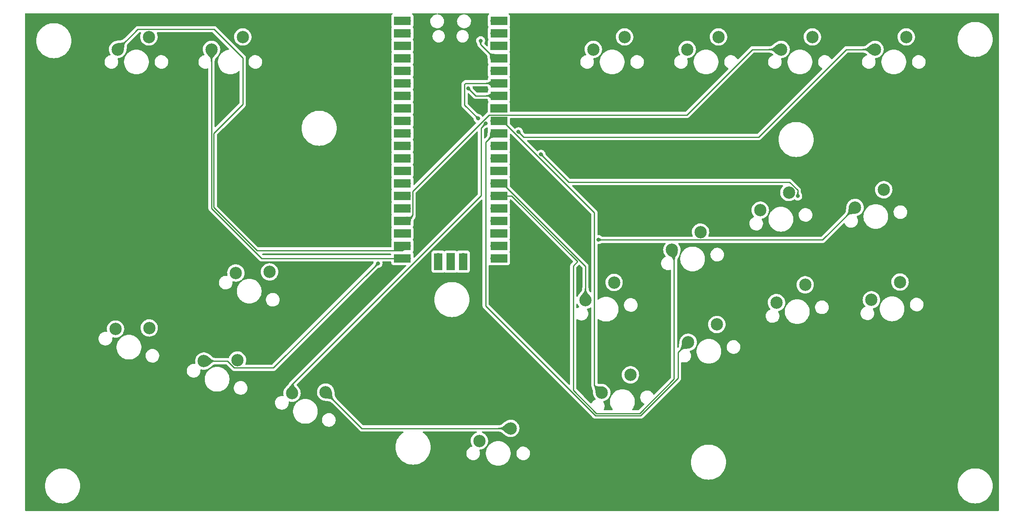
<source format=gbr>
%TF.GenerationSoftware,KiCad,Pcbnew,(6.0.4)*%
%TF.CreationDate,2022-07-04T15:55:19-04:00*%
%TF.ProjectId,cassowary,63617373-6f77-4617-9279-2e6b69636164,rev?*%
%TF.SameCoordinates,Original*%
%TF.FileFunction,Copper,L2,Bot*%
%TF.FilePolarity,Positive*%
%FSLAX46Y46*%
G04 Gerber Fmt 4.6, Leading zero omitted, Abs format (unit mm)*
G04 Created by KiCad (PCBNEW (6.0.4)) date 2022-07-04 15:55:19*
%MOMM*%
%LPD*%
G01*
G04 APERTURE LIST*
%TA.AperFunction,ComponentPad*%
%ADD10C,2.500000*%
%TD*%
%TA.AperFunction,ComponentPad*%
%ADD11O,1.700000X1.700000*%
%TD*%
%TA.AperFunction,SMDPad,CuDef*%
%ADD12R,3.500000X1.700000*%
%TD*%
%TA.AperFunction,ComponentPad*%
%ADD13R,1.700000X1.700000*%
%TD*%
%TA.AperFunction,SMDPad,CuDef*%
%ADD14R,1.700000X3.500000*%
%TD*%
%TA.AperFunction,ViaPad*%
%ADD15C,0.800000*%
%TD*%
%TA.AperFunction,Conductor*%
%ADD16C,0.250000*%
%TD*%
G04 APERTURE END LIST*
D10*
%TO.P,MX19,1,COL*%
%TO.N,UP*%
X150368000Y-134874000D03*
%TO.P,MX19,2,ROW*%
%TO.N,GND*%
X156718000Y-132334000D03*
%TD*%
%TO.P,MX3,1,COL*%
%TO.N,L3*%
X211582000Y-55372000D03*
%TO.P,MX3,2,ROW*%
%TO.N,GND*%
X217932000Y-52832000D03*
%TD*%
%TO.P,MX7,1,COL*%
%TO.N,UP*%
X100953130Y-100770512D03*
%TO.P,MX7,2,ROW*%
%TO.N,GND*%
X107788910Y-100555521D03*
%TD*%
%TO.P,MX9,1,COL*%
%TO.N,DOWN*%
X94437646Y-118671656D03*
%TO.P,MX9,2,ROW*%
%TO.N,GND*%
X101273426Y-118456665D03*
%TD*%
%TO.P,MX16,1,COL*%
%TO.N,CIRCLE*%
X192730705Y-114841738D03*
%TO.P,MX16,2,ROW*%
%TO.N,GND*%
X198543168Y-111237660D03*
%TD*%
%TO.P,MX8,1,COL*%
%TO.N,LEFT*%
X76536502Y-112156172D03*
%TO.P,MX8,2,ROW*%
%TO.N,GND*%
X83372282Y-111941181D03*
%TD*%
%TO.P,MX17,1,COL*%
%TO.N,R2*%
X210653266Y-106781058D03*
%TO.P,MX17,2,ROW*%
%TO.N,GND*%
X216465729Y-103176980D03*
%TD*%
%TO.P,MX5,1,COL*%
%TO.N,HOME*%
X173482000Y-55372000D03*
%TO.P,MX5,2,ROW*%
%TO.N,GND*%
X179832000Y-52832000D03*
%TD*%
%TO.P,MX10,1,COL*%
%TO.N,RIGHT*%
X112338791Y-125187140D03*
%TO.P,MX10,2,ROW*%
%TO.N,GND*%
X119174571Y-124972149D03*
%TD*%
%TO.P,MX14,1,COL*%
%TO.N,L1*%
X226591029Y-87464025D03*
%TO.P,MX14,2,ROW*%
%TO.N,GND*%
X232403492Y-83859947D03*
%TD*%
%TO.P,MX15,1,COL*%
%TO.N,CROSS*%
X175188848Y-125061507D03*
%TO.P,MX15,2,ROW*%
%TO.N,GND*%
X181001311Y-121457429D03*
%TD*%
%TO.P,MX4,1,COL*%
%TO.N,R3*%
X230632000Y-55372000D03*
%TO.P,MX4,2,ROW*%
%TO.N,GND*%
X236982000Y-52832000D03*
%TD*%
%TO.P,MX12,1,COL*%
%TO.N,TRIANGLE*%
X189422707Y-96081150D03*
%TO.P,MX12,2,ROW*%
%TO.N,GND*%
X195235170Y-92477072D03*
%TD*%
%TO.P,MX6,1,COL*%
%TO.N,CAPTURE*%
X192532000Y-55372000D03*
%TO.P,MX6,2,ROW*%
%TO.N,GND*%
X198882000Y-52832000D03*
%TD*%
%TO.P,MX2,1,COL*%
%TO.N,SELECT*%
X96012000Y-55372000D03*
%TO.P,MX2,2,ROW*%
%TO.N,GND*%
X102362000Y-52832000D03*
%TD*%
%TO.P,MX1,1,COL*%
%TO.N,START*%
X76962000Y-55372000D03*
%TO.P,MX1,2,ROW*%
%TO.N,GND*%
X83312000Y-52832000D03*
%TD*%
%TO.P,MX13,1,COL*%
%TO.N,R1*%
X207345268Y-88020470D03*
%TO.P,MX13,2,ROW*%
%TO.N,GND*%
X213157731Y-84416392D03*
%TD*%
%TO.P,MX11,1,COL*%
%TO.N,SQUARE*%
X171880851Y-106300919D03*
%TO.P,MX11,2,ROW*%
%TO.N,GND*%
X177693314Y-102696841D03*
%TD*%
%TO.P,MX18,1,COL*%
%TO.N,L2*%
X229899027Y-106224614D03*
%TO.P,MX18,2,ROW*%
%TO.N,GND*%
X235711490Y-102620536D03*
%TD*%
D11*
%TO.P,U1,1,GPIO0*%
%TO.N,unconnected-(U1-Pad1)*%
X153416000Y-49530000D03*
D12*
X154316000Y-49530000D03*
%TO.P,U1,2,GPIO1*%
%TO.N,unconnected-(U1-Pad2)*%
X154316000Y-52070000D03*
D11*
X153416000Y-52070000D03*
D12*
%TO.P,U1,3,GND*%
%TO.N,unconnected-(U1-Pad3)*%
X154316000Y-54610000D03*
D13*
X153416000Y-54610000D03*
D11*
%TO.P,U1,4,GPIO2*%
%TO.N,UP*%
X153416000Y-57150000D03*
D12*
X154316000Y-57150000D03*
D11*
%TO.P,U1,5,GPIO3*%
%TO.N,DOWN*%
X153416000Y-59690000D03*
D12*
X154316000Y-59690000D03*
%TO.P,U1,6,GPIO4*%
%TO.N,RIGHT*%
X154316000Y-62230000D03*
D11*
X153416000Y-62230000D03*
D12*
%TO.P,U1,7,GPIO5*%
%TO.N,LEFT*%
X154316000Y-64770000D03*
D11*
X153416000Y-64770000D03*
D13*
%TO.P,U1,8,GND*%
%TO.N,unconnected-(U1-Pad8)*%
X153416000Y-67310000D03*
D12*
X154316000Y-67310000D03*
D11*
%TO.P,U1,9,GPIO6*%
%TO.N,CROSS*%
X153416000Y-69850000D03*
D12*
X154316000Y-69850000D03*
D11*
%TO.P,U1,10,GPIO7*%
%TO.N,CIRCLE*%
X153416000Y-72390000D03*
D12*
X154316000Y-72390000D03*
D11*
%TO.P,U1,11,GPIO8*%
%TO.N,R2*%
X153416000Y-74930000D03*
D12*
X154316000Y-74930000D03*
%TO.P,U1,12,GPIO9*%
%TO.N,L2*%
X154316000Y-77470000D03*
D11*
X153416000Y-77470000D03*
D12*
%TO.P,U1,13,GND*%
%TO.N,unconnected-(U1-Pad13)*%
X154316000Y-80010000D03*
D13*
X153416000Y-80010000D03*
D11*
%TO.P,U1,14,GPIO10*%
%TO.N,SQUARE*%
X153416000Y-82550000D03*
D12*
X154316000Y-82550000D03*
%TO.P,U1,15,GPIO11*%
%TO.N,TRIANGLE*%
X154316000Y-85090000D03*
D11*
X153416000Y-85090000D03*
D12*
%TO.P,U1,16,GPIO12*%
%TO.N,R1*%
X154316000Y-87630000D03*
D11*
X153416000Y-87630000D03*
%TO.P,U1,17,GPIO13*%
%TO.N,L1*%
X153416000Y-90170000D03*
D12*
X154316000Y-90170000D03*
D13*
%TO.P,U1,18,GND*%
%TO.N,unconnected-(U1-Pad18)*%
X153416000Y-92710000D03*
D12*
X154316000Y-92710000D03*
D11*
%TO.P,U1,19,GPIO14*%
%TO.N,unconnected-(U1-Pad19)*%
X153416000Y-95250000D03*
D12*
X154316000Y-95250000D03*
%TO.P,U1,20,GPIO15*%
%TO.N,unconnected-(U1-Pad20)*%
X154316000Y-97790000D03*
D11*
X153416000Y-97790000D03*
%TO.P,U1,21,GPIO16*%
%TO.N,SELECT*%
X135636000Y-97790000D03*
D12*
X134736000Y-97790000D03*
D11*
%TO.P,U1,22,GPIO17*%
%TO.N,START*%
X135636000Y-95250000D03*
D12*
X134736000Y-95250000D03*
D13*
%TO.P,U1,23,GND*%
%TO.N,unconnected-(U1-Pad23)*%
X135636000Y-92710000D03*
D12*
X134736000Y-92710000D03*
%TO.P,U1,24,GPIO18*%
%TO.N,L3*%
X134736000Y-90170000D03*
D11*
X135636000Y-90170000D03*
D12*
%TO.P,U1,25,GPIO19*%
%TO.N,R3*%
X134736000Y-87630000D03*
D11*
X135636000Y-87630000D03*
D12*
%TO.P,U1,26,GPIO20*%
%TO.N,HOME*%
X134736000Y-85090000D03*
D11*
X135636000Y-85090000D03*
%TO.P,U1,27,GPIO21*%
%TO.N,CAPTURE*%
X135636000Y-82550000D03*
D12*
X134736000Y-82550000D03*
D13*
%TO.P,U1,28,GND*%
%TO.N,unconnected-(U1-Pad28)*%
X135636000Y-80010000D03*
D12*
X134736000Y-80010000D03*
%TO.P,U1,29,GPIO22*%
%TO.N,unconnected-(U1-Pad29)*%
X134736000Y-77470000D03*
D11*
X135636000Y-77470000D03*
D12*
%TO.P,U1,30,RUN*%
%TO.N,unconnected-(U1-Pad30)*%
X134736000Y-74930000D03*
D11*
X135636000Y-74930000D03*
%TO.P,U1,31,GPIO26_ADC0*%
%TO.N,unconnected-(U1-Pad31)*%
X135636000Y-72390000D03*
D12*
X134736000Y-72390000D03*
D11*
%TO.P,U1,32,GPIO27_ADC1*%
%TO.N,unconnected-(U1-Pad32)*%
X135636000Y-69850000D03*
D12*
X134736000Y-69850000D03*
D13*
%TO.P,U1,33,AGND*%
%TO.N,unconnected-(U1-Pad33)*%
X135636000Y-67310000D03*
D12*
X134736000Y-67310000D03*
%TO.P,U1,34,GPIO28_ADC2*%
%TO.N,unconnected-(U1-Pad34)*%
X134736000Y-64770000D03*
D11*
X135636000Y-64770000D03*
%TO.P,U1,35,ADC_VREF*%
%TO.N,unconnected-(U1-Pad35)*%
X135636000Y-62230000D03*
D12*
X134736000Y-62230000D03*
%TO.P,U1,36,3V3*%
%TO.N,unconnected-(U1-Pad36)*%
X134736000Y-59690000D03*
D11*
X135636000Y-59690000D03*
D12*
%TO.P,U1,37,3V3_EN*%
%TO.N,unconnected-(U1-Pad37)*%
X134736000Y-57150000D03*
D11*
X135636000Y-57150000D03*
D12*
%TO.P,U1,38,GND*%
%TO.N,GND*%
X134736000Y-54610000D03*
D13*
X135636000Y-54610000D03*
D11*
%TO.P,U1,39,VSYS*%
%TO.N,unconnected-(U1-Pad39)*%
X135636000Y-52070000D03*
D12*
X134736000Y-52070000D03*
D11*
%TO.P,U1,40,VBUS*%
%TO.N,unconnected-(U1-Pad40)*%
X135636000Y-49530000D03*
D12*
X134736000Y-49530000D03*
D14*
%TO.P,U1,41,SWCLK*%
%TO.N,unconnected-(U1-Pad41)*%
X147066000Y-98460000D03*
D11*
X147066000Y-97560000D03*
D14*
%TO.P,U1,42,GND*%
%TO.N,unconnected-(U1-Pad42)*%
X144526000Y-98460000D03*
D13*
X144526000Y-97560000D03*
D14*
%TO.P,U1,43,SWDIO*%
%TO.N,unconnected-(U1-Pad43)*%
X141986000Y-98460000D03*
D11*
X141986000Y-97560000D03*
%TD*%
D15*
%TO.N,R3*%
X158288810Y-72089190D03*
%TO.N,UP*%
X150622000Y-53594000D03*
%TO.N,LEFT*%
X148082000Y-63246000D03*
%TO.N,DOWN*%
X129794000Y-98806000D03*
%TO.N,RIGHT*%
X150114000Y-69399989D03*
X151642299Y-70362299D03*
%TO.N,L1*%
X174498000Y-93980000D03*
%TO.N,L2*%
X214947547Y-85140892D03*
X162860810Y-76661190D03*
%TD*%
D16*
%TO.N,GND*%
X126536422Y-132334000D02*
X119174571Y-124972149D01*
X156718000Y-132334000D02*
X126536422Y-132334000D01*
%TO.N,START*%
X134683859Y-96202141D02*
X135636000Y-95250000D01*
X76962000Y-55372000D02*
X81076511Y-51257489D01*
X81076511Y-51257489D02*
X96525570Y-51257489D01*
X102362000Y-66489520D02*
X96461520Y-72390000D01*
X96525570Y-51257489D02*
X102362000Y-57093919D01*
X96461520Y-87443802D02*
X105219859Y-96202141D01*
X105219859Y-96202141D02*
X134683859Y-96202141D01*
X102362000Y-57093919D02*
X102362000Y-66489520D01*
X96461520Y-72390000D02*
X96461520Y-87443802D01*
%TO.N,SELECT*%
X106172000Y-97790000D02*
X135636000Y-97790000D01*
X96012000Y-55372000D02*
X96012000Y-87630000D01*
X96012000Y-87630000D02*
X106172000Y-97790000D01*
%TO.N,L3*%
X211582000Y-55372000D02*
X205729091Y-55372000D01*
X136810511Y-84169489D02*
X136810511Y-88995489D01*
X152304511Y-68675489D02*
X136810511Y-84169489D01*
X205729091Y-55372000D02*
X192425602Y-68675489D01*
X192425602Y-68675489D02*
X152304511Y-68675489D01*
X136810511Y-88995489D02*
X135636000Y-90170000D01*
%TO.N,R3*%
X224779091Y-55372000D02*
X206999091Y-73152000D01*
X206999091Y-73152000D02*
X159512000Y-73152000D01*
X159351620Y-73152000D02*
X158288810Y-72089190D01*
X230632000Y-55372000D02*
X224779091Y-55372000D01*
X159512000Y-73152000D02*
X159351620Y-73152000D01*
%TO.N,UP*%
X150622000Y-53594000D02*
X150622000Y-54356000D01*
X150622000Y-54356000D02*
X153416000Y-57150000D01*
%TO.N,LEFT*%
X148082000Y-63246000D02*
X149606000Y-64770000D01*
X149606000Y-64770000D02*
X153416000Y-64770000D01*
%TO.N,DOWN*%
X94437646Y-118671656D02*
X99261721Y-118671656D01*
X108568824Y-120031176D02*
X129794000Y-98806000D01*
X100621241Y-120031176D02*
X108568824Y-120031176D01*
X99261721Y-118671656D02*
X100621241Y-120031176D01*
%TO.N,RIGHT*%
X112338791Y-123419374D02*
X150685859Y-85072306D01*
X112338791Y-125187140D02*
X112338791Y-123419374D01*
X150685859Y-71318739D02*
X151642299Y-70362299D01*
X147357489Y-62446511D02*
X147574000Y-62230000D01*
X147357489Y-66643478D02*
X147357489Y-62446511D01*
X150114000Y-69399989D02*
X147357489Y-66643478D01*
X150685859Y-85072306D02*
X150685859Y-71318739D01*
X147574000Y-62230000D02*
X153416000Y-62230000D01*
%TO.N,SQUARE*%
X171880851Y-106300919D02*
X171880851Y-99405829D01*
X171880851Y-99405829D02*
X155025022Y-82550000D01*
X155025022Y-82550000D02*
X153416000Y-82550000D01*
%TO.N,TRIANGLE*%
X170285652Y-98446348D02*
X156929304Y-85090000D01*
X174114666Y-129286000D02*
X169418000Y-124589334D01*
X182885132Y-129286000D02*
X174114666Y-129286000D01*
X189862589Y-96521032D02*
X189862589Y-122308543D01*
X156929304Y-85090000D02*
X153416000Y-85090000D01*
X189422707Y-96081150D02*
X189862589Y-96521032D01*
X189862589Y-122308543D02*
X182885132Y-129286000D01*
X169418000Y-99314000D02*
X170285652Y-98446348D01*
X169418000Y-124589334D02*
X169418000Y-99314000D01*
%TO.N,L1*%
X220003471Y-94051583D02*
X174569583Y-94051583D01*
X226591029Y-87464025D02*
X220003471Y-94051583D01*
X174569583Y-94051583D02*
X174498000Y-93980000D01*
%TO.N,CROSS*%
X173699514Y-123572173D02*
X173699514Y-88524492D01*
X173699514Y-88524492D02*
X155025022Y-69850000D01*
X155025022Y-69850000D02*
X153416000Y-69850000D01*
X175188848Y-125061507D02*
X173699514Y-123572173D01*
%TO.N,CIRCLE*%
X192730705Y-114841738D02*
X190671545Y-116900898D01*
X190671545Y-116900898D02*
X190671545Y-122135304D01*
X183071329Y-129735520D02*
X173928469Y-129735520D01*
X151638000Y-107445051D02*
X151638000Y-74168000D01*
X151638000Y-74168000D02*
X153416000Y-72390000D01*
X173928469Y-129735520D02*
X151638000Y-107445051D01*
X190671545Y-122135304D02*
X183071329Y-129735520D01*
%TO.N,L2*%
X214947547Y-85140892D02*
X214947547Y-83979512D01*
X213264035Y-82296000D02*
X208280000Y-82296000D01*
X168495620Y-82296000D02*
X162860810Y-76661190D01*
X214947547Y-83979512D02*
X213264035Y-82296000D01*
X208280000Y-82296000D02*
X168495620Y-82296000D01*
%TD*%
%TA.AperFunction,Conductor*%
%TO.N,GND*%
G36*
X120346726Y-124561762D02*
G01*
X120354930Y-124565350D01*
X120357736Y-124570210D01*
X120430526Y-124821910D01*
X120430800Y-124823077D01*
X120473027Y-125056415D01*
X120473157Y-125057347D01*
X120494206Y-125270288D01*
X120494243Y-125270751D01*
X120505696Y-125468950D01*
X120519149Y-125657551D01*
X120546229Y-125841803D01*
X120598579Y-126027163D01*
X120687838Y-126219087D01*
X120825650Y-126423033D01*
X120825912Y-126423326D01*
X120825919Y-126423335D01*
X121016278Y-126636208D01*
X121019239Y-126644659D01*
X121015830Y-126652280D01*
X120854702Y-126813408D01*
X120846429Y-126816835D01*
X120838630Y-126813856D01*
X120625757Y-126623497D01*
X120625748Y-126623490D01*
X120625455Y-126623228D01*
X120421509Y-126485416D01*
X120229585Y-126396157D01*
X120044225Y-126343807D01*
X119859973Y-126316727D01*
X119859764Y-126316712D01*
X119859754Y-126316711D01*
X119671372Y-126303274D01*
X119473173Y-126291821D01*
X119472726Y-126291785D01*
X119259758Y-126270733D01*
X119258847Y-126270606D01*
X119106742Y-126243080D01*
X119025499Y-126228378D01*
X119024332Y-126228104D01*
X118772632Y-126155314D01*
X118765636Y-126149724D01*
X118764184Y-126144304D01*
X118732868Y-124542373D01*
X118736133Y-124534034D01*
X118744795Y-124530446D01*
X120346726Y-124561762D01*
G37*
%TD.AperFunction*%
%TD*%
%TA.AperFunction,Conductor*%
%TO.N,GND*%
G36*
X156179351Y-131214974D02*
G01*
X157213016Y-132209000D01*
X157334231Y-132325567D01*
X157337819Y-132333771D01*
X157334231Y-132342433D01*
X156729518Y-132923956D01*
X156179350Y-133453026D01*
X156171011Y-133456291D01*
X156165591Y-133454839D01*
X156162303Y-133453026D01*
X155936127Y-133328323D01*
X155935124Y-133327701D01*
X155740263Y-133192558D01*
X155739517Y-133191995D01*
X155574050Y-133056298D01*
X155573687Y-133055988D01*
X155425459Y-132923956D01*
X155282742Y-132800243D01*
X155282738Y-132800240D01*
X155282586Y-132800108D01*
X155133151Y-132688971D01*
X155132819Y-132688785D01*
X155132814Y-132688782D01*
X155061739Y-132649012D01*
X154965065Y-132594918D01*
X154766238Y-132522323D01*
X154524579Y-132475559D01*
X154239048Y-132459617D01*
X154230979Y-132455734D01*
X154228000Y-132447935D01*
X154228000Y-132220065D01*
X154231427Y-132211792D01*
X154239048Y-132208383D01*
X154524579Y-132192440D01*
X154766238Y-132145676D01*
X154965065Y-132073081D01*
X155061739Y-132018987D01*
X155132814Y-131979217D01*
X155132819Y-131979214D01*
X155133151Y-131979028D01*
X155282586Y-131867891D01*
X155425459Y-131744043D01*
X155573687Y-131612011D01*
X155574050Y-131611701D01*
X155739517Y-131476004D01*
X155740268Y-131475437D01*
X155935124Y-131340298D01*
X155936127Y-131339676D01*
X156165591Y-131213161D01*
X156174490Y-131212168D01*
X156179351Y-131214974D01*
G37*
%TD.AperFunction*%
%TD*%
%TA.AperFunction,Conductor*%
%TO.N,START*%
G36*
X135929403Y-94953047D02*
G01*
X135932991Y-94961251D01*
X135932613Y-94964437D01*
X135638192Y-96091609D01*
X135632786Y-96098747D01*
X135627335Y-96100343D01*
X135475196Y-96106359D01*
X135339215Y-96123622D01*
X135338984Y-96123672D01*
X135338977Y-96123673D01*
X135221468Y-96149019D01*
X135221269Y-96149062D01*
X135221080Y-96149117D01*
X135221067Y-96149120D01*
X135162872Y-96165969D01*
X135114569Y-96179953D01*
X135114491Y-96179979D01*
X135114480Y-96179982D01*
X135013277Y-96213258D01*
X135012327Y-96213570D01*
X134907994Y-96247110D01*
X134907508Y-96247254D01*
X134807194Y-96274510D01*
X134794463Y-96277969D01*
X134793649Y-96278159D01*
X134664932Y-96303426D01*
X134663998Y-96303571D01*
X134606351Y-96310105D01*
X134512617Y-96320730D01*
X134511708Y-96320797D01*
X134342499Y-96326717D01*
X134334111Y-96323581D01*
X134330390Y-96315024D01*
X134330390Y-96087623D01*
X134333817Y-96079350D01*
X134340808Y-96075993D01*
X134486444Y-96059945D01*
X134486446Y-96059945D01*
X134487331Y-96059847D01*
X134599046Y-96010737D01*
X134673607Y-95933965D01*
X134719082Y-95833686D01*
X134743543Y-95714055D01*
X134755058Y-95579227D01*
X134761694Y-95433473D01*
X134761706Y-95433253D01*
X134771508Y-95281015D01*
X134771590Y-95280194D01*
X134792541Y-95125822D01*
X134792818Y-95124425D01*
X134830830Y-94979606D01*
X134836245Y-94972474D01*
X134841917Y-94970878D01*
X135921064Y-94949782D01*
X135929403Y-94953047D01*
G37*
%TD.AperFunction*%
%TD*%
%TA.AperFunction,Conductor*%
%TO.N,START*%
G36*
X78642131Y-53530741D02*
G01*
X78803259Y-53691869D01*
X78806686Y-53700142D01*
X78803707Y-53707941D01*
X78613079Y-53921115D01*
X78475267Y-54125061D01*
X78386008Y-54316985D01*
X78333658Y-54502345D01*
X78306578Y-54686597D01*
X78306563Y-54686806D01*
X78306562Y-54686816D01*
X78293125Y-54875198D01*
X78281673Y-55073384D01*
X78281635Y-55073860D01*
X78260586Y-55286801D01*
X78260456Y-55287733D01*
X78218229Y-55521071D01*
X78217955Y-55522238D01*
X78145165Y-55773939D01*
X78139575Y-55780935D01*
X78134155Y-55782387D01*
X76532224Y-55813703D01*
X76523885Y-55810438D01*
X76520297Y-55801776D01*
X76551613Y-54199845D01*
X76555201Y-54191641D01*
X76560061Y-54188835D01*
X76811761Y-54116044D01*
X76812928Y-54115770D01*
X76894171Y-54101068D01*
X77046276Y-54073542D01*
X77047187Y-54073415D01*
X77260155Y-54052363D01*
X77260602Y-54052327D01*
X77458801Y-54040874D01*
X77459496Y-54040824D01*
X77647183Y-54027437D01*
X77647193Y-54027436D01*
X77647402Y-54027421D01*
X77831654Y-54000341D01*
X78017014Y-53947991D01*
X78208938Y-53858732D01*
X78412884Y-53720920D01*
X78626060Y-53530292D01*
X78634510Y-53527332D01*
X78642131Y-53530741D01*
G37*
%TD.AperFunction*%
%TD*%
%TA.AperFunction,Conductor*%
%TO.N,SELECT*%
G36*
X135271674Y-97030943D02*
G01*
X135942570Y-97676111D01*
X136052231Y-97781567D01*
X136055819Y-97789771D01*
X136052231Y-97798433D01*
X135538513Y-98292451D01*
X135271674Y-98549057D01*
X135263335Y-98552322D01*
X135257966Y-98550898D01*
X135107255Y-98468775D01*
X135106336Y-98468218D01*
X135076926Y-98448492D01*
X134975286Y-98380317D01*
X134974642Y-98379850D01*
X134862311Y-98292451D01*
X134862015Y-98292213D01*
X134760582Y-98207864D01*
X134760544Y-98207832D01*
X134662258Y-98129195D01*
X134559451Y-98059021D01*
X134444273Y-97999914D01*
X134373153Y-97976046D01*
X134309278Y-97954609D01*
X134309275Y-97954608D01*
X134308872Y-97954473D01*
X134199834Y-97935016D01*
X134145758Y-97925366D01*
X134145754Y-97925366D01*
X134145398Y-97925302D01*
X134136763Y-97924856D01*
X133957096Y-97915573D01*
X133949011Y-97911724D01*
X133946000Y-97903889D01*
X133946000Y-97676111D01*
X133949427Y-97667838D01*
X133957096Y-97664427D01*
X134145030Y-97654716D01*
X134145398Y-97654697D01*
X134145754Y-97654633D01*
X134145758Y-97654633D01*
X134199834Y-97644983D01*
X134308872Y-97625526D01*
X134309275Y-97625391D01*
X134309278Y-97625390D01*
X134373153Y-97603953D01*
X134444273Y-97580085D01*
X134559451Y-97520978D01*
X134662258Y-97450804D01*
X134760544Y-97372167D01*
X134862015Y-97287786D01*
X134862311Y-97287548D01*
X134894926Y-97262172D01*
X134974642Y-97200149D01*
X134975286Y-97199682D01*
X135106336Y-97111781D01*
X135107255Y-97111224D01*
X135257966Y-97029102D01*
X135266870Y-97028153D01*
X135271674Y-97030943D01*
G37*
%TD.AperFunction*%
%TD*%
%TA.AperFunction,Conductor*%
%TO.N,SELECT*%
G36*
X96020433Y-54755769D02*
G01*
X97131026Y-55910650D01*
X97134291Y-55918989D01*
X97132839Y-55924409D01*
X97006323Y-56153872D01*
X97005701Y-56154875D01*
X96870562Y-56349731D01*
X96869995Y-56350482D01*
X96734298Y-56515949D01*
X96733988Y-56516312D01*
X96601956Y-56664540D01*
X96478108Y-56807413D01*
X96366971Y-56956848D01*
X96272918Y-57124934D01*
X96200323Y-57323761D01*
X96153559Y-57565420D01*
X96153537Y-57565814D01*
X96137617Y-57850952D01*
X96133734Y-57859021D01*
X96125935Y-57862000D01*
X95898065Y-57862000D01*
X95889792Y-57858573D01*
X95886383Y-57850952D01*
X95870462Y-57565814D01*
X95870440Y-57565420D01*
X95823676Y-57323761D01*
X95751081Y-57124934D01*
X95657028Y-56956848D01*
X95545891Y-56807413D01*
X95422043Y-56664540D01*
X95290011Y-56516312D01*
X95289701Y-56515949D01*
X95154004Y-56350482D01*
X95153437Y-56349731D01*
X95018298Y-56154875D01*
X95017676Y-56153872D01*
X94891161Y-55924409D01*
X94890168Y-55915510D01*
X94892974Y-55910650D01*
X96003567Y-54755769D01*
X96011771Y-54752181D01*
X96020433Y-54755769D01*
G37*
%TD.AperFunction*%
%TD*%
%TA.AperFunction,Conductor*%
%TO.N,L3*%
G36*
X211043351Y-54252974D02*
G01*
X212077016Y-55247000D01*
X212198231Y-55363567D01*
X212201819Y-55371771D01*
X212198231Y-55380433D01*
X211593518Y-55961956D01*
X211043350Y-56491026D01*
X211035011Y-56494291D01*
X211029591Y-56492839D01*
X211026303Y-56491026D01*
X210800127Y-56366323D01*
X210799124Y-56365701D01*
X210604263Y-56230558D01*
X210603517Y-56229995D01*
X210438050Y-56094298D01*
X210437687Y-56093988D01*
X210289459Y-55961956D01*
X210146742Y-55838243D01*
X210146738Y-55838240D01*
X210146586Y-55838108D01*
X209997151Y-55726971D01*
X209996819Y-55726785D01*
X209996814Y-55726782D01*
X209925739Y-55687012D01*
X209829065Y-55632918D01*
X209630238Y-55560323D01*
X209388579Y-55513559D01*
X209103048Y-55497617D01*
X209094979Y-55493734D01*
X209092000Y-55485935D01*
X209092000Y-55258065D01*
X209095427Y-55249792D01*
X209103048Y-55246383D01*
X209388579Y-55230440D01*
X209630238Y-55183676D01*
X209829065Y-55111081D01*
X209925739Y-55056987D01*
X209996814Y-55017217D01*
X209996819Y-55017214D01*
X209997151Y-55017028D01*
X210146586Y-54905891D01*
X210289459Y-54782043D01*
X210437687Y-54650011D01*
X210438050Y-54649701D01*
X210603517Y-54514004D01*
X210604268Y-54513437D01*
X210799124Y-54378298D01*
X210800127Y-54377676D01*
X211029591Y-54251161D01*
X211038490Y-54250168D01*
X211043351Y-54252974D01*
G37*
%TD.AperFunction*%
%TD*%
%TA.AperFunction,Conductor*%
%TO.N,L3*%
G36*
X136931216Y-88959926D02*
G01*
X136934613Y-88969035D01*
X136923057Y-89130440D01*
X136922992Y-89131342D01*
X136922707Y-89133201D01*
X136888986Y-89275386D01*
X136888388Y-89277219D01*
X136859048Y-89346963D01*
X136838731Y-89395257D01*
X136837999Y-89396706D01*
X136777534Y-89498251D01*
X136776998Y-89499071D01*
X136710799Y-89591634D01*
X136710718Y-89591745D01*
X136644336Y-89682296D01*
X136644227Y-89682445D01*
X136583094Y-89778283D01*
X136532749Y-89886578D01*
X136498586Y-90014695D01*
X136498544Y-90015219D01*
X136486671Y-90161724D01*
X136482587Y-90169693D01*
X136477968Y-90172098D01*
X135650015Y-90388362D01*
X135350437Y-90466613D01*
X135341566Y-90465388D01*
X135336160Y-90458250D01*
X135335782Y-90455064D01*
X135341361Y-90169693D01*
X135356873Y-89376166D01*
X135360461Y-89367963D01*
X135365904Y-89365004D01*
X135534174Y-89325630D01*
X135536096Y-89325346D01*
X135717220Y-89313816D01*
X135718425Y-89313801D01*
X135807494Y-89317323D01*
X135899407Y-89320958D01*
X135899897Y-89320988D01*
X135974981Y-89327322D01*
X136075071Y-89335767D01*
X136075096Y-89335769D01*
X136075112Y-89335770D01*
X136238679Y-89346970D01*
X136384855Y-89343356D01*
X136385453Y-89343212D01*
X136385455Y-89343212D01*
X136507055Y-89313973D01*
X136508132Y-89313714D01*
X136603005Y-89246832D01*
X136663966Y-89131498D01*
X136684247Y-88966769D01*
X136688659Y-88958977D01*
X136695859Y-88956499D01*
X136922943Y-88956499D01*
X136931216Y-88959926D01*
G37*
%TD.AperFunction*%
%TD*%
%TA.AperFunction,Conductor*%
%TO.N,R3*%
G36*
X158658253Y-71957756D02*
G01*
X158666457Y-71961344D01*
X158669183Y-71965937D01*
X158690268Y-72032827D01*
X158690434Y-72033407D01*
X158707709Y-72100033D01*
X158707797Y-72100392D01*
X158721509Y-72161100D01*
X158721508Y-72161100D01*
X158721510Y-72161104D01*
X158734217Y-72217444D01*
X158748516Y-72271036D01*
X158748593Y-72271255D01*
X158748594Y-72271258D01*
X158766928Y-72323345D01*
X158766931Y-72323353D01*
X158767032Y-72323639D01*
X158792393Y-72377014D01*
X158792566Y-72377292D01*
X158792570Y-72377299D01*
X158827061Y-72432664D01*
X158827225Y-72432927D01*
X158827411Y-72433165D01*
X158827414Y-72433170D01*
X158874005Y-72492946D01*
X158874011Y-72492953D01*
X158874156Y-72493139D01*
X158888064Y-72508089D01*
X158928125Y-72551153D01*
X158931251Y-72559544D01*
X158927832Y-72567395D01*
X158767015Y-72728212D01*
X158758742Y-72731639D01*
X158750773Y-72728505D01*
X158720128Y-72699997D01*
X158692759Y-72674536D01*
X158692573Y-72674391D01*
X158692566Y-72674385D01*
X158632790Y-72627794D01*
X158632785Y-72627791D01*
X158632547Y-72627605D01*
X158632284Y-72627441D01*
X158576919Y-72592950D01*
X158576912Y-72592946D01*
X158576634Y-72592773D01*
X158523259Y-72567412D01*
X158522973Y-72567311D01*
X158522965Y-72567308D01*
X158470878Y-72548974D01*
X158470875Y-72548973D01*
X158470656Y-72548896D01*
X158417064Y-72534597D01*
X158360724Y-72521890D01*
X158360720Y-72521887D01*
X158360720Y-72521889D01*
X158300012Y-72508177D01*
X158299653Y-72508089D01*
X158233027Y-72490814D01*
X158232447Y-72490648D01*
X158165557Y-72469563D01*
X158158696Y-72463807D01*
X158157376Y-72458633D01*
X158147627Y-71959934D01*
X158150892Y-71951595D01*
X158159554Y-71948007D01*
X158658253Y-71957756D01*
G37*
%TD.AperFunction*%
%TD*%
%TA.AperFunction,Conductor*%
%TO.N,R3*%
G36*
X230093351Y-54252974D02*
G01*
X231127016Y-55247000D01*
X231248231Y-55363567D01*
X231251819Y-55371771D01*
X231248231Y-55380433D01*
X230643518Y-55961956D01*
X230093350Y-56491026D01*
X230085011Y-56494291D01*
X230079591Y-56492839D01*
X230076303Y-56491026D01*
X229850127Y-56366323D01*
X229849124Y-56365701D01*
X229654263Y-56230558D01*
X229653517Y-56229995D01*
X229488050Y-56094298D01*
X229487687Y-56093988D01*
X229339459Y-55961956D01*
X229196742Y-55838243D01*
X229196738Y-55838240D01*
X229196586Y-55838108D01*
X229047151Y-55726971D01*
X229046819Y-55726785D01*
X229046814Y-55726782D01*
X228975739Y-55687012D01*
X228879065Y-55632918D01*
X228680238Y-55560323D01*
X228438579Y-55513559D01*
X228153048Y-55497617D01*
X228144979Y-55493734D01*
X228142000Y-55485935D01*
X228142000Y-55258065D01*
X228145427Y-55249792D01*
X228153048Y-55246383D01*
X228438579Y-55230440D01*
X228680238Y-55183676D01*
X228879065Y-55111081D01*
X228975739Y-55056987D01*
X229046814Y-55017217D01*
X229046819Y-55017214D01*
X229047151Y-55017028D01*
X229196586Y-54905891D01*
X229339459Y-54782043D01*
X229487687Y-54650011D01*
X229488050Y-54649701D01*
X229653517Y-54514004D01*
X229654268Y-54513437D01*
X229849124Y-54378298D01*
X229850127Y-54377676D01*
X230079591Y-54251161D01*
X230088490Y-54250168D01*
X230093351Y-54252974D01*
G37*
%TD.AperFunction*%
%TD*%
%TA.AperFunction,Conductor*%
%TO.N,UP*%
G36*
X150630196Y-53403157D02*
G01*
X150632715Y-53405142D01*
X150975749Y-53761855D01*
X150979014Y-53770194D01*
X150977306Y-53776054D01*
X150943803Y-53831019D01*
X150942782Y-53832443D01*
X150895684Y-53888665D01*
X150894988Y-53889425D01*
X150842823Y-53941506D01*
X150842550Y-53941770D01*
X150790079Y-53990862D01*
X150742169Y-54038162D01*
X150703656Y-54084922D01*
X150679223Y-54132538D01*
X150679103Y-54133591D01*
X150679103Y-54133592D01*
X150674105Y-54177574D01*
X150673556Y-54182406D01*
X150691340Y-54235922D01*
X150725328Y-54279267D01*
X150730860Y-54286322D01*
X150733268Y-54294946D01*
X150729926Y-54301814D01*
X150569497Y-54462243D01*
X150561224Y-54465670D01*
X150552951Y-54462243D01*
X150552280Y-54461513D01*
X150530877Y-54436082D01*
X150505698Y-54406165D01*
X150504415Y-54404301D01*
X150470301Y-54342720D01*
X150469396Y-54340625D01*
X150450286Y-54281081D01*
X150449859Y-54279267D01*
X150443261Y-54235922D01*
X150440970Y-54220870D01*
X150440857Y-54219775D01*
X150437592Y-54161907D01*
X150437583Y-54161720D01*
X150435274Y-54104497D01*
X150435274Y-54104493D01*
X150435265Y-54104277D01*
X150433227Y-54085486D01*
X150429137Y-54047797D01*
X150429090Y-54047362D01*
X150426622Y-54037953D01*
X150414389Y-53991309D01*
X150414387Y-53991305D01*
X150414234Y-53990720D01*
X150385867Y-53933997D01*
X150344305Y-53883140D01*
X150341724Y-53874565D01*
X150343270Y-53869822D01*
X150365561Y-53831770D01*
X150614187Y-53407338D01*
X150621325Y-53401932D01*
X150630196Y-53403157D01*
G37*
%TD.AperFunction*%
%TD*%
%TA.AperFunction,Conductor*%
%TO.N,UP*%
G36*
X152317630Y-55874043D02*
G01*
X152457386Y-56000067D01*
X152457659Y-56000313D01*
X152593880Y-56095278D01*
X152594272Y-56095473D01*
X152594277Y-56095476D01*
X152657500Y-56126926D01*
X152721754Y-56158890D01*
X152790677Y-56181064D01*
X152844650Y-56198428D01*
X152844655Y-56198429D01*
X152844993Y-56198538D01*
X152934751Y-56215471D01*
X152967090Y-56221572D01*
X152967093Y-56221573D01*
X152967308Y-56221613D01*
X152967512Y-56221636D01*
X152967521Y-56221637D01*
X153091890Y-56235449D01*
X153092411Y-56235507D01*
X153169020Y-56242552D01*
X153223827Y-56247592D01*
X153224205Y-56247633D01*
X153365428Y-56265260D01*
X153366241Y-56265391D01*
X153521043Y-56295898D01*
X153522087Y-56296154D01*
X153597152Y-56318267D01*
X153686726Y-56344654D01*
X153693693Y-56350278D01*
X153695117Y-56355645D01*
X153706892Y-56958015D01*
X153716282Y-57438355D01*
X153713017Y-57446694D01*
X153704355Y-57450282D01*
X153382851Y-57443997D01*
X152621646Y-57429117D01*
X152613443Y-57425529D01*
X152610653Y-57420725D01*
X152562154Y-57256087D01*
X152561898Y-57255043D01*
X152531391Y-57100241D01*
X152531260Y-57099428D01*
X152513633Y-56958205D01*
X152513592Y-56957827D01*
X152501507Y-56826411D01*
X152487637Y-56701521D01*
X152487636Y-56701512D01*
X152487613Y-56701308D01*
X152464538Y-56578993D01*
X152424890Y-56455754D01*
X152372420Y-56350278D01*
X152361476Y-56328277D01*
X152361473Y-56328272D01*
X152361278Y-56327880D01*
X152266313Y-56191659D01*
X152266067Y-56191386D01*
X152140043Y-56051630D01*
X152137048Y-56043191D01*
X152140459Y-56035522D01*
X152301522Y-55874459D01*
X152309795Y-55871032D01*
X152317630Y-55874043D01*
G37*
%TD.AperFunction*%
%TD*%
%TA.AperFunction,Conductor*%
%TO.N,LEFT*%
G36*
X148451443Y-63114566D02*
G01*
X148459647Y-63118154D01*
X148462373Y-63122747D01*
X148483458Y-63189637D01*
X148483624Y-63190217D01*
X148500899Y-63256843D01*
X148500987Y-63257202D01*
X148514699Y-63317910D01*
X148514698Y-63317910D01*
X148514700Y-63317914D01*
X148527407Y-63374254D01*
X148541706Y-63427846D01*
X148541783Y-63428065D01*
X148541784Y-63428068D01*
X148560118Y-63480155D01*
X148560121Y-63480163D01*
X148560222Y-63480449D01*
X148585583Y-63533824D01*
X148585756Y-63534102D01*
X148585760Y-63534109D01*
X148620251Y-63589474D01*
X148620415Y-63589737D01*
X148620601Y-63589975D01*
X148620604Y-63589980D01*
X148667195Y-63649756D01*
X148667201Y-63649763D01*
X148667346Y-63649949D01*
X148681254Y-63664899D01*
X148721315Y-63707963D01*
X148724441Y-63716354D01*
X148721022Y-63724205D01*
X148560205Y-63885022D01*
X148551932Y-63888449D01*
X148543963Y-63885315D01*
X148513318Y-63856807D01*
X148485949Y-63831346D01*
X148485763Y-63831201D01*
X148485756Y-63831195D01*
X148425980Y-63784604D01*
X148425975Y-63784601D01*
X148425737Y-63784415D01*
X148425474Y-63784251D01*
X148370109Y-63749760D01*
X148370102Y-63749756D01*
X148369824Y-63749583D01*
X148316449Y-63724222D01*
X148316163Y-63724121D01*
X148316155Y-63724118D01*
X148264068Y-63705784D01*
X148264065Y-63705783D01*
X148263846Y-63705706D01*
X148210254Y-63691407D01*
X148153914Y-63678700D01*
X148153910Y-63678697D01*
X148153910Y-63678699D01*
X148093202Y-63664987D01*
X148092843Y-63664899D01*
X148026217Y-63647624D01*
X148025637Y-63647458D01*
X147958747Y-63626373D01*
X147951886Y-63620617D01*
X147950566Y-63615443D01*
X147940817Y-63116744D01*
X147944082Y-63108405D01*
X147952744Y-63104817D01*
X148451443Y-63114566D01*
G37*
%TD.AperFunction*%
%TD*%
%TA.AperFunction,Conductor*%
%TO.N,LEFT*%
G36*
X153051674Y-64010943D02*
G01*
X153722570Y-64656111D01*
X153832231Y-64761567D01*
X153835819Y-64769771D01*
X153832231Y-64778433D01*
X153318513Y-65272451D01*
X153051674Y-65529057D01*
X153043335Y-65532322D01*
X153037966Y-65530898D01*
X152887255Y-65448775D01*
X152886336Y-65448218D01*
X152856926Y-65428492D01*
X152755286Y-65360317D01*
X152754642Y-65359850D01*
X152642311Y-65272451D01*
X152642015Y-65272213D01*
X152540582Y-65187864D01*
X152540544Y-65187832D01*
X152442258Y-65109195D01*
X152339451Y-65039021D01*
X152224273Y-64979914D01*
X152153153Y-64956046D01*
X152089278Y-64934609D01*
X152089275Y-64934608D01*
X152088872Y-64934473D01*
X151979834Y-64915016D01*
X151925758Y-64905366D01*
X151925754Y-64905366D01*
X151925398Y-64905302D01*
X151916763Y-64904856D01*
X151737096Y-64895573D01*
X151729011Y-64891724D01*
X151726000Y-64883889D01*
X151726000Y-64656111D01*
X151729427Y-64647838D01*
X151737096Y-64644427D01*
X151925030Y-64634716D01*
X151925398Y-64634697D01*
X151925754Y-64634633D01*
X151925758Y-64634633D01*
X151979834Y-64624983D01*
X152088872Y-64605526D01*
X152089275Y-64605391D01*
X152089278Y-64605390D01*
X152153153Y-64583953D01*
X152224273Y-64560085D01*
X152339451Y-64500978D01*
X152442258Y-64430804D01*
X152540544Y-64352167D01*
X152642015Y-64267786D01*
X152642311Y-64267548D01*
X152674926Y-64242172D01*
X152754642Y-64180149D01*
X152755286Y-64179682D01*
X152886336Y-64091781D01*
X152887255Y-64091224D01*
X153037966Y-64009102D01*
X153046870Y-64008153D01*
X153051674Y-64010943D01*
G37*
%TD.AperFunction*%
%TD*%
%TA.AperFunction,Conductor*%
%TO.N,DOWN*%
G36*
X94990055Y-117550817D02*
G01*
X95219518Y-117677332D01*
X95220521Y-117677954D01*
X95415377Y-117813093D01*
X95416128Y-117813660D01*
X95581595Y-117949357D01*
X95581958Y-117949667D01*
X95730186Y-118081699D01*
X95873059Y-118205547D01*
X96022494Y-118316684D01*
X96022826Y-118316870D01*
X96022831Y-118316873D01*
X96093906Y-118356643D01*
X96190580Y-118410737D01*
X96389407Y-118483332D01*
X96631066Y-118530096D01*
X96916598Y-118546039D01*
X96924668Y-118549922D01*
X96927646Y-118557721D01*
X96927646Y-118785591D01*
X96924219Y-118793864D01*
X96916598Y-118797273D01*
X96631066Y-118813215D01*
X96389407Y-118859979D01*
X96190580Y-118932574D01*
X96093906Y-118986668D01*
X96022831Y-119026438D01*
X96022826Y-119026441D01*
X96022494Y-119026627D01*
X95873059Y-119137764D01*
X95872907Y-119137896D01*
X95872903Y-119137899D01*
X95730186Y-119261612D01*
X95581958Y-119393644D01*
X95581595Y-119393954D01*
X95416128Y-119529651D01*
X95415382Y-119530214D01*
X95220521Y-119665357D01*
X95219518Y-119665979D01*
X94993343Y-119790682D01*
X94990055Y-119792495D01*
X94981156Y-119793488D01*
X94976296Y-119790682D01*
X94426128Y-119261612D01*
X93821415Y-118680089D01*
X93817827Y-118671885D01*
X93821415Y-118663223D01*
X93942631Y-118546656D01*
X94976296Y-117552630D01*
X94984635Y-117549365D01*
X94990055Y-117550817D01*
G37*
%TD.AperFunction*%
%TD*%
%TA.AperFunction,Conductor*%
%TO.N,DOWN*%
G36*
X129931595Y-98668082D02*
G01*
X129935183Y-98676744D01*
X129925434Y-99175443D01*
X129921846Y-99183647D01*
X129917253Y-99186373D01*
X129850367Y-99207457D01*
X129849811Y-99207617D01*
X129783130Y-99224906D01*
X129782797Y-99224987D01*
X129722089Y-99238699D01*
X129722089Y-99238698D01*
X129722085Y-99238700D01*
X129665745Y-99251407D01*
X129612153Y-99265706D01*
X129611934Y-99265783D01*
X129611931Y-99265784D01*
X129559844Y-99284118D01*
X129559836Y-99284121D01*
X129559550Y-99284222D01*
X129506175Y-99309583D01*
X129505897Y-99309756D01*
X129505890Y-99309760D01*
X129450525Y-99344251D01*
X129450262Y-99344415D01*
X129450024Y-99344601D01*
X129450019Y-99344604D01*
X129390243Y-99391195D01*
X129390236Y-99391201D01*
X129390050Y-99391346D01*
X129360807Y-99418551D01*
X129332037Y-99445315D01*
X129323646Y-99448441D01*
X129315795Y-99445022D01*
X129154977Y-99284204D01*
X129151550Y-99275931D01*
X129154683Y-99267964D01*
X129208653Y-99209949D01*
X129208798Y-99209763D01*
X129208804Y-99209756D01*
X129255395Y-99149980D01*
X129255398Y-99149975D01*
X129255584Y-99149737D01*
X129255748Y-99149474D01*
X129290239Y-99094109D01*
X129290243Y-99094102D01*
X129290416Y-99093824D01*
X129315777Y-99040449D01*
X129315878Y-99040163D01*
X129315881Y-99040155D01*
X129334215Y-98988068D01*
X129334216Y-98988065D01*
X129334293Y-98987846D01*
X129348592Y-98934254D01*
X129361299Y-98877914D01*
X129361302Y-98877910D01*
X129361300Y-98877910D01*
X129375012Y-98817202D01*
X129375100Y-98816843D01*
X129392375Y-98750218D01*
X129392541Y-98749637D01*
X129413627Y-98682746D01*
X129419383Y-98675886D01*
X129424557Y-98674566D01*
X129923256Y-98664817D01*
X129931595Y-98668082D01*
G37*
%TD.AperFunction*%
%TD*%
%TA.AperFunction,Conductor*%
%TO.N,RIGHT*%
G36*
X112776550Y-122821599D02*
G01*
X112937483Y-122982532D01*
X112940910Y-122990805D01*
X112938290Y-122998184D01*
X112802141Y-123165709D01*
X112801627Y-123166342D01*
X112764866Y-123252462D01*
X112731981Y-123329501D01*
X112731980Y-123329504D01*
X112731576Y-123330451D01*
X112723583Y-123485983D01*
X112766442Y-123636603D01*
X112766762Y-123637183D01*
X112766764Y-123637187D01*
X112807687Y-123711278D01*
X112848943Y-123785972D01*
X112959878Y-123937754D01*
X112959992Y-123937894D01*
X113087987Y-124095551D01*
X113088038Y-124095613D01*
X113222016Y-124262961D01*
X113222410Y-124263483D01*
X113350852Y-124443720D01*
X113351496Y-124444728D01*
X113459474Y-124634683D01*
X113460583Y-124643569D01*
X113457735Y-124648575D01*
X112349506Y-125800998D01*
X112341302Y-125804586D01*
X112332963Y-125801321D01*
X112330978Y-125798802D01*
X111459408Y-124310939D01*
X111458183Y-124302068D01*
X111461112Y-124296872D01*
X111624300Y-124128917D01*
X111624304Y-124128913D01*
X111624398Y-124128816D01*
X111763764Y-123976015D01*
X111881122Y-123838858D01*
X111984588Y-123711350D01*
X111984645Y-123711278D01*
X112082262Y-123587519D01*
X112082279Y-123587497D01*
X112182262Y-123461364D01*
X112182390Y-123461206D01*
X112292704Y-123326889D01*
X112292905Y-123326651D01*
X112421742Y-123178048D01*
X112421974Y-123177788D01*
X112577496Y-123008852D01*
X112577725Y-123008610D01*
X112759898Y-122821706D01*
X112768127Y-122818173D01*
X112776550Y-122821599D01*
G37*
%TD.AperFunction*%
%TD*%
%TA.AperFunction,Conductor*%
%TO.N,RIGHT*%
G36*
X151779894Y-70224381D02*
G01*
X151783482Y-70233043D01*
X151773733Y-70731742D01*
X151770145Y-70739946D01*
X151765552Y-70742672D01*
X151698666Y-70763756D01*
X151698110Y-70763916D01*
X151631429Y-70781205D01*
X151631096Y-70781286D01*
X151570388Y-70794998D01*
X151570388Y-70794997D01*
X151570384Y-70794999D01*
X151514044Y-70807706D01*
X151460452Y-70822005D01*
X151460233Y-70822082D01*
X151460230Y-70822083D01*
X151408143Y-70840417D01*
X151408135Y-70840420D01*
X151407849Y-70840521D01*
X151354474Y-70865882D01*
X151354196Y-70866055D01*
X151354189Y-70866059D01*
X151298824Y-70900550D01*
X151298561Y-70900714D01*
X151298323Y-70900900D01*
X151298318Y-70900903D01*
X151238542Y-70947494D01*
X151238535Y-70947500D01*
X151238349Y-70947645D01*
X151209106Y-70974850D01*
X151180336Y-71001614D01*
X151171945Y-71004740D01*
X151164094Y-71001321D01*
X151003276Y-70840503D01*
X150999849Y-70832230D01*
X151002982Y-70824263D01*
X151056952Y-70766248D01*
X151057097Y-70766062D01*
X151057103Y-70766055D01*
X151103694Y-70706279D01*
X151103697Y-70706274D01*
X151103883Y-70706036D01*
X151104047Y-70705773D01*
X151138538Y-70650408D01*
X151138542Y-70650401D01*
X151138715Y-70650123D01*
X151164076Y-70596748D01*
X151164177Y-70596462D01*
X151164180Y-70596454D01*
X151182514Y-70544367D01*
X151182515Y-70544364D01*
X151182592Y-70544145D01*
X151196891Y-70490553D01*
X151209598Y-70434213D01*
X151209601Y-70434209D01*
X151209599Y-70434209D01*
X151223311Y-70373501D01*
X151223399Y-70373142D01*
X151240674Y-70306517D01*
X151240840Y-70305936D01*
X151261926Y-70239045D01*
X151267682Y-70232185D01*
X151272856Y-70230865D01*
X151771555Y-70221116D01*
X151779894Y-70224381D01*
G37*
%TD.AperFunction*%
%TD*%
%TA.AperFunction,Conductor*%
%TO.N,RIGHT*%
G36*
X149652037Y-68760674D02*
G01*
X149682812Y-68789303D01*
X149710050Y-68814642D01*
X149710236Y-68814787D01*
X149710243Y-68814793D01*
X149770019Y-68861384D01*
X149770024Y-68861387D01*
X149770262Y-68861573D01*
X149770523Y-68861736D01*
X149770525Y-68861737D01*
X149825890Y-68896228D01*
X149825897Y-68896232D01*
X149826175Y-68896405D01*
X149879550Y-68921766D01*
X149879836Y-68921867D01*
X149879844Y-68921870D01*
X149931931Y-68940204D01*
X149932153Y-68940282D01*
X149985745Y-68954581D01*
X150042085Y-68967288D01*
X150042089Y-68967291D01*
X150042089Y-68967289D01*
X150102797Y-68981001D01*
X150103156Y-68981089D01*
X150169781Y-68998364D01*
X150170362Y-68998530D01*
X150237254Y-69019616D01*
X150244114Y-69025372D01*
X150245434Y-69030546D01*
X150255183Y-69529245D01*
X150251918Y-69537584D01*
X150243256Y-69541172D01*
X149744557Y-69531423D01*
X149736353Y-69527835D01*
X149733627Y-69523243D01*
X149712541Y-69456351D01*
X149712375Y-69455770D01*
X149695100Y-69389145D01*
X149695012Y-69388786D01*
X149681300Y-69328078D01*
X149681301Y-69328078D01*
X149681299Y-69328074D01*
X149668623Y-69271872D01*
X149668592Y-69271734D01*
X149654293Y-69218142D01*
X149654215Y-69217920D01*
X149635881Y-69165833D01*
X149635878Y-69165825D01*
X149635777Y-69165539D01*
X149610416Y-69112164D01*
X149610243Y-69111886D01*
X149610239Y-69111879D01*
X149575748Y-69056514D01*
X149575747Y-69056512D01*
X149575584Y-69056251D01*
X149551516Y-69025372D01*
X149528804Y-68996232D01*
X149528798Y-68996225D01*
X149528653Y-68996039D01*
X149490085Y-68954581D01*
X149474685Y-68938026D01*
X149471559Y-68929635D01*
X149474978Y-68921784D01*
X149635795Y-68760967D01*
X149644068Y-68757540D01*
X149652037Y-68760674D01*
G37*
%TD.AperFunction*%
%TD*%
%TA.AperFunction,Conductor*%
%TO.N,RIGHT*%
G36*
X153051674Y-61470943D02*
G01*
X153722570Y-62116111D01*
X153832231Y-62221567D01*
X153835819Y-62229771D01*
X153832231Y-62238433D01*
X153318513Y-62732451D01*
X153051674Y-62989057D01*
X153043335Y-62992322D01*
X153037966Y-62990898D01*
X152887255Y-62908775D01*
X152886336Y-62908218D01*
X152856926Y-62888492D01*
X152755286Y-62820317D01*
X152754642Y-62819850D01*
X152642311Y-62732451D01*
X152642015Y-62732213D01*
X152540582Y-62647864D01*
X152540544Y-62647832D01*
X152442258Y-62569195D01*
X152339451Y-62499021D01*
X152224273Y-62439914D01*
X152153153Y-62416046D01*
X152089278Y-62394609D01*
X152089275Y-62394608D01*
X152088872Y-62394473D01*
X151979834Y-62375016D01*
X151925758Y-62365366D01*
X151925754Y-62365366D01*
X151925398Y-62365302D01*
X151916763Y-62364856D01*
X151737096Y-62355573D01*
X151729011Y-62351724D01*
X151726000Y-62343889D01*
X151726000Y-62116111D01*
X151729427Y-62107838D01*
X151737096Y-62104427D01*
X151925030Y-62094716D01*
X151925398Y-62094697D01*
X151925754Y-62094633D01*
X151925758Y-62094633D01*
X151979834Y-62084983D01*
X152088872Y-62065526D01*
X152089275Y-62065391D01*
X152089278Y-62065390D01*
X152153153Y-62043953D01*
X152224273Y-62020085D01*
X152339451Y-61960978D01*
X152442258Y-61890804D01*
X152540544Y-61812167D01*
X152642015Y-61727786D01*
X152642311Y-61727548D01*
X152674926Y-61702172D01*
X152754642Y-61640149D01*
X152755286Y-61639682D01*
X152886336Y-61551781D01*
X152887255Y-61551224D01*
X153037966Y-61469102D01*
X153046870Y-61468153D01*
X153051674Y-61470943D01*
G37*
%TD.AperFunction*%
%TD*%
%TA.AperFunction,Conductor*%
%TO.N,SQUARE*%
G36*
X172003059Y-103814346D02*
G01*
X172006468Y-103821967D01*
X172022410Y-104107498D01*
X172069174Y-104349157D01*
X172141769Y-104547984D01*
X172235822Y-104716070D01*
X172346959Y-104865505D01*
X172347091Y-104865657D01*
X172347094Y-104865661D01*
X172470807Y-105008378D01*
X172602839Y-105156606D01*
X172603149Y-105156969D01*
X172738846Y-105322436D01*
X172739409Y-105323182D01*
X172874552Y-105518043D01*
X172875174Y-105519046D01*
X173001690Y-105748510D01*
X173002683Y-105757409D01*
X172999877Y-105762269D01*
X171889284Y-106917150D01*
X171881080Y-106920738D01*
X171872418Y-106917150D01*
X170761825Y-105762269D01*
X170758560Y-105753930D01*
X170760012Y-105748510D01*
X170886527Y-105519046D01*
X170887149Y-105518043D01*
X171022292Y-105323182D01*
X171022855Y-105322436D01*
X171158552Y-105156969D01*
X171158862Y-105156606D01*
X171290894Y-105008378D01*
X171414607Y-104865661D01*
X171414610Y-104865657D01*
X171414742Y-104865505D01*
X171525879Y-104716070D01*
X171619932Y-104547984D01*
X171692527Y-104349157D01*
X171739291Y-104107498D01*
X171755234Y-103821967D01*
X171759117Y-103813897D01*
X171766916Y-103810919D01*
X171994786Y-103810919D01*
X172003059Y-103814346D01*
G37*
%TD.AperFunction*%
%TD*%
%TA.AperFunction,Conductor*%
%TO.N,SQUARE*%
G36*
X154023376Y-81954421D02*
G01*
X154135471Y-82051046D01*
X154249104Y-82120317D01*
X154359542Y-82165379D01*
X154468387Y-82194838D01*
X154468539Y-82194869D01*
X154468550Y-82194872D01*
X154577182Y-82217290D01*
X154577309Y-82217317D01*
X154687271Y-82241284D01*
X154688158Y-82241515D01*
X154725647Y-82252824D01*
X154800675Y-82275459D01*
X154802068Y-82275978D01*
X154864559Y-82303992D01*
X154919073Y-82328431D01*
X154920628Y-82329274D01*
X155044079Y-82408882D01*
X155045453Y-82409919D01*
X155168350Y-82517707D01*
X155172310Y-82525738D01*
X155168908Y-82534776D01*
X155008295Y-82695389D01*
X155000022Y-82698816D01*
X154992806Y-82696326D01*
X154915272Y-82635575D01*
X154864699Y-82595949D01*
X154741878Y-82556626D01*
X154628695Y-82573457D01*
X154521344Y-82635150D01*
X154416017Y-82730412D01*
X154415832Y-82730615D01*
X154308908Y-82847949D01*
X154196373Y-82976282D01*
X154196049Y-82976637D01*
X154074508Y-83104264D01*
X154073673Y-83105058D01*
X153939524Y-83220676D01*
X153938017Y-83221778D01*
X153794219Y-83310254D01*
X153785377Y-83311671D01*
X153779978Y-83308722D01*
X153079987Y-82635575D01*
X153002142Y-82560715D01*
X152998554Y-82552511D01*
X153001819Y-82544172D01*
X153004338Y-82542187D01*
X154009822Y-81953188D01*
X154018693Y-81951963D01*
X154023376Y-81954421D01*
G37*
%TD.AperFunction*%
%TD*%
%TA.AperFunction,Conductor*%
%TO.N,TRIANGLE*%
G36*
X189215341Y-95500797D02*
G01*
X190659392Y-96194950D01*
X190665363Y-96201622D01*
X190665894Y-96207222D01*
X190623765Y-96489362D01*
X190623486Y-96490695D01*
X190557982Y-96732372D01*
X190557574Y-96733601D01*
X190476137Y-96940241D01*
X190475745Y-96941126D01*
X190384537Y-97126079D01*
X190384352Y-97126439D01*
X190302724Y-97278443D01*
X190289607Y-97302868D01*
X190197792Y-97483627D01*
X190197709Y-97483826D01*
X190197705Y-97483835D01*
X190190925Y-97500122D01*
X190115341Y-97681684D01*
X190048595Y-97910178D01*
X190003897Y-98182248D01*
X190003881Y-98182578D01*
X190003880Y-98182584D01*
X189988141Y-98499912D01*
X189984308Y-98508005D01*
X189976455Y-98511032D01*
X189748582Y-98511032D01*
X189740309Y-98507605D01*
X189736905Y-98500060D01*
X189721342Y-98250435D01*
X189721341Y-98250430D01*
X189721313Y-98249976D01*
X189674482Y-98038883D01*
X189600088Y-97868053D01*
X189501122Y-97727783D01*
X189380579Y-97608373D01*
X189241449Y-97500122D01*
X189086726Y-97393328D01*
X188919621Y-97278442D01*
X188919221Y-97278155D01*
X188742815Y-97145569D01*
X188742140Y-97145021D01*
X188565346Y-96990305D01*
X188561377Y-96982277D01*
X188562316Y-96976847D01*
X188895900Y-96207222D01*
X189199538Y-95506688D01*
X189205971Y-95500461D01*
X189215341Y-95500797D01*
G37*
%TD.AperFunction*%
%TD*%
%TA.AperFunction,Conductor*%
%TO.N,TRIANGLE*%
G36*
X153794034Y-84329102D02*
G01*
X153944744Y-84411224D01*
X153945663Y-84411781D01*
X154076713Y-84499682D01*
X154077357Y-84500149D01*
X154157073Y-84562172D01*
X154189688Y-84587548D01*
X154189984Y-84587786D01*
X154291455Y-84672167D01*
X154389741Y-84750804D01*
X154492548Y-84820978D01*
X154607726Y-84880085D01*
X154678846Y-84903953D01*
X154742721Y-84925390D01*
X154742724Y-84925391D01*
X154743127Y-84925526D01*
X154852165Y-84944983D01*
X154906241Y-84954633D01*
X154906245Y-84954633D01*
X154906601Y-84954697D01*
X154906969Y-84954716D01*
X155094904Y-84964427D01*
X155102989Y-84968276D01*
X155106000Y-84976111D01*
X155106000Y-85203889D01*
X155102573Y-85212162D01*
X155094904Y-85215573D01*
X154915259Y-85224855D01*
X154906601Y-85225302D01*
X154906245Y-85225366D01*
X154906241Y-85225366D01*
X154852165Y-85235016D01*
X154743127Y-85254473D01*
X154742724Y-85254608D01*
X154742721Y-85254609D01*
X154678846Y-85276046D01*
X154607726Y-85299914D01*
X154492548Y-85359021D01*
X154389741Y-85429195D01*
X154291455Y-85507832D01*
X154291417Y-85507864D01*
X154189984Y-85592213D01*
X154189688Y-85592451D01*
X154077357Y-85679850D01*
X154076713Y-85680317D01*
X153975073Y-85748492D01*
X153945663Y-85768218D01*
X153944744Y-85768775D01*
X153797413Y-85849057D01*
X153794034Y-85850898D01*
X153785130Y-85851847D01*
X153780326Y-85849057D01*
X153513487Y-85592451D01*
X152999769Y-85098433D01*
X152996181Y-85090229D01*
X152999769Y-85081567D01*
X153109431Y-84976111D01*
X153780326Y-84330943D01*
X153788665Y-84327678D01*
X153794034Y-84329102D01*
G37*
%TD.AperFunction*%
%TD*%
%TA.AperFunction,Conductor*%
%TO.N,L1*%
G36*
X174739472Y-93661249D02*
G01*
X174792834Y-93701906D01*
X174793152Y-93702158D01*
X174845033Y-93744790D01*
X174891690Y-93784053D01*
X174891745Y-93784097D01*
X174935612Y-93819315D01*
X174935622Y-93819322D01*
X174935731Y-93819410D01*
X174979914Y-93850451D01*
X174980181Y-93850600D01*
X175026671Y-93876582D01*
X175026676Y-93876584D01*
X175027001Y-93876766D01*
X175079750Y-93897946D01*
X175080114Y-93898039D01*
X175080120Y-93898041D01*
X175111516Y-93906065D01*
X175140924Y-93913582D01*
X175213281Y-93923264D01*
X175288334Y-93926150D01*
X175296468Y-93929892D01*
X175299583Y-93937841D01*
X175299583Y-94165237D01*
X175296156Y-94173510D01*
X175288242Y-94176931D01*
X175200882Y-94179611D01*
X175117950Y-94188189D01*
X175117713Y-94188234D01*
X175117705Y-94188235D01*
X175070075Y-94197248D01*
X175047323Y-94201553D01*
X174985537Y-94218940D01*
X174985312Y-94219022D01*
X174985310Y-94219023D01*
X174929279Y-94239530D01*
X174929267Y-94239535D01*
X174929127Y-94239586D01*
X174874629Y-94262730D01*
X174818658Y-94287572D01*
X174818525Y-94287630D01*
X174780510Y-94303720D01*
X174757729Y-94313362D01*
X174757274Y-94313543D01*
X174688262Y-94339399D01*
X174687668Y-94339603D01*
X174614493Y-94362501D01*
X174605574Y-94361701D01*
X174601535Y-94358214D01*
X174308258Y-93954744D01*
X174306166Y-93946037D01*
X174311218Y-93938139D01*
X174488896Y-93819315D01*
X174664270Y-93702031D01*
X174725878Y-93660830D01*
X174734660Y-93659080D01*
X174739472Y-93661249D01*
G37*
%TD.AperFunction*%
%TD*%
%TA.AperFunction,Conductor*%
%TO.N,L1*%
G36*
X227029144Y-87025587D02*
G01*
X227032732Y-87034249D01*
X227001416Y-88636180D01*
X226997828Y-88644384D01*
X226992968Y-88647190D01*
X226741267Y-88719980D01*
X226740100Y-88720254D01*
X226658857Y-88734956D01*
X226506752Y-88762482D01*
X226505841Y-88762609D01*
X226292873Y-88783661D01*
X226292426Y-88783697D01*
X226094227Y-88795150D01*
X226094213Y-88795151D01*
X225905845Y-88808587D01*
X225905835Y-88808588D01*
X225905626Y-88808603D01*
X225721374Y-88835683D01*
X225536014Y-88888033D01*
X225344090Y-88977292D01*
X225140144Y-89115104D01*
X224999777Y-89240626D01*
X224926970Y-89305732D01*
X224918519Y-89308693D01*
X224910898Y-89305284D01*
X224749770Y-89144156D01*
X224746343Y-89135883D01*
X224749321Y-89128085D01*
X224939949Y-88914909D01*
X225077761Y-88710963D01*
X225167020Y-88519039D01*
X225219370Y-88333679D01*
X225246450Y-88149427D01*
X225259903Y-87960826D01*
X225271356Y-87762627D01*
X225271393Y-87762164D01*
X225292442Y-87549223D01*
X225292572Y-87548291D01*
X225334799Y-87314953D01*
X225335073Y-87313786D01*
X225407864Y-87062086D01*
X225413454Y-87055090D01*
X225418874Y-87053638D01*
X227020805Y-87022322D01*
X227029144Y-87025587D01*
G37*
%TD.AperFunction*%
%TD*%
%TA.AperFunction,Conductor*%
%TO.N,CROSS*%
G36*
X154023376Y-69254421D02*
G01*
X154135471Y-69351046D01*
X154249104Y-69420317D01*
X154359542Y-69465379D01*
X154468387Y-69494838D01*
X154468539Y-69494869D01*
X154468550Y-69494872D01*
X154577182Y-69517290D01*
X154577309Y-69517317D01*
X154687271Y-69541284D01*
X154688158Y-69541515D01*
X154725647Y-69552824D01*
X154800675Y-69575459D01*
X154802068Y-69575978D01*
X154864559Y-69603992D01*
X154919073Y-69628431D01*
X154920628Y-69629274D01*
X155044079Y-69708882D01*
X155045453Y-69709919D01*
X155168350Y-69817707D01*
X155172310Y-69825738D01*
X155168908Y-69834776D01*
X155008295Y-69995389D01*
X155000022Y-69998816D01*
X154992806Y-69996326D01*
X154915272Y-69935575D01*
X154864699Y-69895949D01*
X154741878Y-69856626D01*
X154628695Y-69873457D01*
X154521344Y-69935150D01*
X154416017Y-70030412D01*
X154415832Y-70030615D01*
X154308908Y-70147949D01*
X154196373Y-70276282D01*
X154196049Y-70276637D01*
X154074508Y-70404264D01*
X154073673Y-70405058D01*
X153939524Y-70520676D01*
X153938017Y-70521778D01*
X153794219Y-70610254D01*
X153785377Y-70611671D01*
X153779978Y-70608722D01*
X153079987Y-69935575D01*
X153002142Y-69860715D01*
X152998554Y-69852511D01*
X153001819Y-69844172D01*
X153004338Y-69842187D01*
X154009822Y-69253188D01*
X154018693Y-69251963D01*
X154023376Y-69254421D01*
G37*
%TD.AperFunction*%
%TD*%
%TA.AperFunction,Conductor*%
%TO.N,CROSS*%
G36*
X173822355Y-123181837D02*
G01*
X173825705Y-123188774D01*
X173852568Y-123422439D01*
X173852975Y-123423302D01*
X173861635Y-123441661D01*
X173932148Y-123591157D01*
X174056383Y-123698321D01*
X174218400Y-123757692D01*
X174411326Y-123783027D01*
X174507754Y-123785275D01*
X174628186Y-123788083D01*
X174628208Y-123788083D01*
X174628289Y-123788085D01*
X174862248Y-123786628D01*
X174862585Y-123786631D01*
X174902448Y-123787574D01*
X175106353Y-123792398D01*
X175107333Y-123792463D01*
X175300599Y-123813349D01*
X175353867Y-123819105D01*
X175355462Y-123819391D01*
X175444073Y-123841705D01*
X175590401Y-123878554D01*
X175597587Y-123883898D01*
X175599242Y-123889670D01*
X175617570Y-124827237D01*
X175630487Y-125487992D01*
X175627222Y-125496331D01*
X175619018Y-125499919D01*
X175615832Y-125499541D01*
X175085559Y-125361032D01*
X173947203Y-125063689D01*
X173940066Y-125058284D01*
X173938472Y-125052880D01*
X173928659Y-124827815D01*
X173928658Y-124827806D01*
X173928646Y-124827527D01*
X173900957Y-124630388D01*
X173860151Y-124460079D01*
X173810602Y-124306591D01*
X173756681Y-124159917D01*
X173702861Y-124010328D01*
X173702675Y-124009768D01*
X173653344Y-123847408D01*
X173653110Y-123846510D01*
X173612517Y-123661192D01*
X173612338Y-123660153D01*
X173584777Y-123441654D01*
X173584695Y-123440651D01*
X173584022Y-123423302D01*
X173574986Y-123190564D01*
X173578089Y-123182164D01*
X173586677Y-123178410D01*
X173814082Y-123178410D01*
X173822355Y-123181837D01*
G37*
%TD.AperFunction*%
%TD*%
%TA.AperFunction,Conductor*%
%TO.N,CIRCLE*%
G36*
X193168820Y-114403300D02*
G01*
X193172408Y-114411962D01*
X193141092Y-116013893D01*
X193137504Y-116022097D01*
X193132644Y-116024903D01*
X192880943Y-116097693D01*
X192879776Y-116097967D01*
X192798533Y-116112669D01*
X192646428Y-116140195D01*
X192645517Y-116140322D01*
X192432549Y-116161374D01*
X192432102Y-116161410D01*
X192233903Y-116172863D01*
X192233889Y-116172864D01*
X192045521Y-116186300D01*
X192045511Y-116186301D01*
X192045302Y-116186316D01*
X191861050Y-116213396D01*
X191675690Y-116265746D01*
X191483766Y-116355005D01*
X191279820Y-116492817D01*
X191139453Y-116618339D01*
X191066646Y-116683445D01*
X191058195Y-116686406D01*
X191050574Y-116682997D01*
X190889446Y-116521869D01*
X190886019Y-116513596D01*
X190888997Y-116505798D01*
X191079625Y-116292622D01*
X191217437Y-116088676D01*
X191306696Y-115896752D01*
X191359046Y-115711392D01*
X191386126Y-115527140D01*
X191399579Y-115338539D01*
X191411032Y-115140340D01*
X191411069Y-115139877D01*
X191432118Y-114926936D01*
X191432248Y-114926004D01*
X191474475Y-114692666D01*
X191474749Y-114691499D01*
X191547540Y-114439799D01*
X191553130Y-114432803D01*
X191558550Y-114431351D01*
X193160481Y-114400035D01*
X193168820Y-114403300D01*
G37*
%TD.AperFunction*%
%TD*%
%TA.AperFunction,Conductor*%
%TO.N,CIRCLE*%
G36*
X153712694Y-72092983D02*
G01*
X153716282Y-72101645D01*
X153712719Y-72283912D01*
X153704320Y-72713588D01*
X153695117Y-73184353D01*
X153691529Y-73192557D01*
X153686726Y-73195346D01*
X153592345Y-73223149D01*
X153522087Y-73243845D01*
X153521043Y-73244101D01*
X153366241Y-73274608D01*
X153365428Y-73274739D01*
X153224205Y-73292366D01*
X153223827Y-73292407D01*
X153169020Y-73297447D01*
X153092411Y-73304492D01*
X153092384Y-73304495D01*
X152967521Y-73318362D01*
X152967512Y-73318363D01*
X152967308Y-73318386D01*
X152967093Y-73318426D01*
X152967090Y-73318427D01*
X152934751Y-73324528D01*
X152844993Y-73341461D01*
X152844655Y-73341570D01*
X152844650Y-73341571D01*
X152822762Y-73348613D01*
X152721754Y-73381109D01*
X152657500Y-73413073D01*
X152594277Y-73444523D01*
X152594272Y-73444526D01*
X152593880Y-73444721D01*
X152457659Y-73539686D01*
X152457388Y-73539931D01*
X152457386Y-73539932D01*
X152317630Y-73665957D01*
X152309191Y-73668952D01*
X152301522Y-73665541D01*
X152140459Y-73504478D01*
X152137032Y-73496205D01*
X152140043Y-73488370D01*
X152266067Y-73348613D01*
X152266068Y-73348611D01*
X152266313Y-73348340D01*
X152361278Y-73212119D01*
X152361473Y-73211727D01*
X152361476Y-73211722D01*
X152392926Y-73148499D01*
X152424890Y-73084245D01*
X152464538Y-72961006D01*
X152487613Y-72838691D01*
X152501507Y-72713588D01*
X152513592Y-72582172D01*
X152513633Y-72581794D01*
X152531260Y-72440571D01*
X152531391Y-72439758D01*
X152561898Y-72284956D01*
X152562154Y-72283912D01*
X152610653Y-72119275D01*
X152616278Y-72112307D01*
X152621645Y-72110883D01*
X153382851Y-72096003D01*
X153704355Y-72089718D01*
X153712694Y-72092983D01*
G37*
%TD.AperFunction*%
%TD*%
%TA.AperFunction,Conductor*%
%TO.N,L2*%
G36*
X215069535Y-84354319D02*
G01*
X215072954Y-84362170D01*
X215075813Y-84441353D01*
X215085205Y-84517114D01*
X215100111Y-84581281D01*
X215119921Y-84636956D01*
X215144023Y-84687244D01*
X215171808Y-84735251D01*
X215171851Y-84735319D01*
X215171857Y-84735329D01*
X215202663Y-84784079D01*
X215202665Y-84784082D01*
X215235867Y-84836655D01*
X215236060Y-84836970D01*
X215270990Y-84896357D01*
X215271283Y-84896886D01*
X215303666Y-84959083D01*
X215304447Y-84968004D01*
X215301722Y-84972594D01*
X214955980Y-85332123D01*
X214947776Y-85335711D01*
X214939114Y-85332123D01*
X214593373Y-84972595D01*
X214590108Y-84964256D01*
X214591428Y-84959082D01*
X214623810Y-84896886D01*
X214624103Y-84896357D01*
X214659033Y-84836970D01*
X214659226Y-84836655D01*
X214692428Y-84784082D01*
X214692431Y-84784080D01*
X214692430Y-84784079D01*
X214723236Y-84735329D01*
X214723242Y-84735319D01*
X214723285Y-84735251D01*
X214751070Y-84687244D01*
X214775172Y-84636956D01*
X214794982Y-84581281D01*
X214809888Y-84517114D01*
X214819280Y-84441353D01*
X214822140Y-84362170D01*
X214825863Y-84354026D01*
X214833832Y-84350892D01*
X215061262Y-84350892D01*
X215069535Y-84354319D01*
G37*
%TD.AperFunction*%
%TD*%
%TA.AperFunction,Conductor*%
%TO.N,L2*%
G36*
X163230253Y-76529756D02*
G01*
X163238457Y-76533344D01*
X163241183Y-76537937D01*
X163262268Y-76604827D01*
X163262434Y-76605407D01*
X163279709Y-76672033D01*
X163279797Y-76672392D01*
X163293509Y-76733100D01*
X163293508Y-76733100D01*
X163293510Y-76733104D01*
X163306217Y-76789444D01*
X163320516Y-76843036D01*
X163320593Y-76843255D01*
X163320594Y-76843258D01*
X163338928Y-76895345D01*
X163338931Y-76895353D01*
X163339032Y-76895639D01*
X163364393Y-76949014D01*
X163364566Y-76949292D01*
X163364570Y-76949299D01*
X163399061Y-77004664D01*
X163399225Y-77004927D01*
X163399411Y-77005165D01*
X163399414Y-77005170D01*
X163446005Y-77064946D01*
X163446011Y-77064953D01*
X163446156Y-77065139D01*
X163460064Y-77080089D01*
X163500125Y-77123153D01*
X163503251Y-77131544D01*
X163499832Y-77139395D01*
X163339015Y-77300212D01*
X163330742Y-77303639D01*
X163322773Y-77300505D01*
X163292128Y-77271997D01*
X163264759Y-77246536D01*
X163264573Y-77246391D01*
X163264566Y-77246385D01*
X163204790Y-77199794D01*
X163204785Y-77199791D01*
X163204547Y-77199605D01*
X163204284Y-77199441D01*
X163148919Y-77164950D01*
X163148912Y-77164946D01*
X163148634Y-77164773D01*
X163095259Y-77139412D01*
X163094973Y-77139311D01*
X163094965Y-77139308D01*
X163042878Y-77120974D01*
X163042875Y-77120973D01*
X163042656Y-77120896D01*
X162989064Y-77106597D01*
X162932724Y-77093890D01*
X162932720Y-77093887D01*
X162932720Y-77093889D01*
X162872012Y-77080177D01*
X162871653Y-77080089D01*
X162805027Y-77062814D01*
X162804447Y-77062648D01*
X162737557Y-77041563D01*
X162730696Y-77035807D01*
X162729376Y-77030633D01*
X162719627Y-76531934D01*
X162722892Y-76523595D01*
X162731554Y-76520007D01*
X163230253Y-76529756D01*
G37*
%TD.AperFunction*%
%TD*%
%TA.AperFunction,NonConductor*%
G36*
X151697826Y-62865874D02*
G01*
X151704343Y-62867157D01*
X151710600Y-62868389D01*
X151853683Y-62875781D01*
X151858940Y-62876053D01*
X151874573Y-62877844D01*
X151920074Y-62885963D01*
X151952251Y-62891705D01*
X151970245Y-62896307D01*
X151971629Y-62896772D01*
X152029832Y-62937428D01*
X152056816Y-63003097D01*
X152057500Y-63016211D01*
X152057500Y-63128134D01*
X152064255Y-63190316D01*
X152115385Y-63326705D01*
X152188630Y-63424435D01*
X152213478Y-63490941D01*
X152198425Y-63560324D01*
X152188632Y-63575562D01*
X152115385Y-63673295D01*
X152064255Y-63809684D01*
X152057500Y-63871866D01*
X152057500Y-63983789D01*
X152037498Y-64051910D01*
X151983842Y-64098403D01*
X151971564Y-64103249D01*
X151970168Y-64103718D01*
X151952254Y-64108293D01*
X151917369Y-64114518D01*
X151874570Y-64122155D01*
X151858941Y-64123946D01*
X151710598Y-64131611D01*
X151669051Y-64135455D01*
X151669025Y-64135179D01*
X151654708Y-64136500D01*
X149920595Y-64136500D01*
X149852474Y-64116498D01*
X149831500Y-64099595D01*
X149121525Y-63389620D01*
X149107092Y-63372344D01*
X149099851Y-63361906D01*
X149097285Y-63358207D01*
X149091111Y-63351570D01*
X149062325Y-63320626D01*
X149055204Y-63312269D01*
X149051393Y-63307380D01*
X149029030Y-63262411D01*
X149026758Y-63253899D01*
X149025583Y-63249125D01*
X149015617Y-63204935D01*
X149015582Y-63204780D01*
X149001911Y-63144255D01*
X149001869Y-63144068D01*
X148999722Y-63134949D01*
X148999634Y-63134590D01*
X148997963Y-63127963D01*
X148980688Y-63061337D01*
X148977302Y-63048923D01*
X148977136Y-63048343D01*
X148973203Y-63035260D01*
X148970719Y-63027380D01*
X148969316Y-62956399D01*
X149006511Y-62895925D01*
X149070496Y-62865161D01*
X149090890Y-62863500D01*
X151673484Y-62863500D01*
X151697826Y-62865874D01*
G37*
%TD.AperFunction*%
%TA.AperFunction,NonConductor*%
G36*
X148198618Y-64265037D02*
G01*
X148229008Y-64290883D01*
X148229099Y-64290935D01*
X148241125Y-64301029D01*
X149102343Y-65162247D01*
X149109887Y-65170537D01*
X149114000Y-65177018D01*
X149119777Y-65182443D01*
X149163667Y-65223658D01*
X149166509Y-65226413D01*
X149186230Y-65246134D01*
X149189425Y-65248612D01*
X149198447Y-65256318D01*
X149230679Y-65286586D01*
X149237628Y-65290406D01*
X149248432Y-65296346D01*
X149264956Y-65307199D01*
X149280959Y-65319613D01*
X149321543Y-65337176D01*
X149332173Y-65342383D01*
X149370940Y-65363695D01*
X149378617Y-65365666D01*
X149378622Y-65365668D01*
X149390558Y-65368732D01*
X149409266Y-65375137D01*
X149427855Y-65383181D01*
X149435680Y-65384420D01*
X149435682Y-65384421D01*
X149471519Y-65390097D01*
X149483140Y-65392504D01*
X149518289Y-65401528D01*
X149525970Y-65403500D01*
X149546231Y-65403500D01*
X149565940Y-65405051D01*
X149585943Y-65408219D01*
X149593835Y-65407473D01*
X149599062Y-65406979D01*
X149629954Y-65404059D01*
X149641811Y-65403500D01*
X151673484Y-65403500D01*
X151697826Y-65405874D01*
X151703439Y-65406979D01*
X151710600Y-65408389D01*
X151853683Y-65415781D01*
X151858940Y-65416053D01*
X151874573Y-65417844D01*
X151920074Y-65425963D01*
X151952251Y-65431705D01*
X151970245Y-65436307D01*
X151971629Y-65436772D01*
X152029832Y-65477428D01*
X152056816Y-65543097D01*
X152057500Y-65556211D01*
X152057500Y-65668134D01*
X152064255Y-65730316D01*
X152115385Y-65866705D01*
X152120771Y-65873891D01*
X152188630Y-65964435D01*
X152213478Y-66030941D01*
X152198425Y-66100324D01*
X152188632Y-66115562D01*
X152115385Y-66213295D01*
X152064255Y-66349684D01*
X152057500Y-66411866D01*
X152057500Y-68009236D01*
X152037498Y-68077357D01*
X151996605Y-68115539D01*
X151996894Y-68115937D01*
X151990480Y-68120597D01*
X151961124Y-68141925D01*
X151951204Y-68148441D01*
X151919976Y-68166909D01*
X151919973Y-68166911D01*
X151913149Y-68170947D01*
X151898828Y-68185268D01*
X151883795Y-68198108D01*
X151867404Y-68210017D01*
X151862353Y-68216123D01*
X151839213Y-68244094D01*
X151831223Y-68252873D01*
X151103853Y-68980243D01*
X151041541Y-69014269D01*
X150970726Y-69009204D01*
X150913890Y-68966657D01*
X150905639Y-68954149D01*
X150902360Y-68948469D01*
X150853040Y-68863045D01*
X150747751Y-68746109D01*
X150729675Y-68726034D01*
X150729674Y-68726033D01*
X150725253Y-68721123D01*
X150570752Y-68608871D01*
X150564724Y-68606187D01*
X150564722Y-68606186D01*
X150402325Y-68533883D01*
X150402326Y-68533883D01*
X150396288Y-68531195D01*
X150392876Y-68530470D01*
X150391633Y-68529872D01*
X150387337Y-68528518D01*
X150387335Y-68528517D01*
X150325119Y-68508905D01*
X150325099Y-68508899D01*
X150324741Y-68508786D01*
X150322290Y-68508049D01*
X150311855Y-68504914D01*
X150311799Y-68504898D01*
X150311431Y-68504787D01*
X150310850Y-68504621D01*
X150310524Y-68504532D01*
X150310491Y-68504523D01*
X150299008Y-68501395D01*
X150298663Y-68501301D01*
X150232038Y-68484026D01*
X150231980Y-68484011D01*
X150225585Y-68482398D01*
X150225527Y-68482384D01*
X150225409Y-68482354D01*
X150225050Y-68482266D01*
X150215930Y-68480119D01*
X150155222Y-68466407D01*
X150155242Y-68466320D01*
X150155083Y-68466280D01*
X150155062Y-68466371D01*
X150110862Y-68456402D01*
X150106122Y-68455235D01*
X150097602Y-68452962D01*
X150052630Y-68430605D01*
X150047725Y-68426781D01*
X150039380Y-68419671D01*
X150001792Y-68384704D01*
X149966992Y-68355106D01*
X149966904Y-68355056D01*
X149954878Y-68344962D01*
X148027894Y-66417978D01*
X147993868Y-66355666D01*
X147990989Y-66328883D01*
X147990989Y-64361019D01*
X148010991Y-64292898D01*
X148064647Y-64246405D01*
X148134921Y-64236301D01*
X148198618Y-64265037D01*
G37*
%TD.AperFunction*%
%TA.AperFunction,NonConductor*%
G36*
X152047318Y-71262647D02*
G01*
X152081692Y-71324767D01*
X152076706Y-71396470D01*
X152067029Y-71422282D01*
X152067027Y-71422288D01*
X152064255Y-71429684D01*
X152057500Y-71491866D01*
X152057500Y-72176359D01*
X152055122Y-72200720D01*
X152027581Y-72340472D01*
X152024430Y-72358071D01*
X152024299Y-72358884D01*
X152021714Y-72376971D01*
X152004087Y-72518194D01*
X152003127Y-72526422D01*
X152003086Y-72526800D01*
X152002250Y-72535149D01*
X152002236Y-72535305D01*
X152002231Y-72535353D01*
X151990718Y-72660553D01*
X151990477Y-72662923D01*
X151979930Y-72757889D01*
X151978516Y-72767339D01*
X151968102Y-72822544D01*
X151967347Y-72826544D01*
X151963479Y-72841766D01*
X151955464Y-72866681D01*
X151950815Y-72881132D01*
X151943681Y-72898664D01*
X151922523Y-72941196D01*
X151913072Y-72957135D01*
X151867953Y-73021854D01*
X151858167Y-73034174D01*
X151758691Y-73144491D01*
X151732032Y-73176586D01*
X151731818Y-73176408D01*
X151722628Y-73187467D01*
X151534454Y-73375641D01*
X151472142Y-73409667D01*
X151401327Y-73404602D01*
X151344491Y-73362055D01*
X151319680Y-73295535D01*
X151319359Y-73286546D01*
X151319359Y-71633333D01*
X151339361Y-71565212D01*
X151356264Y-71544238D01*
X151498678Y-71401824D01*
X151515953Y-71387392D01*
X151526396Y-71380147D01*
X151530095Y-71377581D01*
X151533384Y-71374521D01*
X151533388Y-71374518D01*
X151567674Y-71342621D01*
X151576048Y-71335487D01*
X151580932Y-71331681D01*
X151625887Y-71309329D01*
X151630417Y-71308120D01*
X151634417Y-71307053D01*
X151639164Y-71305884D01*
X151673803Y-71298072D01*
X151683226Y-71295947D01*
X151683362Y-71295916D01*
X151683518Y-71295881D01*
X151694967Y-71293295D01*
X151744230Y-71282168D01*
X151744488Y-71282108D01*
X151744560Y-71282091D01*
X151752243Y-71280289D01*
X151752300Y-71280275D01*
X151752463Y-71280237D01*
X151752796Y-71280156D01*
X151760307Y-71278269D01*
X151774354Y-71274627D01*
X151826557Y-71261092D01*
X151826589Y-71261083D01*
X151826988Y-71260980D01*
X151840117Y-71257390D01*
X151840673Y-71257230D01*
X151840992Y-71257134D01*
X151841022Y-71257125D01*
X151852711Y-71253601D01*
X151852751Y-71253589D01*
X151853045Y-71253500D01*
X151919931Y-71232416D01*
X151920412Y-71233942D01*
X151984816Y-71228972D01*
X152047318Y-71262647D01*
G37*
%TD.AperFunction*%
%TA.AperFunction,NonConductor*%
G36*
X141706159Y-48026502D02*
G01*
X141752652Y-48080158D01*
X141762756Y-48150432D01*
X141733262Y-48215012D01*
X141673536Y-48253396D01*
X141657096Y-48257050D01*
X141473464Y-48285150D01*
X141253314Y-48357106D01*
X141248726Y-48359494D01*
X141248722Y-48359496D01*
X141090804Y-48441703D01*
X141047872Y-48464052D01*
X141043739Y-48467155D01*
X141043736Y-48467157D01*
X140896720Y-48577540D01*
X140862655Y-48603117D01*
X140702639Y-48770564D01*
X140699725Y-48774836D01*
X140699724Y-48774837D01*
X140684152Y-48797665D01*
X140572119Y-48961899D01*
X140474602Y-49171981D01*
X140412707Y-49395169D01*
X140388095Y-49625469D01*
X140388392Y-49630622D01*
X140388392Y-49630625D01*
X140394067Y-49729041D01*
X140401427Y-49856697D01*
X140402564Y-49861743D01*
X140402565Y-49861749D01*
X140434741Y-50004523D01*
X140452346Y-50082642D01*
X140454288Y-50087424D01*
X140454289Y-50087428D01*
X140537540Y-50292450D01*
X140539484Y-50297237D01*
X140660501Y-50494719D01*
X140812147Y-50669784D01*
X140990349Y-50817730D01*
X141190322Y-50934584D01*
X141406694Y-51017209D01*
X141411760Y-51018240D01*
X141411761Y-51018240D01*
X141464846Y-51029040D01*
X141633656Y-51063385D01*
X141764324Y-51068176D01*
X141859949Y-51071683D01*
X141859953Y-51071683D01*
X141865113Y-51071872D01*
X141870233Y-51071216D01*
X141870235Y-51071216D01*
X141961604Y-51059511D01*
X142094847Y-51042442D01*
X142099795Y-51040957D01*
X142099802Y-51040956D01*
X142311747Y-50977369D01*
X142316690Y-50975886D01*
X142321979Y-50973295D01*
X142520049Y-50876262D01*
X142520052Y-50876260D01*
X142524684Y-50873991D01*
X142713243Y-50739494D01*
X142877303Y-50576005D01*
X143012458Y-50387917D01*
X143035885Y-50340517D01*
X143112784Y-50184922D01*
X143112785Y-50184920D01*
X143115078Y-50180280D01*
X143182408Y-49958671D01*
X143212640Y-49729041D01*
X143214327Y-49660000D01*
X143206960Y-49570388D01*
X143195773Y-49434318D01*
X143195772Y-49434312D01*
X143195349Y-49429167D01*
X143138925Y-49204533D01*
X143136866Y-49199797D01*
X143048630Y-48996868D01*
X143048628Y-48996865D01*
X143046570Y-48992131D01*
X142920764Y-48797665D01*
X142764887Y-48626358D01*
X142760836Y-48623159D01*
X142760832Y-48623155D01*
X142587177Y-48486011D01*
X142587172Y-48486008D01*
X142583123Y-48482810D01*
X142578607Y-48480317D01*
X142578604Y-48480315D01*
X142384879Y-48373373D01*
X142384875Y-48373371D01*
X142380355Y-48370876D01*
X142375486Y-48369152D01*
X142375482Y-48369150D01*
X142166903Y-48295288D01*
X142166899Y-48295287D01*
X142162028Y-48293562D01*
X142156935Y-48292655D01*
X142156932Y-48292654D01*
X141954227Y-48256547D01*
X141890669Y-48224909D01*
X141854306Y-48163932D01*
X141856683Y-48092975D01*
X141897044Y-48034567D01*
X141962576Y-48007252D01*
X141976323Y-48006500D01*
X147088038Y-48006500D01*
X147156159Y-48026502D01*
X147202652Y-48080158D01*
X147212756Y-48150432D01*
X147183262Y-48215012D01*
X147123536Y-48253396D01*
X147107096Y-48257050D01*
X146923464Y-48285150D01*
X146703314Y-48357106D01*
X146698726Y-48359494D01*
X146698722Y-48359496D01*
X146540804Y-48441703D01*
X146497872Y-48464052D01*
X146493739Y-48467155D01*
X146493736Y-48467157D01*
X146346720Y-48577540D01*
X146312655Y-48603117D01*
X146152639Y-48770564D01*
X146149725Y-48774836D01*
X146149724Y-48774837D01*
X146134152Y-48797665D01*
X146022119Y-48961899D01*
X145924602Y-49171981D01*
X145862707Y-49395169D01*
X145838095Y-49625469D01*
X145838392Y-49630622D01*
X145838392Y-49630625D01*
X145844067Y-49729041D01*
X145851427Y-49856697D01*
X145852564Y-49861743D01*
X145852565Y-49861749D01*
X145884741Y-50004523D01*
X145902346Y-50082642D01*
X145904288Y-50087424D01*
X145904289Y-50087428D01*
X145987540Y-50292450D01*
X145989484Y-50297237D01*
X146110501Y-50494719D01*
X146262147Y-50669784D01*
X146440349Y-50817730D01*
X146640322Y-50934584D01*
X146856694Y-51017209D01*
X146861760Y-51018240D01*
X146861761Y-51018240D01*
X146914846Y-51029040D01*
X147083656Y-51063385D01*
X147214324Y-51068176D01*
X147309949Y-51071683D01*
X147309953Y-51071683D01*
X147315113Y-51071872D01*
X147320233Y-51071216D01*
X147320235Y-51071216D01*
X147411604Y-51059511D01*
X147544847Y-51042442D01*
X147549795Y-51040957D01*
X147549802Y-51040956D01*
X147761747Y-50977369D01*
X147766690Y-50975886D01*
X147771979Y-50973295D01*
X147970049Y-50876262D01*
X147970052Y-50876260D01*
X147974684Y-50873991D01*
X148163243Y-50739494D01*
X148327303Y-50576005D01*
X148462458Y-50387917D01*
X148485885Y-50340517D01*
X148562784Y-50184922D01*
X148562785Y-50184920D01*
X148565078Y-50180280D01*
X148632408Y-49958671D01*
X148662640Y-49729041D01*
X148664327Y-49660000D01*
X148656960Y-49570388D01*
X148645773Y-49434318D01*
X148645772Y-49434312D01*
X148645349Y-49429167D01*
X148588925Y-49204533D01*
X148586866Y-49199797D01*
X148498630Y-48996868D01*
X148498628Y-48996865D01*
X148496570Y-48992131D01*
X148370764Y-48797665D01*
X148214887Y-48626358D01*
X148210836Y-48623159D01*
X148210832Y-48623155D01*
X148037177Y-48486011D01*
X148037172Y-48486008D01*
X148033123Y-48482810D01*
X148028607Y-48480317D01*
X148028604Y-48480315D01*
X147834879Y-48373373D01*
X147834875Y-48373371D01*
X147830355Y-48370876D01*
X147825486Y-48369152D01*
X147825482Y-48369150D01*
X147616903Y-48295288D01*
X147616899Y-48295287D01*
X147612028Y-48293562D01*
X147606935Y-48292655D01*
X147606932Y-48292654D01*
X147404227Y-48256547D01*
X147340669Y-48224909D01*
X147304306Y-48163932D01*
X147306683Y-48092975D01*
X147347044Y-48034567D01*
X147412576Y-48007252D01*
X147426323Y-48006500D01*
X152238472Y-48006500D01*
X152306593Y-48026502D01*
X152353086Y-48080158D01*
X152363190Y-48150432D01*
X152333696Y-48215012D01*
X152314039Y-48233324D01*
X152202739Y-48316739D01*
X152115385Y-48433295D01*
X152064255Y-48569684D01*
X152057500Y-48631866D01*
X152057500Y-49450219D01*
X152056787Y-49463607D01*
X152053251Y-49496695D01*
X152053548Y-49501848D01*
X152053548Y-49501851D01*
X152057291Y-49566763D01*
X152057500Y-49574016D01*
X152057500Y-50428134D01*
X152064255Y-50490316D01*
X152115385Y-50626705D01*
X152181460Y-50714868D01*
X152188630Y-50724435D01*
X152213478Y-50790941D01*
X152198425Y-50860324D01*
X152188632Y-50875562D01*
X152115385Y-50973295D01*
X152064255Y-51109684D01*
X152057500Y-51171866D01*
X152057500Y-51990219D01*
X152056787Y-52003607D01*
X152053251Y-52036695D01*
X152053548Y-52041848D01*
X152053548Y-52041851D01*
X152057291Y-52106763D01*
X152057500Y-52114016D01*
X152057500Y-52968134D01*
X152064255Y-53030316D01*
X152115385Y-53166705D01*
X152188630Y-53264435D01*
X152213478Y-53330941D01*
X152198425Y-53400324D01*
X152188632Y-53415562D01*
X152115385Y-53513295D01*
X152064255Y-53649684D01*
X152057500Y-53711866D01*
X152057500Y-54591405D01*
X152037498Y-54659526D01*
X151983842Y-54706019D01*
X151913568Y-54716123D01*
X151848988Y-54686629D01*
X151842405Y-54680500D01*
X151406102Y-54244197D01*
X151372076Y-54181885D01*
X151377141Y-54111070D01*
X151387609Y-54089522D01*
X151413612Y-54046862D01*
X151415774Y-54043315D01*
X151417451Y-54039514D01*
X151426442Y-54019136D01*
X151432602Y-54006996D01*
X151453226Y-53971274D01*
X151453227Y-53971271D01*
X151456527Y-53965556D01*
X151515542Y-53783928D01*
X151516442Y-53775371D01*
X151534814Y-53600565D01*
X151535504Y-53594000D01*
X151532809Y-53568359D01*
X151516232Y-53410635D01*
X151516232Y-53410633D01*
X151515542Y-53404072D01*
X151456527Y-53222444D01*
X151431407Y-53178934D01*
X151364341Y-53062774D01*
X151361040Y-53057056D01*
X151280975Y-52968134D01*
X151237675Y-52920045D01*
X151237674Y-52920044D01*
X151233253Y-52915134D01*
X151078752Y-52802882D01*
X151072724Y-52800198D01*
X151072722Y-52800197D01*
X150910319Y-52727891D01*
X150910318Y-52727891D01*
X150904288Y-52725206D01*
X150810887Y-52705353D01*
X150723944Y-52686872D01*
X150723939Y-52686872D01*
X150717487Y-52685500D01*
X150526513Y-52685500D01*
X150520061Y-52686872D01*
X150520056Y-52686872D01*
X150433113Y-52705353D01*
X150339712Y-52725206D01*
X150333682Y-52727891D01*
X150333681Y-52727891D01*
X150171278Y-52800197D01*
X150171276Y-52800198D01*
X150165248Y-52802882D01*
X150010747Y-52915134D01*
X150006326Y-52920044D01*
X150006325Y-52920045D01*
X149963026Y-52968134D01*
X149882960Y-53057056D01*
X149879659Y-53062774D01*
X149812594Y-53178934D01*
X149787473Y-53222444D01*
X149728458Y-53404072D01*
X149727768Y-53410633D01*
X149727768Y-53410635D01*
X149711191Y-53568359D01*
X149708496Y-53594000D01*
X149709186Y-53600565D01*
X149727559Y-53775371D01*
X149728458Y-53783928D01*
X149787473Y-53965556D01*
X149790776Y-53971278D01*
X149790777Y-53971279D01*
X149806718Y-53998889D01*
X149882960Y-54130944D01*
X149894442Y-54143696D01*
X149925158Y-54207702D01*
X149926604Y-54220904D01*
X149928172Y-54248701D01*
X149928225Y-54249365D01*
X149928226Y-54249380D01*
X149929614Y-54266768D01*
X149930070Y-54272486D01*
X149930183Y-54273581D01*
X149933317Y-54298143D01*
X149942206Y-54356540D01*
X149950020Y-54396925D01*
X149950447Y-54398739D01*
X149961350Y-54438000D01*
X149961729Y-54439180D01*
X149961729Y-54439181D01*
X149964936Y-54449172D01*
X149980460Y-54497544D01*
X149997999Y-54544260D01*
X149998904Y-54546355D01*
X150021119Y-54591553D01*
X150021861Y-54592892D01*
X150021866Y-54592902D01*
X150049538Y-54642853D01*
X150055233Y-54653134D01*
X150081428Y-54695445D01*
X150082711Y-54697309D01*
X150083649Y-54698540D01*
X150083655Y-54698548D01*
X150101202Y-54721572D01*
X150109437Y-54733800D01*
X150117458Y-54747362D01*
X150131779Y-54761683D01*
X150144619Y-54776716D01*
X150156528Y-54793107D01*
X150162634Y-54798159D01*
X150162643Y-54798168D01*
X150162880Y-54798364D01*
X150172073Y-54806769D01*
X150173665Y-54808376D01*
X150174225Y-54809013D01*
X150174896Y-54809743D01*
X150176597Y-54811337D01*
X150176607Y-54811347D01*
X150212471Y-54844952D01*
X150230737Y-54862068D01*
X150231943Y-54862783D01*
X150239038Y-54868942D01*
X151735901Y-56365805D01*
X151751435Y-56384695D01*
X151756183Y-56391772D01*
X151756189Y-56391780D01*
X151758692Y-56395510D01*
X151761702Y-56398848D01*
X151761709Y-56398857D01*
X151858168Y-56505827D01*
X151867955Y-56518146D01*
X151905108Y-56571439D01*
X151913070Y-56582860D01*
X151922521Y-56598799D01*
X151943681Y-56641335D01*
X151950813Y-56658863D01*
X151963479Y-56698233D01*
X151967347Y-56713455D01*
X151978516Y-56772660D01*
X151979930Y-56782110D01*
X151990477Y-56877076D01*
X151990718Y-56879446D01*
X152002066Y-57002844D01*
X152002250Y-57004850D01*
X152003086Y-57013199D01*
X152003127Y-57013577D01*
X152004087Y-57021805D01*
X152021714Y-57163028D01*
X152022728Y-57170124D01*
X152024186Y-57180321D01*
X152024299Y-57181115D01*
X152024430Y-57181928D01*
X152024523Y-57182447D01*
X152024527Y-57182471D01*
X152024994Y-57185076D01*
X152027581Y-57199527D01*
X152027693Y-57200093D01*
X152027698Y-57200122D01*
X152055122Y-57339278D01*
X152057500Y-57363640D01*
X152057500Y-58048134D01*
X152064255Y-58110316D01*
X152115385Y-58246705D01*
X152167297Y-58315971D01*
X152188630Y-58344435D01*
X152213478Y-58410941D01*
X152198425Y-58480324D01*
X152188632Y-58495562D01*
X152115385Y-58593295D01*
X152064255Y-58729684D01*
X152057500Y-58791866D01*
X152057500Y-59610219D01*
X152056787Y-59623607D01*
X152053251Y-59656695D01*
X152053548Y-59661848D01*
X152053548Y-59661851D01*
X152057291Y-59726763D01*
X152057500Y-59734016D01*
X152057500Y-60588134D01*
X152064255Y-60650316D01*
X152115385Y-60786705D01*
X152120771Y-60793891D01*
X152188630Y-60884435D01*
X152213478Y-60950941D01*
X152198425Y-61020324D01*
X152188632Y-61035562D01*
X152115385Y-61133295D01*
X152064255Y-61269684D01*
X152057500Y-61331866D01*
X152057500Y-61443789D01*
X152037498Y-61511910D01*
X151983842Y-61558403D01*
X151971564Y-61563249D01*
X151970168Y-61563718D01*
X151952254Y-61568293D01*
X151917369Y-61574518D01*
X151874570Y-61582155D01*
X151858941Y-61583946D01*
X151710598Y-61591611D01*
X151669051Y-61595455D01*
X151669025Y-61595179D01*
X151654708Y-61596500D01*
X147652767Y-61596500D01*
X147641584Y-61595973D01*
X147634091Y-61594298D01*
X147626165Y-61594547D01*
X147626164Y-61594547D01*
X147566001Y-61596438D01*
X147562043Y-61596500D01*
X147534144Y-61596500D01*
X147530154Y-61597004D01*
X147518320Y-61597936D01*
X147474111Y-61599326D01*
X147466497Y-61601538D01*
X147466492Y-61601539D01*
X147454659Y-61604977D01*
X147435296Y-61608988D01*
X147415203Y-61611526D01*
X147407836Y-61614443D01*
X147407831Y-61614444D01*
X147374092Y-61627802D01*
X147362865Y-61631646D01*
X147320407Y-61643982D01*
X147313581Y-61648019D01*
X147302972Y-61654293D01*
X147285224Y-61662988D01*
X147266383Y-61670448D01*
X147259967Y-61675110D01*
X147259966Y-61675110D01*
X147230613Y-61696436D01*
X147220693Y-61702952D01*
X147189465Y-61721420D01*
X147189462Y-61721422D01*
X147182638Y-61725458D01*
X147168314Y-61739782D01*
X147153287Y-61752617D01*
X147136893Y-61764528D01*
X147131840Y-61770636D01*
X147108708Y-61798597D01*
X147100720Y-61807375D01*
X146965233Y-61942863D01*
X146956951Y-61950399D01*
X146950471Y-61954511D01*
X146945044Y-61960290D01*
X146945043Y-61960291D01*
X146903845Y-62004163D01*
X146901090Y-62007005D01*
X146881354Y-62026741D01*
X146878874Y-62029938D01*
X146871171Y-62038958D01*
X146840903Y-62071190D01*
X146837084Y-62078136D01*
X146837082Y-62078139D01*
X146831141Y-62088945D01*
X146820290Y-62105464D01*
X146807875Y-62121470D01*
X146804730Y-62128739D01*
X146804727Y-62128743D01*
X146790315Y-62162048D01*
X146785098Y-62172698D01*
X146763794Y-62211451D01*
X146761823Y-62219126D01*
X146761823Y-62219127D01*
X146758756Y-62231073D01*
X146752352Y-62249777D01*
X146744308Y-62268366D01*
X146743069Y-62276189D01*
X146743066Y-62276199D01*
X146737390Y-62312035D01*
X146734984Y-62323655D01*
X146725961Y-62358800D01*
X146723989Y-62366481D01*
X146723989Y-62386735D01*
X146722438Y-62406445D01*
X146719269Y-62426454D01*
X146720015Y-62434346D01*
X146723430Y-62470472D01*
X146723989Y-62482330D01*
X146723989Y-66564711D01*
X146723462Y-66575894D01*
X146721787Y-66583387D01*
X146722036Y-66591313D01*
X146722036Y-66591314D01*
X146723927Y-66651464D01*
X146723989Y-66655423D01*
X146723989Y-66683334D01*
X146724486Y-66687268D01*
X146724486Y-66687269D01*
X146724494Y-66687334D01*
X146725427Y-66699171D01*
X146726816Y-66743367D01*
X146732467Y-66762817D01*
X146736476Y-66782178D01*
X146739015Y-66802275D01*
X146741934Y-66809646D01*
X146741934Y-66809648D01*
X146755293Y-66843390D01*
X146759138Y-66854620D01*
X146763786Y-66870620D01*
X146771471Y-66897071D01*
X146775504Y-66903890D01*
X146775506Y-66903895D01*
X146781782Y-66914506D01*
X146790477Y-66932254D01*
X146797937Y-66951095D01*
X146802599Y-66957511D01*
X146802599Y-66957512D01*
X146823925Y-66986865D01*
X146830441Y-66996785D01*
X146852947Y-67034840D01*
X146867268Y-67049161D01*
X146880108Y-67064194D01*
X146892017Y-67080585D01*
X146898123Y-67085636D01*
X146926094Y-67108776D01*
X146934873Y-67116766D01*
X149074475Y-69256368D01*
X149088908Y-69273644D01*
X149098715Y-69287781D01*
X149101778Y-69291074D01*
X149101784Y-69291081D01*
X149133672Y-69325359D01*
X149140797Y-69333721D01*
X149144610Y-69338613D01*
X149166972Y-69383585D01*
X149169252Y-69392133D01*
X149170416Y-69396863D01*
X149180340Y-69440868D01*
X149180380Y-69441044D01*
X149180382Y-69441052D01*
X149180417Y-69441208D01*
X149194130Y-69501920D01*
X149196277Y-69511039D01*
X149196365Y-69511398D01*
X149198037Y-69518027D01*
X149215312Y-69584652D01*
X149215406Y-69584997D01*
X149217671Y-69593310D01*
X149218632Y-69596839D01*
X149218798Y-69597420D01*
X149222797Y-69610730D01*
X149243883Y-69677622D01*
X149245365Y-69680935D01*
X149259691Y-69712969D01*
X149264502Y-69725470D01*
X149279473Y-69771545D01*
X149374960Y-69936933D01*
X149502747Y-70078855D01*
X149529950Y-70098619D01*
X149651903Y-70187224D01*
X149651906Y-70187225D01*
X149657248Y-70191107D01*
X149663284Y-70193795D01*
X149665000Y-70194785D01*
X149713994Y-70246167D01*
X149727431Y-70315881D01*
X149701045Y-70381792D01*
X149691096Y-70393000D01*
X137209595Y-82874500D01*
X137147283Y-82908526D01*
X137076468Y-82903461D01*
X137019632Y-82860914D01*
X136994821Y-82794394D01*
X136994500Y-82785405D01*
X136994500Y-82647856D01*
X136995578Y-82631409D01*
X136997092Y-82619908D01*
X136997529Y-82616590D01*
X136999156Y-82550000D01*
X136994924Y-82498524D01*
X136994500Y-82488200D01*
X136994500Y-81651866D01*
X136987745Y-81589684D01*
X136936615Y-81453295D01*
X136863370Y-81355564D01*
X136838522Y-81289059D01*
X136853575Y-81219676D01*
X136863370Y-81204435D01*
X136931229Y-81113891D01*
X136936615Y-81106705D01*
X136987745Y-80970316D01*
X136994500Y-80908134D01*
X136994500Y-79111866D01*
X136987745Y-79049684D01*
X136936615Y-78913295D01*
X136863370Y-78815564D01*
X136838522Y-78749059D01*
X136853575Y-78679676D01*
X136863370Y-78664435D01*
X136931229Y-78573891D01*
X136936615Y-78566705D01*
X136987745Y-78430316D01*
X136994500Y-78368134D01*
X136994500Y-77567856D01*
X136995578Y-77551409D01*
X136997092Y-77539908D01*
X136997529Y-77536590D01*
X136999156Y-77470000D01*
X136994924Y-77418524D01*
X136994500Y-77408200D01*
X136994500Y-76571866D01*
X136987745Y-76509684D01*
X136936615Y-76373295D01*
X136863370Y-76275564D01*
X136838522Y-76209059D01*
X136853575Y-76139676D01*
X136863370Y-76124435D01*
X136867190Y-76119338D01*
X136936615Y-76026705D01*
X136987745Y-75890316D01*
X136994500Y-75828134D01*
X136994500Y-75027856D01*
X136995578Y-75011409D01*
X136997092Y-74999908D01*
X136997529Y-74996590D01*
X136999156Y-74930000D01*
X136994924Y-74878524D01*
X136994500Y-74868200D01*
X136994500Y-74031866D01*
X136987745Y-73969684D01*
X136936615Y-73833295D01*
X136863370Y-73735564D01*
X136838522Y-73669059D01*
X136853575Y-73599676D01*
X136863370Y-73584435D01*
X136936615Y-73486705D01*
X136987745Y-73350316D01*
X136994500Y-73288134D01*
X136994500Y-72487856D01*
X136995578Y-72471409D01*
X136997092Y-72459908D01*
X136997529Y-72456590D01*
X136999156Y-72390000D01*
X136994924Y-72338524D01*
X136994500Y-72328200D01*
X136994500Y-71491866D01*
X136987745Y-71429684D01*
X136936615Y-71293295D01*
X136863370Y-71195564D01*
X136838522Y-71129059D01*
X136853575Y-71059676D01*
X136863370Y-71044435D01*
X136936615Y-70946705D01*
X136987745Y-70810316D01*
X136994500Y-70748134D01*
X136994500Y-69947856D01*
X136995578Y-69931409D01*
X136997092Y-69919908D01*
X136997529Y-69916590D01*
X136999156Y-69850000D01*
X136994924Y-69798524D01*
X136994500Y-69788200D01*
X136994500Y-68951866D01*
X136987745Y-68889684D01*
X136936615Y-68753295D01*
X136863370Y-68655564D01*
X136838522Y-68589059D01*
X136853575Y-68519676D01*
X136863370Y-68504435D01*
X136936615Y-68406705D01*
X136987745Y-68270316D01*
X136994500Y-68208134D01*
X136994500Y-66411866D01*
X136987745Y-66349684D01*
X136936615Y-66213295D01*
X136863370Y-66115564D01*
X136838522Y-66049059D01*
X136853575Y-65979676D01*
X136863370Y-65964435D01*
X136931229Y-65873891D01*
X136936615Y-65866705D01*
X136987745Y-65730316D01*
X136994500Y-65668134D01*
X136994500Y-64867856D01*
X136995578Y-64851409D01*
X136997092Y-64839908D01*
X136997529Y-64836590D01*
X136999156Y-64770000D01*
X136994924Y-64718524D01*
X136994500Y-64708200D01*
X136994500Y-63871866D01*
X136987745Y-63809684D01*
X136936615Y-63673295D01*
X136863370Y-63575564D01*
X136838522Y-63509059D01*
X136853575Y-63439676D01*
X136863370Y-63424435D01*
X136936615Y-63326705D01*
X136987745Y-63190316D01*
X136994500Y-63128134D01*
X136994500Y-62327856D01*
X136995578Y-62311409D01*
X136997092Y-62299908D01*
X136997529Y-62296590D01*
X136998219Y-62268366D01*
X136999074Y-62233365D01*
X136999074Y-62233361D01*
X136999156Y-62230000D01*
X136994924Y-62178524D01*
X136994500Y-62168200D01*
X136994500Y-61331866D01*
X136987745Y-61269684D01*
X136936615Y-61133295D01*
X136863370Y-61035564D01*
X136838522Y-60969059D01*
X136853575Y-60899676D01*
X136863370Y-60884435D01*
X136931229Y-60793891D01*
X136936615Y-60786705D01*
X136987745Y-60650316D01*
X136994500Y-60588134D01*
X136994500Y-59787856D01*
X136995578Y-59771409D01*
X136997092Y-59759908D01*
X136997529Y-59756590D01*
X136999156Y-59690000D01*
X136994924Y-59638524D01*
X136994500Y-59628200D01*
X136994500Y-58791866D01*
X136987745Y-58729684D01*
X136936615Y-58593295D01*
X136863370Y-58495564D01*
X136838522Y-58429059D01*
X136853575Y-58359676D01*
X136863370Y-58344435D01*
X136884703Y-58315971D01*
X136936615Y-58246705D01*
X136987745Y-58110316D01*
X136994500Y-58048134D01*
X136994500Y-57247856D01*
X136995578Y-57231409D01*
X136997092Y-57219908D01*
X136997529Y-57216590D01*
X136997611Y-57213240D01*
X136999074Y-57153365D01*
X136999074Y-57153361D01*
X136999156Y-57150000D01*
X136994924Y-57098524D01*
X136994500Y-57088200D01*
X136994500Y-56251866D01*
X136987745Y-56189684D01*
X136936615Y-56053295D01*
X136863370Y-55955564D01*
X136838522Y-55889059D01*
X136853575Y-55819676D01*
X136863370Y-55804435D01*
X136900264Y-55755208D01*
X136936615Y-55706705D01*
X136987745Y-55570316D01*
X136994500Y-55508134D01*
X136994500Y-53711866D01*
X136987745Y-53649684D01*
X136936615Y-53513295D01*
X136863370Y-53415564D01*
X136838522Y-53349059D01*
X136853575Y-53279676D01*
X136863370Y-53264435D01*
X136936615Y-53166705D01*
X136987745Y-53030316D01*
X136994500Y-52968134D01*
X136994500Y-52690000D01*
X140837693Y-52690000D01*
X140856885Y-52909371D01*
X140913880Y-53122076D01*
X140930770Y-53158297D01*
X141004618Y-53316666D01*
X141004621Y-53316671D01*
X141006944Y-53321653D01*
X141010100Y-53326160D01*
X141010101Y-53326162D01*
X141128266Y-53494918D01*
X141133251Y-53502038D01*
X141288962Y-53657749D01*
X141293471Y-53660906D01*
X141293473Y-53660908D01*
X141361397Y-53708469D01*
X141469346Y-53784056D01*
X141668924Y-53877120D01*
X141881629Y-53934115D01*
X142101000Y-53953307D01*
X142320371Y-53934115D01*
X142533076Y-53877120D01*
X142732654Y-53784056D01*
X142840603Y-53708469D01*
X142908527Y-53660908D01*
X142908529Y-53660906D01*
X142913038Y-53657749D01*
X143068749Y-53502038D01*
X143073735Y-53494918D01*
X143191899Y-53326162D01*
X143191900Y-53326160D01*
X143195056Y-53321653D01*
X143197379Y-53316671D01*
X143197382Y-53316666D01*
X143271230Y-53158297D01*
X143288120Y-53122076D01*
X143345115Y-52909371D01*
X143364307Y-52690000D01*
X145687693Y-52690000D01*
X145706885Y-52909371D01*
X145763880Y-53122076D01*
X145780770Y-53158297D01*
X145854618Y-53316666D01*
X145854621Y-53316671D01*
X145856944Y-53321653D01*
X145860100Y-53326160D01*
X145860101Y-53326162D01*
X145978266Y-53494918D01*
X145983251Y-53502038D01*
X146138962Y-53657749D01*
X146143471Y-53660906D01*
X146143473Y-53660908D01*
X146211397Y-53708469D01*
X146319346Y-53784056D01*
X146518924Y-53877120D01*
X146731629Y-53934115D01*
X146951000Y-53953307D01*
X147170371Y-53934115D01*
X147383076Y-53877120D01*
X147582654Y-53784056D01*
X147690603Y-53708469D01*
X147758527Y-53660908D01*
X147758529Y-53660906D01*
X147763038Y-53657749D01*
X147918749Y-53502038D01*
X147923735Y-53494918D01*
X148041899Y-53326162D01*
X148041900Y-53326160D01*
X148045056Y-53321653D01*
X148047379Y-53316671D01*
X148047382Y-53316666D01*
X148121230Y-53158297D01*
X148138120Y-53122076D01*
X148195115Y-52909371D01*
X148214307Y-52690000D01*
X148195115Y-52470629D01*
X148138120Y-52257924D01*
X148087110Y-52148532D01*
X148047382Y-52063334D01*
X148047379Y-52063329D01*
X148045056Y-52058347D01*
X148041899Y-52053838D01*
X147921908Y-51882473D01*
X147921906Y-51882470D01*
X147918749Y-51877962D01*
X147763038Y-51722251D01*
X147582654Y-51595944D01*
X147383076Y-51502880D01*
X147170371Y-51445885D01*
X146951000Y-51426693D01*
X146731629Y-51445885D01*
X146518924Y-51502880D01*
X146425562Y-51546415D01*
X146324334Y-51593618D01*
X146324329Y-51593621D01*
X146319347Y-51595944D01*
X146314840Y-51599100D01*
X146314838Y-51599101D01*
X146143473Y-51719092D01*
X146143470Y-51719094D01*
X146138962Y-51722251D01*
X145983251Y-51877962D01*
X145980094Y-51882470D01*
X145980092Y-51882473D01*
X145860101Y-52053838D01*
X145856944Y-52058347D01*
X145854621Y-52063329D01*
X145854618Y-52063334D01*
X145814890Y-52148532D01*
X145763880Y-52257924D01*
X145706885Y-52470629D01*
X145687693Y-52690000D01*
X143364307Y-52690000D01*
X143345115Y-52470629D01*
X143288120Y-52257924D01*
X143237110Y-52148532D01*
X143197382Y-52063334D01*
X143197379Y-52063329D01*
X143195056Y-52058347D01*
X143191899Y-52053838D01*
X143071908Y-51882473D01*
X143071906Y-51882470D01*
X143068749Y-51877962D01*
X142913038Y-51722251D01*
X142732654Y-51595944D01*
X142533076Y-51502880D01*
X142320371Y-51445885D01*
X142101000Y-51426693D01*
X141881629Y-51445885D01*
X141668924Y-51502880D01*
X141575562Y-51546415D01*
X141474334Y-51593618D01*
X141474329Y-51593621D01*
X141469347Y-51595944D01*
X141464840Y-51599100D01*
X141464838Y-51599101D01*
X141293473Y-51719092D01*
X141293470Y-51719094D01*
X141288962Y-51722251D01*
X141133251Y-51877962D01*
X141130094Y-51882470D01*
X141130092Y-51882473D01*
X141010101Y-52053838D01*
X141006944Y-52058347D01*
X141004621Y-52063329D01*
X141004618Y-52063334D01*
X140964890Y-52148532D01*
X140913880Y-52257924D01*
X140856885Y-52470629D01*
X140837693Y-52690000D01*
X136994500Y-52690000D01*
X136994500Y-52167856D01*
X136995578Y-52151409D01*
X136997092Y-52139908D01*
X136997529Y-52136590D01*
X136998391Y-52101319D01*
X136999074Y-52073365D01*
X136999074Y-52073361D01*
X136999156Y-52070000D01*
X136994924Y-52018524D01*
X136994500Y-52008200D01*
X136994500Y-51171866D01*
X136987745Y-51109684D01*
X136936615Y-50973295D01*
X136863370Y-50875564D01*
X136838522Y-50809059D01*
X136853575Y-50739676D01*
X136863370Y-50724435D01*
X136870540Y-50714868D01*
X136936615Y-50626705D01*
X136987745Y-50490316D01*
X136994500Y-50428134D01*
X136994500Y-49627856D01*
X136995578Y-49611409D01*
X136997092Y-49599908D01*
X136997529Y-49596590D01*
X136999156Y-49530000D01*
X136994924Y-49478524D01*
X136994500Y-49468200D01*
X136994500Y-48631866D01*
X136987745Y-48569684D01*
X136936615Y-48433295D01*
X136849261Y-48316739D01*
X136737962Y-48233325D01*
X136695448Y-48176467D01*
X136690422Y-48105648D01*
X136724482Y-48043355D01*
X136786813Y-48009365D01*
X136813528Y-48006500D01*
X141638038Y-48006500D01*
X141706159Y-48026502D01*
G37*
%TD.AperFunction*%
%TA.AperFunction,NonConductor*%
G36*
X132419621Y-96855643D02*
G01*
X132466114Y-96909299D01*
X132477500Y-96961641D01*
X132477500Y-97030500D01*
X132457498Y-97098621D01*
X132403842Y-97145114D01*
X132351500Y-97156500D01*
X106486594Y-97156500D01*
X106418473Y-97136498D01*
X106397499Y-97119595D01*
X106328640Y-97050736D01*
X106294614Y-96988424D01*
X106299679Y-96917609D01*
X106342226Y-96860773D01*
X106408746Y-96835962D01*
X106417735Y-96835641D01*
X132351500Y-96835641D01*
X132419621Y-96855643D01*
G37*
%TD.AperFunction*%
%TA.AperFunction,NonConductor*%
G36*
X149970391Y-72009680D02*
G01*
X150027227Y-72052227D01*
X150052038Y-72118747D01*
X150052359Y-72127736D01*
X150052359Y-84757712D01*
X150032357Y-84825833D01*
X150015454Y-84846807D01*
X137209595Y-97652666D01*
X137147283Y-97686692D01*
X137076468Y-97681627D01*
X137019632Y-97639080D01*
X136994821Y-97572560D01*
X136994500Y-97563571D01*
X136994500Y-96891866D01*
X136987745Y-96829684D01*
X136936615Y-96693295D01*
X136863370Y-96595564D01*
X136838522Y-96529059D01*
X136853575Y-96459676D01*
X136863370Y-96444435D01*
X136931229Y-96353891D01*
X136936615Y-96346705D01*
X136987745Y-96210316D01*
X136994500Y-96148134D01*
X136994500Y-95347856D01*
X136995578Y-95331409D01*
X136997092Y-95319908D01*
X136997529Y-95316590D01*
X136999156Y-95250000D01*
X136994924Y-95198524D01*
X136994500Y-95188200D01*
X136994500Y-94351866D01*
X136987745Y-94289684D01*
X136936615Y-94153295D01*
X136863370Y-94055564D01*
X136838522Y-93989059D01*
X136853575Y-93919676D01*
X136863370Y-93904435D01*
X136931229Y-93813891D01*
X136936615Y-93806705D01*
X136987745Y-93670316D01*
X136994500Y-93608134D01*
X136994500Y-91811866D01*
X136987745Y-91749684D01*
X136936615Y-91613295D01*
X136863370Y-91515564D01*
X136838522Y-91449059D01*
X136853575Y-91379676D01*
X136863370Y-91364435D01*
X136870574Y-91354823D01*
X136936615Y-91266705D01*
X136987745Y-91130316D01*
X136994500Y-91068134D01*
X136994500Y-90267856D01*
X136995578Y-90251409D01*
X136997092Y-90239908D01*
X136997529Y-90236590D01*
X136998194Y-90209377D01*
X136998568Y-90202278D01*
X136999692Y-90188404D01*
X137005754Y-90113605D01*
X137009596Y-90091319D01*
X137014495Y-90072949D01*
X137021983Y-90052302D01*
X137030830Y-90033271D01*
X137038852Y-90018637D01*
X137066014Y-89976055D01*
X137070613Y-89969337D01*
X137104588Y-89922991D01*
X137124856Y-89895344D01*
X137128390Y-89890462D01*
X137194670Y-89797788D01*
X137206819Y-89780027D01*
X137207355Y-89779207D01*
X137213083Y-89770031D01*
X137218381Y-89761542D01*
X137218740Y-89760967D01*
X137279205Y-89659422D01*
X137279706Y-89658511D01*
X137279721Y-89658484D01*
X137295795Y-89629230D01*
X137295810Y-89629201D01*
X137296335Y-89628246D01*
X137297067Y-89626797D01*
X137312053Y-89594377D01*
X137361710Y-89476339D01*
X137371687Y-89449574D01*
X137376114Y-89437696D01*
X137376116Y-89437690D01*
X137376566Y-89436483D01*
X137377164Y-89434650D01*
X137383224Y-89413098D01*
X137388271Y-89395150D01*
X137388277Y-89395126D01*
X137388627Y-89393882D01*
X137415303Y-89281404D01*
X137422056Y-89252929D01*
X137422058Y-89252920D01*
X137422348Y-89251697D01*
X137428549Y-89219886D01*
X137430040Y-89212234D01*
X137430043Y-89212215D01*
X137430277Y-89211016D01*
X137430562Y-89209157D01*
X137435181Y-89168014D01*
X137440139Y-89098771D01*
X137441389Y-89091106D01*
X137441046Y-89091063D01*
X137442040Y-89083197D01*
X137444011Y-89075519D01*
X137444011Y-89055258D01*
X137445562Y-89035547D01*
X137447490Y-89023374D01*
X137448730Y-89015546D01*
X137447361Y-89001064D01*
X137446803Y-88989212D01*
X137446806Y-88939180D01*
X137446806Y-88932426D01*
X137445371Y-88925829D01*
X137444732Y-88919881D01*
X137444011Y-88906420D01*
X137444011Y-84484083D01*
X137464013Y-84415962D01*
X137480916Y-84394988D01*
X149837264Y-72038641D01*
X149899576Y-72004615D01*
X149970391Y-72009680D01*
G37*
%TD.AperFunction*%
%TA.AperFunction,NonConductor*%
G36*
X156783012Y-72504348D02*
G01*
X156789595Y-72510477D01*
X173029109Y-88749992D01*
X173063135Y-88812304D01*
X173066014Y-88839087D01*
X173066014Y-104573335D01*
X173046012Y-104641456D01*
X172992356Y-104687949D01*
X172922082Y-104698053D01*
X172857502Y-104668559D01*
X172844805Y-104655865D01*
X172812199Y-104618249D01*
X172750628Y-104547220D01*
X172744735Y-104539885D01*
X172672572Y-104442855D01*
X172663720Y-104429189D01*
X172614932Y-104341999D01*
X172606530Y-104323686D01*
X172603563Y-104315558D01*
X172568992Y-104220873D01*
X172563645Y-104201599D01*
X172562271Y-104194496D01*
X172534793Y-104052500D01*
X172532694Y-104035588D01*
X172524081Y-103881323D01*
X172519169Y-103793341D01*
X172515294Y-103752844D01*
X172515654Y-103752810D01*
X172514351Y-103738882D01*
X172514351Y-99484596D01*
X172514878Y-99473413D01*
X172516553Y-99465920D01*
X172514413Y-99397829D01*
X172514351Y-99393872D01*
X172514351Y-99365973D01*
X172513847Y-99361982D01*
X172512914Y-99350140D01*
X172512532Y-99337961D01*
X172511525Y-99305940D01*
X172509313Y-99298326D01*
X172509312Y-99298321D01*
X172505874Y-99286488D01*
X172501863Y-99267124D01*
X172500318Y-99254893D01*
X172499325Y-99247032D01*
X172496408Y-99239665D01*
X172496407Y-99239660D01*
X172483049Y-99205921D01*
X172479205Y-99194694D01*
X172474797Y-99179524D01*
X172466869Y-99152236D01*
X172461169Y-99142598D01*
X172456558Y-99134801D01*
X172447863Y-99117053D01*
X172440403Y-99098212D01*
X172430971Y-99085229D01*
X172414415Y-99062442D01*
X172407899Y-99052522D01*
X172389431Y-99021294D01*
X172389429Y-99021291D01*
X172385393Y-99014467D01*
X172371072Y-99000146D01*
X172358231Y-98985112D01*
X172356478Y-98982699D01*
X172346323Y-98968722D01*
X172312246Y-98940531D01*
X172303467Y-98932541D01*
X156611405Y-83240478D01*
X156577379Y-83178166D01*
X156574500Y-83151383D01*
X156574500Y-81651866D01*
X156567745Y-81589684D01*
X156516615Y-81453295D01*
X156443370Y-81355564D01*
X156418522Y-81289059D01*
X156433575Y-81219676D01*
X156443370Y-81204435D01*
X156511229Y-81113891D01*
X156516615Y-81106705D01*
X156567745Y-80970316D01*
X156574500Y-80908134D01*
X156574500Y-79111866D01*
X156567745Y-79049684D01*
X156516615Y-78913295D01*
X156443370Y-78815564D01*
X156418522Y-78749059D01*
X156433575Y-78679676D01*
X156443370Y-78664435D01*
X156511229Y-78573891D01*
X156516615Y-78566705D01*
X156567745Y-78430316D01*
X156574500Y-78368134D01*
X156574500Y-76571866D01*
X156567745Y-76509684D01*
X156516615Y-76373295D01*
X156443370Y-76275564D01*
X156418522Y-76209059D01*
X156433575Y-76139676D01*
X156443370Y-76124435D01*
X156447190Y-76119338D01*
X156516615Y-76026705D01*
X156567745Y-75890316D01*
X156574500Y-75828134D01*
X156574500Y-74031866D01*
X156567745Y-73969684D01*
X156516615Y-73833295D01*
X156443370Y-73735564D01*
X156418522Y-73669059D01*
X156433575Y-73599676D01*
X156443370Y-73584435D01*
X156516615Y-73486705D01*
X156567745Y-73350316D01*
X156574500Y-73288134D01*
X156574500Y-72599572D01*
X156594502Y-72531451D01*
X156648158Y-72484958D01*
X156718432Y-72474854D01*
X156783012Y-72504348D01*
G37*
%TD.AperFunction*%
%TA.AperFunction,NonConductor*%
G36*
X170647542Y-99084528D02*
G01*
X170692605Y-99113489D01*
X171210446Y-99631330D01*
X171244472Y-99693642D01*
X171247351Y-99720425D01*
X171247351Y-103756845D01*
X171244875Y-103781701D01*
X171242533Y-103793340D01*
X171237146Y-103889828D01*
X171229007Y-104035586D01*
X171226908Y-104052500D01*
X171222342Y-104076097D01*
X171199853Y-104192315D01*
X171198056Y-104201599D01*
X171192709Y-104220873D01*
X171158139Y-104315558D01*
X171155171Y-104323686D01*
X171146769Y-104341999D01*
X171097981Y-104429189D01*
X171089129Y-104442855D01*
X171016967Y-104539883D01*
X171011072Y-104547220D01*
X170905685Y-104668797D01*
X170904563Y-104670074D01*
X170776016Y-104814390D01*
X170775419Y-104815060D01*
X170768377Y-104823134D01*
X170768067Y-104823497D01*
X170761496Y-104831349D01*
X170761287Y-104831604D01*
X170761257Y-104831640D01*
X170665351Y-104948587D01*
X170625799Y-104996816D01*
X170625386Y-104997341D01*
X170613383Y-105012594D01*
X170613354Y-105012632D01*
X170612980Y-105013107D01*
X170612417Y-105013853D01*
X170612085Y-105014312D01*
X170607262Y-105020977D01*
X170600339Y-105030543D01*
X170599986Y-105031052D01*
X170599969Y-105031076D01*
X170559966Y-105088756D01*
X170465196Y-105225404D01*
X170450751Y-105247415D01*
X170450129Y-105248418D01*
X170436847Y-105271115D01*
X170436469Y-105271801D01*
X170436454Y-105271827D01*
X170430780Y-105282119D01*
X170326660Y-105470966D01*
X170320112Y-105482842D01*
X170317503Y-105487352D01*
X170309622Y-105500338D01*
X170307813Y-105504652D01*
X170293697Y-105538315D01*
X170248909Y-105593401D01*
X170181448Y-105615528D01*
X170112734Y-105597670D01*
X170064583Y-105545498D01*
X170051500Y-105489590D01*
X170051500Y-99628594D01*
X170071502Y-99560473D01*
X170088405Y-99539499D01*
X170514415Y-99113489D01*
X170576727Y-99079463D01*
X170647542Y-99084528D01*
G37*
%TD.AperFunction*%
%TA.AperFunction,NonConductor*%
G36*
X170260012Y-107017229D02*
G01*
X170288491Y-107052814D01*
X170331378Y-107132630D01*
X170390343Y-107242370D01*
X170393588Y-107248410D01*
X170396383Y-107252153D01*
X170396385Y-107252156D01*
X170547181Y-107454096D01*
X170547186Y-107454102D01*
X170549973Y-107457834D01*
X170553288Y-107461120D01*
X170615647Y-107522938D01*
X170649944Y-107585101D01*
X170645187Y-107655939D01*
X170602889Y-107712959D01*
X170578692Y-107727303D01*
X170400795Y-107807440D01*
X170400792Y-107807441D01*
X170395934Y-107809630D01*
X170391510Y-107812609D01*
X170391509Y-107812609D01*
X170247867Y-107909314D01*
X170180188Y-107930765D01*
X170111656Y-107912221D01*
X170064029Y-107859570D01*
X170051500Y-107804794D01*
X170051500Y-107112453D01*
X170071502Y-107044332D01*
X170125158Y-106997839D01*
X170195432Y-106987735D01*
X170260012Y-107017229D01*
G37*
%TD.AperFunction*%
%TA.AperFunction,NonConductor*%
G36*
X156783012Y-85840066D02*
G01*
X156789595Y-85846195D01*
X169300652Y-98357252D01*
X169334678Y-98419564D01*
X169329613Y-98490379D01*
X169300652Y-98535442D01*
X169025742Y-98810352D01*
X169017462Y-98817887D01*
X169010982Y-98822000D01*
X168994022Y-98840061D01*
X168964357Y-98871651D01*
X168961602Y-98874493D01*
X168941865Y-98894230D01*
X168939385Y-98897427D01*
X168931682Y-98906447D01*
X168901414Y-98938679D01*
X168897595Y-98945625D01*
X168897593Y-98945628D01*
X168891652Y-98956434D01*
X168880801Y-98972953D01*
X168868386Y-98988959D01*
X168865241Y-98996228D01*
X168865238Y-98996232D01*
X168850826Y-99029537D01*
X168845609Y-99040187D01*
X168824305Y-99078940D01*
X168822334Y-99086615D01*
X168822334Y-99086616D01*
X168819267Y-99098562D01*
X168812863Y-99117266D01*
X168804819Y-99135855D01*
X168803580Y-99143678D01*
X168803577Y-99143688D01*
X168797901Y-99179524D01*
X168795495Y-99191144D01*
X168787533Y-99222158D01*
X168784500Y-99233970D01*
X168784500Y-99254224D01*
X168782949Y-99273934D01*
X168779780Y-99293943D01*
X168783872Y-99337226D01*
X168783941Y-99337961D01*
X168784500Y-99349819D01*
X168784500Y-123391457D01*
X168764498Y-123459578D01*
X168710842Y-123506071D01*
X168640568Y-123516175D01*
X168575988Y-123486681D01*
X168569405Y-123480552D01*
X160508489Y-115419635D01*
X152308405Y-107219551D01*
X152274379Y-107157239D01*
X152271500Y-107130456D01*
X152271500Y-99254496D01*
X152291502Y-99186375D01*
X152345158Y-99139882D01*
X152415432Y-99129778D01*
X152441729Y-99136514D01*
X152448282Y-99138971D01*
X152448288Y-99138973D01*
X152455684Y-99141745D01*
X152517866Y-99148500D01*
X153386826Y-99148500D01*
X153391443Y-99148585D01*
X153472673Y-99151564D01*
X153472677Y-99151564D01*
X153477837Y-99151753D01*
X153482957Y-99151097D01*
X153482959Y-99151097D01*
X153495261Y-99149521D01*
X153511271Y-99148500D01*
X156114134Y-99148500D01*
X156176316Y-99141745D01*
X156312705Y-99090615D01*
X156429261Y-99003261D01*
X156516615Y-98886705D01*
X156567745Y-98750316D01*
X156574500Y-98688134D01*
X156574500Y-96891866D01*
X156567745Y-96829684D01*
X156516615Y-96693295D01*
X156443370Y-96595564D01*
X156418522Y-96529059D01*
X156433575Y-96459676D01*
X156443370Y-96444435D01*
X156511229Y-96353891D01*
X156516615Y-96346705D01*
X156567745Y-96210316D01*
X156574500Y-96148134D01*
X156574500Y-94351866D01*
X156567745Y-94289684D01*
X156516615Y-94153295D01*
X156443370Y-94055564D01*
X156418522Y-93989059D01*
X156433575Y-93919676D01*
X156443370Y-93904435D01*
X156511229Y-93813891D01*
X156516615Y-93806705D01*
X156567745Y-93670316D01*
X156574500Y-93608134D01*
X156574500Y-91811866D01*
X156567745Y-91749684D01*
X156516615Y-91613295D01*
X156443370Y-91515564D01*
X156418522Y-91449059D01*
X156433575Y-91379676D01*
X156443370Y-91364435D01*
X156450574Y-91354823D01*
X156516615Y-91266705D01*
X156567745Y-91130316D01*
X156574500Y-91068134D01*
X156574500Y-89271866D01*
X156567745Y-89209684D01*
X156516615Y-89073295D01*
X156443370Y-88975564D01*
X156418522Y-88909059D01*
X156433575Y-88839676D01*
X156443370Y-88824435D01*
X156516615Y-88726705D01*
X156567745Y-88590316D01*
X156574500Y-88528134D01*
X156574500Y-86731866D01*
X156567745Y-86669684D01*
X156516615Y-86533295D01*
X156443370Y-86435564D01*
X156418522Y-86369059D01*
X156433575Y-86299676D01*
X156443370Y-86284435D01*
X156458310Y-86264501D01*
X156516615Y-86186705D01*
X156567745Y-86050316D01*
X156574500Y-85988134D01*
X156574500Y-85935290D01*
X156594502Y-85867169D01*
X156648158Y-85820676D01*
X156718432Y-85810572D01*
X156783012Y-85840066D01*
G37*
%TD.AperFunction*%
%TA.AperFunction,NonConductor*%
G36*
X173009933Y-107756907D02*
G01*
X173055504Y-107811348D01*
X173066014Y-107861727D01*
X173066014Y-123164255D01*
X173065333Y-123177335D01*
X173063997Y-123190140D01*
X173061873Y-123210486D01*
X173065663Y-123308120D01*
X173065919Y-123314702D01*
X173066014Y-123319590D01*
X173066014Y-123493406D01*
X173065487Y-123504589D01*
X173063812Y-123512082D01*
X173064061Y-123520008D01*
X173064061Y-123520009D01*
X173065952Y-123580159D01*
X173066014Y-123584118D01*
X173066014Y-123612029D01*
X173066511Y-123615963D01*
X173066511Y-123615964D01*
X173066519Y-123616029D01*
X173067452Y-123627866D01*
X173068841Y-123672062D01*
X173074492Y-123691512D01*
X173078501Y-123710873D01*
X173081040Y-123730970D01*
X173083959Y-123738341D01*
X173083959Y-123738343D01*
X173097318Y-123772085D01*
X173101163Y-123783315D01*
X173113496Y-123825766D01*
X173117531Y-123832588D01*
X173118119Y-123833583D01*
X173119701Y-123837603D01*
X173120680Y-123839866D01*
X173120604Y-123839899D01*
X173132748Y-123870763D01*
X173151378Y-123955815D01*
X173151503Y-123956385D01*
X173156203Y-123975993D01*
X173156437Y-123976891D01*
X173162022Y-123996690D01*
X173162208Y-123997302D01*
X173162210Y-123997309D01*
X173211226Y-124158634D01*
X173211249Y-124158707D01*
X173211353Y-124159050D01*
X173212644Y-124163110D01*
X173214502Y-124168954D01*
X173215352Y-124171629D01*
X173215538Y-124172189D01*
X173219682Y-124184169D01*
X173219781Y-124184445D01*
X173219808Y-124184521D01*
X173273502Y-124333758D01*
X173274676Y-124336987D01*
X173274717Y-124337099D01*
X173324229Y-124471779D01*
X173325874Y-124476547D01*
X173354768Y-124566052D01*
X173363906Y-124594360D01*
X173366529Y-124603701D01*
X173378071Y-124651874D01*
X173394461Y-124720278D01*
X173396704Y-124732111D01*
X173415867Y-124868549D01*
X173416970Y-124880567D01*
X173425459Y-125075249D01*
X173426088Y-125079023D01*
X173426090Y-125079040D01*
X173429074Y-125096936D01*
X173430645Y-125111610D01*
X173438561Y-125276415D01*
X173489552Y-125532763D01*
X173577874Y-125778759D01*
X173580090Y-125782883D01*
X173656006Y-125924170D01*
X173701585Y-126008998D01*
X173704380Y-126012741D01*
X173704382Y-126012744D01*
X173855178Y-126214684D01*
X173855183Y-126214690D01*
X173857970Y-126218422D01*
X173874932Y-126235237D01*
X173923644Y-126283526D01*
X173957941Y-126345689D01*
X173953184Y-126416527D01*
X173910886Y-126473547D01*
X173886689Y-126487891D01*
X173708792Y-126568028D01*
X173708789Y-126568029D01*
X173703931Y-126570218D01*
X173509168Y-126701340D01*
X173505311Y-126705019D01*
X173505309Y-126705021D01*
X173480315Y-126728864D01*
X173339282Y-126863403D01*
X173336100Y-126867680D01*
X173336099Y-126867681D01*
X173290067Y-126929550D01*
X173199131Y-127051773D01*
X173196715Y-127056524D01*
X173196713Y-127056528D01*
X173135297Y-127177325D01*
X173086594Y-127228983D01*
X173017694Y-127246109D01*
X172950472Y-127223267D01*
X172933885Y-127209315D01*
X171559385Y-125834814D01*
X170088405Y-124363834D01*
X170054379Y-124301522D01*
X170051500Y-124274739D01*
X170051500Y-110242161D01*
X170071502Y-110174040D01*
X170125158Y-110127547D01*
X170195432Y-110117443D01*
X170257391Y-110144727D01*
X170280628Y-110163781D01*
X170280634Y-110163785D01*
X170284756Y-110167165D01*
X170289392Y-110169804D01*
X170289395Y-110169806D01*
X170443571Y-110257568D01*
X170488802Y-110283315D01*
X170709501Y-110363425D01*
X170714750Y-110364374D01*
X170714753Y-110364375D01*
X170795827Y-110379035D01*
X170940542Y-110405204D01*
X170944681Y-110405399D01*
X170944688Y-110405400D01*
X170963652Y-110406294D01*
X170963661Y-110406294D01*
X170965141Y-110406364D01*
X171130162Y-110406364D01*
X171218728Y-110398849D01*
X171299849Y-110391966D01*
X171299853Y-110391965D01*
X171305160Y-110391515D01*
X171310315Y-110390177D01*
X171310321Y-110390176D01*
X171527247Y-110333873D01*
X171527246Y-110333873D01*
X171532418Y-110332531D01*
X171537284Y-110330339D01*
X171537287Y-110330338D01*
X171741629Y-110238288D01*
X171741632Y-110238287D01*
X171746490Y-110236098D01*
X171758666Y-110227901D01*
X171827335Y-110181670D01*
X171941253Y-110104976D01*
X171951362Y-110095333D01*
X172041272Y-110009563D01*
X172111139Y-109942913D01*
X172251290Y-109754543D01*
X172257225Y-109742871D01*
X172355281Y-109550008D01*
X172355281Y-109550007D01*
X172357699Y-109545252D01*
X172427323Y-109321024D01*
X172436147Y-109254448D01*
X172457473Y-109093554D01*
X172457473Y-109093551D01*
X172458173Y-109088271D01*
X172449364Y-108853648D01*
X172404976Y-108642098D01*
X172402247Y-108629090D01*
X172402246Y-108629087D01*
X172401150Y-108623863D01*
X172314910Y-108405487D01*
X172193108Y-108204764D01*
X172195290Y-108203440D01*
X172174895Y-108146625D01*
X172190844Y-108077443D01*
X172241663Y-108027865D01*
X172268597Y-108017343D01*
X172450442Y-107969468D01*
X172450447Y-107969466D01*
X172454968Y-107968276D01*
X172493876Y-107951560D01*
X172636868Y-107890125D01*
X172695113Y-107865101D01*
X172704051Y-107859570D01*
X172873711Y-107754582D01*
X172942163Y-107735745D01*
X173009933Y-107756907D01*
G37*
%TD.AperFunction*%
%TA.AperFunction,NonConductor*%
G36*
X188095935Y-94705085D02*
G01*
X188142428Y-94758741D01*
X188152532Y-94829015D01*
X188124688Y-94891653D01*
X187987070Y-95057120D01*
X187984641Y-95061123D01*
X187867986Y-95253365D01*
X187851478Y-95280569D01*
X187750404Y-95521605D01*
X187686066Y-95774933D01*
X187659880Y-96034989D01*
X187660104Y-96039655D01*
X187660104Y-96039661D01*
X187661946Y-96078001D01*
X187672420Y-96296058D01*
X187723411Y-96552406D01*
X187811733Y-96798402D01*
X187845246Y-96860773D01*
X187878079Y-96921878D01*
X187935444Y-97028641D01*
X187938239Y-97032384D01*
X187938241Y-97032387D01*
X188089037Y-97234327D01*
X188089042Y-97234333D01*
X188091829Y-97238065D01*
X188095144Y-97241351D01*
X188157503Y-97303169D01*
X188191800Y-97365332D01*
X188187043Y-97436170D01*
X188144745Y-97493190D01*
X188120548Y-97507534D01*
X187942651Y-97587671D01*
X187942648Y-97587672D01*
X187937790Y-97589861D01*
X187743027Y-97720983D01*
X187573141Y-97883046D01*
X187432990Y-98071416D01*
X187430574Y-98076167D01*
X187430572Y-98076171D01*
X187342659Y-98249084D01*
X187326581Y-98280707D01*
X187256957Y-98504935D01*
X187256256Y-98510224D01*
X187230926Y-98701334D01*
X187226107Y-98737688D01*
X187226307Y-98743017D01*
X187226307Y-98743018D01*
X187229135Y-98818341D01*
X187234916Y-98972311D01*
X187243761Y-99014467D01*
X187279625Y-99185389D01*
X187283130Y-99202096D01*
X187369370Y-99420472D01*
X187372139Y-99425035D01*
X187476562Y-99597118D01*
X187491172Y-99621195D01*
X187645053Y-99798527D01*
X187649185Y-99801915D01*
X187822484Y-99944012D01*
X187822490Y-99944016D01*
X187826612Y-99947396D01*
X187831248Y-99950035D01*
X187831251Y-99950037D01*
X187981546Y-100035590D01*
X188030658Y-100063546D01*
X188251357Y-100143656D01*
X188256606Y-100144605D01*
X188256609Y-100144606D01*
X188337683Y-100159266D01*
X188482398Y-100185435D01*
X188486537Y-100185630D01*
X188486544Y-100185631D01*
X188505508Y-100186525D01*
X188505517Y-100186525D01*
X188506997Y-100186595D01*
X188672018Y-100186595D01*
X188753367Y-100179692D01*
X188841705Y-100172197D01*
X188841709Y-100172196D01*
X188847016Y-100171746D01*
X188852171Y-100170408D01*
X188852177Y-100170407D01*
X189071435Y-100113499D01*
X189142396Y-100115746D01*
X189200877Y-100156001D01*
X189228312Y-100221483D01*
X189229089Y-100235458D01*
X189229089Y-121993948D01*
X189209087Y-122062069D01*
X189192184Y-122083043D01*
X185833435Y-125441792D01*
X185771123Y-125475818D01*
X185700308Y-125470753D01*
X185643472Y-125428206D01*
X185631479Y-125408718D01*
X185630513Y-125406771D01*
X185628553Y-125401809D01*
X185568220Y-125302383D01*
X185509519Y-125205647D01*
X185509517Y-125205644D01*
X185506751Y-125201086D01*
X185352870Y-125023754D01*
X185281890Y-124965554D01*
X185175439Y-124878269D01*
X185175433Y-124878265D01*
X185171311Y-124874885D01*
X185166675Y-124872246D01*
X185166672Y-124872244D01*
X184971908Y-124761378D01*
X184967265Y-124758735D01*
X184746566Y-124678625D01*
X184741317Y-124677676D01*
X184741314Y-124677675D01*
X184651294Y-124661397D01*
X184515525Y-124636846D01*
X184511386Y-124636651D01*
X184511379Y-124636650D01*
X184492415Y-124635756D01*
X184492406Y-124635756D01*
X184490926Y-124635686D01*
X184325905Y-124635686D01*
X184244556Y-124642589D01*
X184156218Y-124650084D01*
X184156214Y-124650085D01*
X184150907Y-124650535D01*
X184145752Y-124651873D01*
X184145746Y-124651874D01*
X183972503Y-124696839D01*
X183923649Y-124709519D01*
X183918783Y-124711711D01*
X183918780Y-124711712D01*
X183714438Y-124803762D01*
X183714435Y-124803763D01*
X183709577Y-124805952D01*
X183514814Y-124937074D01*
X183510957Y-124940753D01*
X183510955Y-124940755D01*
X183462427Y-124987049D01*
X183344928Y-125099137D01*
X183204777Y-125287507D01*
X183202361Y-125292258D01*
X183202359Y-125292262D01*
X183105656Y-125482464D01*
X183098368Y-125496798D01*
X183028744Y-125721026D01*
X183028043Y-125726315D01*
X183005197Y-125898683D01*
X182997894Y-125953779D01*
X182998094Y-125959108D01*
X182998094Y-125959109D01*
X182999967Y-126008998D01*
X183006703Y-126188402D01*
X183019292Y-126248399D01*
X183052762Y-126407915D01*
X183054917Y-126418187D01*
X183141157Y-126636563D01*
X183143926Y-126641126D01*
X183257473Y-126828245D01*
X183262959Y-126837286D01*
X183416840Y-127014618D01*
X183420972Y-127018006D01*
X183594271Y-127160103D01*
X183594277Y-127160107D01*
X183598399Y-127163487D01*
X183603035Y-127166126D01*
X183603038Y-127166128D01*
X183781916Y-127267951D01*
X183831222Y-127319033D01*
X183845084Y-127388664D01*
X183819101Y-127454735D01*
X183808679Y-127466548D01*
X182659632Y-128615595D01*
X182597320Y-128649621D01*
X182570537Y-128652500D01*
X181457690Y-128652500D01*
X181389569Y-128632498D01*
X181343076Y-128578842D01*
X181332972Y-128508568D01*
X181355754Y-128452439D01*
X181392221Y-128402246D01*
X181504216Y-128248098D01*
X181585440Y-128100354D01*
X181654372Y-127974967D01*
X181654373Y-127974966D01*
X181656279Y-127971498D01*
X181660148Y-127961728D01*
X181771022Y-127681691D01*
X181771022Y-127681690D01*
X181772475Y-127678021D01*
X181850972Y-127372294D01*
X181890532Y-127059140D01*
X181890532Y-126743498D01*
X181850972Y-126430344D01*
X181772475Y-126124617D01*
X181745894Y-126057482D01*
X181657734Y-125834814D01*
X181657732Y-125834809D01*
X181656279Y-125831140D01*
X181615146Y-125756319D01*
X181506125Y-125558012D01*
X181506123Y-125558009D01*
X181504216Y-125554540D01*
X181318686Y-125299179D01*
X181127379Y-125095458D01*
X181105329Y-125071977D01*
X181105328Y-125071976D01*
X181102614Y-125069086D01*
X181097273Y-125064667D01*
X180874744Y-124880575D01*
X180859407Y-124867887D01*
X180592901Y-124698757D01*
X180589322Y-124697073D01*
X180589315Y-124697069D01*
X180310888Y-124566052D01*
X180310884Y-124566050D01*
X180307298Y-124564363D01*
X180007104Y-124466824D01*
X179697052Y-124407678D01*
X179460870Y-124392819D01*
X179303194Y-124392819D01*
X179067012Y-124407678D01*
X178756960Y-124466824D01*
X178456766Y-124564363D01*
X178453180Y-124566050D01*
X178453176Y-124566052D01*
X178174749Y-124697069D01*
X178174742Y-124697073D01*
X178171163Y-124698757D01*
X177904657Y-124867887D01*
X177889320Y-124880575D01*
X177666792Y-125064667D01*
X177661450Y-125069086D01*
X177658736Y-125071976D01*
X177658735Y-125071977D01*
X177636685Y-125095458D01*
X177445378Y-125299179D01*
X177259848Y-125554540D01*
X177257941Y-125558009D01*
X177257939Y-125558012D01*
X177148918Y-125756319D01*
X177107785Y-125831140D01*
X177106332Y-125834809D01*
X177106330Y-125834814D01*
X177018170Y-126057482D01*
X176991589Y-126124617D01*
X176913092Y-126430344D01*
X176873532Y-126743498D01*
X176873532Y-127059140D01*
X176913092Y-127372294D01*
X176991589Y-127678021D01*
X176993042Y-127681690D01*
X176993042Y-127681691D01*
X177103917Y-127961728D01*
X177107785Y-127971498D01*
X177109691Y-127974966D01*
X177109692Y-127974967D01*
X177178625Y-128100354D01*
X177259848Y-128248098D01*
X177371843Y-128402246D01*
X177408310Y-128452439D01*
X177432169Y-128519307D01*
X177416088Y-128588458D01*
X177365174Y-128637939D01*
X177306374Y-128652500D01*
X175694857Y-128652500D01*
X175626736Y-128632498D01*
X175580243Y-128578842D01*
X175570139Y-128508568D01*
X175582540Y-128469395D01*
X175592095Y-128450603D01*
X175665696Y-128305840D01*
X175718735Y-128135026D01*
X175733738Y-128086707D01*
X175735320Y-128081612D01*
X175763199Y-127871273D01*
X175765470Y-127854142D01*
X175765470Y-127854139D01*
X175766170Y-127848859D01*
X175757361Y-127614236D01*
X175720331Y-127437754D01*
X175710244Y-127389678D01*
X175710243Y-127389675D01*
X175709147Y-127384451D01*
X175622907Y-127166075D01*
X175501105Y-126965352D01*
X175503287Y-126964028D01*
X175482892Y-126907213D01*
X175498841Y-126838031D01*
X175549660Y-126788453D01*
X175576594Y-126777931D01*
X175584313Y-126775899D01*
X175670663Y-126753165D01*
X175758439Y-126730056D01*
X175758444Y-126730054D01*
X175762965Y-126728864D01*
X175827029Y-126701340D01*
X175954092Y-126646749D01*
X176003110Y-126625689D01*
X176016819Y-126617206D01*
X176221395Y-126490611D01*
X176221396Y-126490611D01*
X176225367Y-126488153D01*
X176228930Y-126485136D01*
X176228935Y-126485133D01*
X176421287Y-126322294D01*
X176421288Y-126322293D01*
X176424853Y-126319275D01*
X176490459Y-126244466D01*
X176594105Y-126126281D01*
X176594109Y-126126276D01*
X176597187Y-126122766D01*
X176655244Y-126032507D01*
X176698364Y-125965469D01*
X176738581Y-125902944D01*
X176845931Y-125664636D01*
X176864954Y-125597186D01*
X176915608Y-125417583D01*
X176915609Y-125417580D01*
X176916878Y-125413079D01*
X176929703Y-125312268D01*
X176949464Y-125156928D01*
X176949464Y-125156924D01*
X176949862Y-125153798D01*
X176950076Y-125145651D01*
X176952005Y-125071977D01*
X176952279Y-125061507D01*
X176945105Y-124964973D01*
X176933255Y-124805507D01*
X176933254Y-124805503D01*
X176932909Y-124800855D01*
X176923977Y-124761378D01*
X176879344Y-124564134D01*
X176875225Y-124545930D01*
X176851342Y-124484515D01*
X176782188Y-124306683D01*
X176782187Y-124306680D01*
X176780495Y-124302330D01*
X176764726Y-124274739D01*
X176729423Y-124212972D01*
X176650799Y-124075409D01*
X176488986Y-123870150D01*
X176298611Y-123691064D01*
X176128604Y-123573125D01*
X176087699Y-123544748D01*
X176087696Y-123544746D01*
X176083857Y-123542083D01*
X176039096Y-123520009D01*
X175912007Y-123457336D01*
X175849441Y-123426482D01*
X175844993Y-123425058D01*
X175844990Y-123425057D01*
X175811524Y-123414345D01*
X175754913Y-123396224D01*
X175745492Y-123392789D01*
X175734164Y-123388139D01*
X175719962Y-123382309D01*
X175719955Y-123382307D01*
X175715797Y-123380600D01*
X175711433Y-123379501D01*
X175711430Y-123379500D01*
X175682084Y-123372110D01*
X175674207Y-123370126D01*
X175666577Y-123367947D01*
X175643955Y-123360706D01*
X175604969Y-123348226D01*
X175604965Y-123348225D01*
X175600513Y-123346800D01*
X175552217Y-123338934D01*
X175541704Y-123336759D01*
X175522533Y-123331931D01*
X175480858Y-123321437D01*
X175479830Y-123321216D01*
X175479810Y-123321211D01*
X175451937Y-123315210D01*
X175446092Y-123313952D01*
X175444497Y-123313666D01*
X175443420Y-123313511D01*
X175443405Y-123313509D01*
X175430091Y-123311598D01*
X175409038Y-123308577D01*
X175407959Y-123308460D01*
X175407948Y-123308459D01*
X175312124Y-123298104D01*
X175162504Y-123281935D01*
X175150880Y-123280922D01*
X175141962Y-123280145D01*
X175141943Y-123280144D01*
X175141317Y-123280089D01*
X175140337Y-123280024D01*
X175126163Y-123279387D01*
X175119166Y-123279072D01*
X175119162Y-123279072D01*
X175118498Y-123279042D01*
X175117855Y-123279027D01*
X175117832Y-123279026D01*
X174874990Y-123273281D01*
X174874958Y-123273280D01*
X174874730Y-123273275D01*
X174871399Y-123273220D01*
X174867483Y-123273156D01*
X174867398Y-123273155D01*
X174867156Y-123273151D01*
X174866819Y-123273148D01*
X174864066Y-123273144D01*
X174859316Y-123273138D01*
X174859050Y-123273138D01*
X174858919Y-123273139D01*
X174858830Y-123273139D01*
X174634547Y-123274536D01*
X174630825Y-123274504D01*
X174461401Y-123270554D01*
X174393765Y-123248969D01*
X174348536Y-123194245D01*
X174339162Y-123158978D01*
X174335933Y-123130888D01*
X174335929Y-123130858D01*
X174335845Y-123130126D01*
X174334236Y-123118654D01*
X174333014Y-123101153D01*
X174333014Y-121411268D01*
X179238484Y-121411268D01*
X179251024Y-121672337D01*
X179302015Y-121928685D01*
X179390337Y-122174681D01*
X179416308Y-122223015D01*
X179495481Y-122370364D01*
X179514048Y-122404920D01*
X179516843Y-122408663D01*
X179516845Y-122408666D01*
X179667641Y-122610606D01*
X179667646Y-122610612D01*
X179670433Y-122614344D01*
X179673742Y-122617624D01*
X179673747Y-122617630D01*
X179787034Y-122729932D01*
X179856054Y-122798352D01*
X179859816Y-122801110D01*
X179859819Y-122801113D01*
X180063061Y-122950136D01*
X180066835Y-122952903D01*
X180070978Y-122955083D01*
X180070980Y-122955084D01*
X180293995Y-123072418D01*
X180294000Y-123072420D01*
X180298145Y-123074601D01*
X180392753Y-123107640D01*
X180490984Y-123141944D01*
X180544901Y-123160773D01*
X180549494Y-123161645D01*
X180797096Y-123208653D01*
X180797099Y-123208653D01*
X180801685Y-123209524D01*
X180932269Y-123214655D01*
X181058186Y-123219603D01*
X181058192Y-123219603D01*
X181062854Y-123219786D01*
X181142288Y-123211086D01*
X181318018Y-123191841D01*
X181318023Y-123191840D01*
X181322671Y-123191331D01*
X181327195Y-123190140D01*
X181570905Y-123125977D01*
X181570907Y-123125976D01*
X181575428Y-123124786D01*
X181815573Y-123021611D01*
X181823151Y-123016922D01*
X182033858Y-122886533D01*
X182033859Y-122886533D01*
X182037830Y-122884075D01*
X182041393Y-122881058D01*
X182041398Y-122881055D01*
X182233750Y-122718216D01*
X182233751Y-122718215D01*
X182237316Y-122715197D01*
X182289398Y-122655809D01*
X182406568Y-122522203D01*
X182406572Y-122522198D01*
X182409650Y-122518688D01*
X182426256Y-122492872D01*
X182548516Y-122302796D01*
X182551044Y-122298866D01*
X182658394Y-122060558D01*
X182673347Y-122007540D01*
X182728071Y-121813505D01*
X182728072Y-121813502D01*
X182729341Y-121809001D01*
X182746143Y-121676925D01*
X182761927Y-121552850D01*
X182761927Y-121552846D01*
X182762325Y-121549720D01*
X182764742Y-121457429D01*
X182757189Y-121355789D01*
X182745718Y-121201429D01*
X182745717Y-121201425D01*
X182745372Y-121196777D01*
X182734036Y-121146677D01*
X182688719Y-120946409D01*
X182687688Y-120941852D01*
X182685995Y-120937498D01*
X182594651Y-120702605D01*
X182594650Y-120702602D01*
X182592958Y-120698252D01*
X182576466Y-120669396D01*
X182516650Y-120564740D01*
X182463262Y-120471331D01*
X182301449Y-120266072D01*
X182111074Y-120086986D01*
X181917268Y-119952537D01*
X181900162Y-119940670D01*
X181900159Y-119940668D01*
X181896320Y-119938005D01*
X181892127Y-119935937D01*
X181666092Y-119824469D01*
X181666089Y-119824468D01*
X181661904Y-119822404D01*
X181615760Y-119807633D01*
X181417434Y-119744149D01*
X181412976Y-119742722D01*
X181155004Y-119700708D01*
X181041253Y-119699219D01*
X180898333Y-119697348D01*
X180898330Y-119697348D01*
X180893656Y-119697287D01*
X180634673Y-119732533D01*
X180383744Y-119805672D01*
X180379491Y-119807632D01*
X180379490Y-119807633D01*
X180342970Y-119824469D01*
X180146383Y-119915097D01*
X180107378Y-119940670D01*
X179931715Y-120055839D01*
X179931710Y-120055843D01*
X179927802Y-120058405D01*
X179732805Y-120232447D01*
X179565674Y-120433399D01*
X179563245Y-120437402D01*
X179432901Y-120652203D01*
X179430082Y-120656848D01*
X179329008Y-120897884D01*
X179264670Y-121151212D01*
X179238484Y-121411268D01*
X174333014Y-121411268D01*
X174333014Y-110223820D01*
X174353016Y-110155699D01*
X174406672Y-110109206D01*
X174476946Y-110099102D01*
X174539330Y-110126736D01*
X174593598Y-110171631D01*
X174593608Y-110171638D01*
X174596660Y-110174163D01*
X174863166Y-110343293D01*
X174866745Y-110344977D01*
X174866752Y-110344981D01*
X175145179Y-110475998D01*
X175145183Y-110476000D01*
X175148769Y-110477687D01*
X175448963Y-110575226D01*
X175759015Y-110634372D01*
X175995197Y-110649231D01*
X176152873Y-110649231D01*
X176389055Y-110634372D01*
X176699107Y-110575226D01*
X176999301Y-110477687D01*
X177002887Y-110476000D01*
X177002891Y-110475998D01*
X177281318Y-110344981D01*
X177281325Y-110344977D01*
X177284904Y-110343293D01*
X177551410Y-110174163D01*
X177794617Y-109972964D01*
X178010689Y-109742871D01*
X178196219Y-109487510D01*
X178199832Y-109480939D01*
X178346375Y-109214379D01*
X178346376Y-109214378D01*
X178348282Y-109210910D01*
X178352702Y-109199748D01*
X178463025Y-108921103D01*
X178463025Y-108921102D01*
X178464478Y-108917433D01*
X178542975Y-108611706D01*
X178582535Y-108298552D01*
X178582535Y-107982910D01*
X178542975Y-107669756D01*
X178464478Y-107364029D01*
X178446521Y-107318675D01*
X178396838Y-107193191D01*
X179689897Y-107193191D01*
X179690097Y-107198520D01*
X179690097Y-107198521D01*
X179691944Y-107247700D01*
X179698706Y-107427814D01*
X179699801Y-107433032D01*
X179745427Y-107650482D01*
X179746920Y-107657599D01*
X179833160Y-107875975D01*
X179842867Y-107891971D01*
X179951092Y-108070320D01*
X179954962Y-108076698D01*
X180108843Y-108254030D01*
X180112975Y-108257418D01*
X180286274Y-108399515D01*
X180286280Y-108399519D01*
X180290402Y-108402899D01*
X180295038Y-108405538D01*
X180295041Y-108405540D01*
X180449217Y-108493302D01*
X180494448Y-108519049D01*
X180715147Y-108599159D01*
X180720396Y-108600108D01*
X180720399Y-108600109D01*
X180762766Y-108607770D01*
X180946188Y-108640938D01*
X180950327Y-108641133D01*
X180950334Y-108641134D01*
X180969298Y-108642028D01*
X180969307Y-108642028D01*
X180970787Y-108642098D01*
X181135808Y-108642098D01*
X181217157Y-108635195D01*
X181305495Y-108627700D01*
X181305499Y-108627699D01*
X181310806Y-108627249D01*
X181315961Y-108625911D01*
X181315967Y-108625910D01*
X181532893Y-108569607D01*
X181532892Y-108569607D01*
X181538064Y-108568265D01*
X181542930Y-108566073D01*
X181542933Y-108566072D01*
X181747275Y-108474022D01*
X181747278Y-108474021D01*
X181752136Y-108471832D01*
X181946899Y-108340710D01*
X181958984Y-108329182D01*
X182041996Y-108249992D01*
X182116785Y-108178647D01*
X182256936Y-107990277D01*
X182269061Y-107966430D01*
X182360927Y-107785742D01*
X182360927Y-107785741D01*
X182363345Y-107780986D01*
X182425350Y-107581294D01*
X182431387Y-107561853D01*
X182432969Y-107556758D01*
X182441971Y-107488842D01*
X182463119Y-107329288D01*
X182463119Y-107329285D01*
X182463819Y-107324005D01*
X182455010Y-107089382D01*
X182429710Y-106968802D01*
X182407893Y-106864824D01*
X182407892Y-106864821D01*
X182406796Y-106859597D01*
X182320556Y-106641221D01*
X182259726Y-106540976D01*
X182201522Y-106445059D01*
X182201520Y-106445056D01*
X182198754Y-106440498D01*
X182044873Y-106263166D01*
X181999592Y-106226038D01*
X181867442Y-106117681D01*
X181867436Y-106117677D01*
X181863314Y-106114297D01*
X181858678Y-106111658D01*
X181858675Y-106111656D01*
X181663911Y-106000790D01*
X181659268Y-105998147D01*
X181438569Y-105918037D01*
X181433320Y-105917088D01*
X181433317Y-105917087D01*
X181337330Y-105899730D01*
X181207528Y-105876258D01*
X181203389Y-105876063D01*
X181203382Y-105876062D01*
X181184418Y-105875168D01*
X181184409Y-105875168D01*
X181182929Y-105875098D01*
X181017908Y-105875098D01*
X180936559Y-105882001D01*
X180848221Y-105889496D01*
X180848217Y-105889497D01*
X180842910Y-105889947D01*
X180837755Y-105891285D01*
X180837749Y-105891286D01*
X180709839Y-105924485D01*
X180615652Y-105948931D01*
X180610786Y-105951123D01*
X180610783Y-105951124D01*
X180406441Y-106043174D01*
X180406438Y-106043175D01*
X180401580Y-106045364D01*
X180206817Y-106176486D01*
X180202960Y-106180165D01*
X180202958Y-106180167D01*
X180195941Y-106186861D01*
X180036931Y-106338549D01*
X180033749Y-106342826D01*
X180033748Y-106342827D01*
X180023652Y-106356397D01*
X179896780Y-106526919D01*
X179894364Y-106531670D01*
X179894362Y-106531674D01*
X179828678Y-106660866D01*
X179790371Y-106736210D01*
X179720747Y-106960438D01*
X179720046Y-106965727D01*
X179691295Y-107182646D01*
X179689897Y-107193191D01*
X178396838Y-107193191D01*
X178349737Y-107074226D01*
X178349735Y-107074221D01*
X178348282Y-107070552D01*
X178320504Y-107020024D01*
X178198128Y-106797424D01*
X178198126Y-106797421D01*
X178196219Y-106793952D01*
X178010689Y-106538591D01*
X177794617Y-106308498D01*
X177775474Y-106292661D01*
X177570781Y-106123324D01*
X177551410Y-106107299D01*
X177284904Y-105938169D01*
X177281325Y-105936485D01*
X177281318Y-105936481D01*
X177002891Y-105805464D01*
X177002887Y-105805462D01*
X176999301Y-105803775D01*
X176984661Y-105799018D01*
X176844358Y-105753431D01*
X176699107Y-105706236D01*
X176389055Y-105647090D01*
X176152873Y-105632231D01*
X175995197Y-105632231D01*
X175759015Y-105647090D01*
X175448963Y-105706236D01*
X175303712Y-105753431D01*
X175163410Y-105799018D01*
X175148769Y-105803775D01*
X175145183Y-105805462D01*
X175145179Y-105805464D01*
X174866752Y-105936481D01*
X174866745Y-105936485D01*
X174863166Y-105938169D01*
X174596660Y-106107299D01*
X174593609Y-106109823D01*
X174593598Y-106109831D01*
X174539330Y-106154726D01*
X174474092Y-106182737D01*
X174404067Y-106171030D01*
X174351488Y-106123324D01*
X174333014Y-106057642D01*
X174333014Y-102650680D01*
X175930487Y-102650680D01*
X175930711Y-102655346D01*
X175930711Y-102655352D01*
X175933472Y-102712827D01*
X175943027Y-102911749D01*
X175994018Y-103168097D01*
X176082340Y-103414093D01*
X176084556Y-103418217D01*
X176203045Y-103638737D01*
X176206051Y-103644332D01*
X176208846Y-103648075D01*
X176208848Y-103648078D01*
X176359644Y-103850018D01*
X176359649Y-103850024D01*
X176362436Y-103853756D01*
X176365745Y-103857036D01*
X176365750Y-103857042D01*
X176503293Y-103993389D01*
X176548057Y-104037764D01*
X176551819Y-104040522D01*
X176551822Y-104040525D01*
X176755064Y-104189548D01*
X176758838Y-104192315D01*
X176762981Y-104194495D01*
X176762983Y-104194496D01*
X176985998Y-104311830D01*
X176986003Y-104311832D01*
X176990148Y-104314013D01*
X177070287Y-104341999D01*
X177219912Y-104394251D01*
X177236904Y-104400185D01*
X177241497Y-104401057D01*
X177489099Y-104448065D01*
X177489102Y-104448065D01*
X177493688Y-104448936D01*
X177624272Y-104454067D01*
X177750189Y-104459015D01*
X177750195Y-104459015D01*
X177754857Y-104459198D01*
X177834291Y-104450498D01*
X178010021Y-104431253D01*
X178010026Y-104431252D01*
X178014674Y-104430743D01*
X178127430Y-104401057D01*
X178262908Y-104365389D01*
X178262910Y-104365388D01*
X178267431Y-104364198D01*
X178330315Y-104337181D01*
X178419939Y-104298675D01*
X178507576Y-104261023D01*
X178550751Y-104234306D01*
X178725861Y-104125945D01*
X178725862Y-104125945D01*
X178729833Y-104123487D01*
X178733396Y-104120470D01*
X178733401Y-104120467D01*
X178925753Y-103957628D01*
X178925754Y-103957627D01*
X178929319Y-103954609D01*
X178982268Y-103894232D01*
X179098571Y-103761615D01*
X179098575Y-103761610D01*
X179101653Y-103758100D01*
X179114015Y-103738882D01*
X179240519Y-103542208D01*
X179243047Y-103538278D01*
X179350397Y-103299970D01*
X179370715Y-103227929D01*
X179420074Y-103052917D01*
X179420075Y-103052914D01*
X179421344Y-103048413D01*
X179438726Y-102911774D01*
X179453930Y-102792262D01*
X179453930Y-102792258D01*
X179454328Y-102789132D01*
X179454439Y-102784925D01*
X179456662Y-102700001D01*
X179456745Y-102696841D01*
X179454222Y-102662889D01*
X179437721Y-102440841D01*
X179437720Y-102440837D01*
X179437375Y-102436189D01*
X179435997Y-102430095D01*
X179382985Y-102195822D01*
X179379691Y-102181264D01*
X179370237Y-102156953D01*
X179286654Y-101942017D01*
X179286653Y-101942014D01*
X179284961Y-101937664D01*
X179155265Y-101710743D01*
X178993452Y-101505484D01*
X178803077Y-101326398D01*
X178588323Y-101177417D01*
X178558914Y-101162914D01*
X178358095Y-101063881D01*
X178358092Y-101063880D01*
X178353907Y-101061816D01*
X178307763Y-101047045D01*
X178109437Y-100983561D01*
X178104979Y-100982134D01*
X177847007Y-100940120D01*
X177733256Y-100938631D01*
X177590336Y-100936760D01*
X177590333Y-100936760D01*
X177585659Y-100936699D01*
X177326676Y-100971945D01*
X177322190Y-100973253D01*
X177322188Y-100973253D01*
X177254650Y-100992939D01*
X177075747Y-101045084D01*
X177071494Y-101047044D01*
X177071493Y-101047045D01*
X177034973Y-101063881D01*
X176838386Y-101154509D01*
X176799381Y-101180082D01*
X176623718Y-101295251D01*
X176623713Y-101295255D01*
X176619805Y-101297817D01*
X176424808Y-101471859D01*
X176257677Y-101672811D01*
X176255248Y-101676814D01*
X176145725Y-101857303D01*
X176122085Y-101896260D01*
X176021011Y-102137296D01*
X175956673Y-102390624D01*
X175956205Y-102395275D01*
X175956204Y-102395279D01*
X175952085Y-102436189D01*
X175930487Y-102650680D01*
X174333014Y-102650680D01*
X174333014Y-95014500D01*
X174353016Y-94946379D01*
X174406672Y-94899886D01*
X174459014Y-94888500D01*
X174593487Y-94888500D01*
X174599940Y-94887128D01*
X174599944Y-94887128D01*
X174680454Y-94870015D01*
X174742580Y-94856809D01*
X174748598Y-94855683D01*
X174767845Y-94852568D01*
X174779096Y-94849047D01*
X174780288Y-94848794D01*
X174781193Y-94848391D01*
X174781832Y-94848191D01*
X174781833Y-94848191D01*
X174840657Y-94829784D01*
X174840706Y-94829768D01*
X174841020Y-94829670D01*
X174854459Y-94825260D01*
X174855053Y-94825056D01*
X174868420Y-94820258D01*
X174868765Y-94820129D01*
X174868808Y-94820113D01*
X174937120Y-94794519D01*
X174937140Y-94794511D01*
X174937432Y-94794402D01*
X174937678Y-94794307D01*
X174937757Y-94794277D01*
X174946874Y-94790756D01*
X174947079Y-94790677D01*
X174947534Y-94790496D01*
X174957879Y-94786249D01*
X174958171Y-94786125D01*
X174958208Y-94786110D01*
X175018498Y-94760592D01*
X175018512Y-94760586D01*
X175018675Y-94760517D01*
X175026832Y-94756981D01*
X175078285Y-94734145D01*
X175080064Y-94733373D01*
X175114910Y-94718576D01*
X175120846Y-94716231D01*
X175135937Y-94710707D01*
X175139037Y-94709573D01*
X175148213Y-94706607D01*
X175159535Y-94703421D01*
X175170239Y-94700907D01*
X175187039Y-94697728D01*
X175197499Y-94696200D01*
X175230675Y-94692769D01*
X175239752Y-94692161D01*
X175303988Y-94690190D01*
X175350945Y-94686588D01*
X175351567Y-94686419D01*
X175367166Y-94685083D01*
X188027814Y-94685083D01*
X188095935Y-94705085D01*
G37*
%TD.AperFunction*%
%TA.AperFunction,NonConductor*%
G36*
X132726593Y-48026502D02*
G01*
X132773086Y-48080158D01*
X132783190Y-48150432D01*
X132753696Y-48215012D01*
X132734039Y-48233324D01*
X132622739Y-48316739D01*
X132535385Y-48433295D01*
X132484255Y-48569684D01*
X132477500Y-48631866D01*
X132477500Y-50428134D01*
X132484255Y-50490316D01*
X132535385Y-50626705D01*
X132601460Y-50714868D01*
X132608630Y-50724435D01*
X132633478Y-50790941D01*
X132618425Y-50860324D01*
X132608632Y-50875562D01*
X132535385Y-50973295D01*
X132484255Y-51109684D01*
X132477500Y-51171866D01*
X132477500Y-52968134D01*
X132484255Y-53030316D01*
X132535385Y-53166705D01*
X132608630Y-53264435D01*
X132633478Y-53330941D01*
X132618425Y-53400324D01*
X132608632Y-53415562D01*
X132535385Y-53513295D01*
X132484255Y-53649684D01*
X132477500Y-53711866D01*
X132477500Y-55508134D01*
X132484255Y-55570316D01*
X132535385Y-55706705D01*
X132571736Y-55755208D01*
X132608630Y-55804435D01*
X132633478Y-55870941D01*
X132618425Y-55940324D01*
X132608632Y-55955562D01*
X132535385Y-56053295D01*
X132484255Y-56189684D01*
X132477500Y-56251866D01*
X132477500Y-58048134D01*
X132484255Y-58110316D01*
X132535385Y-58246705D01*
X132587297Y-58315971D01*
X132608630Y-58344435D01*
X132633478Y-58410941D01*
X132618425Y-58480324D01*
X132608632Y-58495562D01*
X132535385Y-58593295D01*
X132484255Y-58729684D01*
X132477500Y-58791866D01*
X132477500Y-60588134D01*
X132484255Y-60650316D01*
X132535385Y-60786705D01*
X132540771Y-60793891D01*
X132608630Y-60884435D01*
X132633478Y-60950941D01*
X132618425Y-61020324D01*
X132608632Y-61035562D01*
X132535385Y-61133295D01*
X132484255Y-61269684D01*
X132477500Y-61331866D01*
X132477500Y-63128134D01*
X132484255Y-63190316D01*
X132535385Y-63326705D01*
X132608630Y-63424435D01*
X132633478Y-63490941D01*
X132618425Y-63560324D01*
X132608632Y-63575562D01*
X132535385Y-63673295D01*
X132484255Y-63809684D01*
X132477500Y-63871866D01*
X132477500Y-65668134D01*
X132484255Y-65730316D01*
X132535385Y-65866705D01*
X132540771Y-65873891D01*
X132608630Y-65964435D01*
X132633478Y-66030941D01*
X132618425Y-66100324D01*
X132608632Y-66115562D01*
X132535385Y-66213295D01*
X132484255Y-66349684D01*
X132477500Y-66411866D01*
X132477500Y-68208134D01*
X132484255Y-68270316D01*
X132535385Y-68406705D01*
X132608630Y-68504435D01*
X132633478Y-68570941D01*
X132618425Y-68640324D01*
X132608632Y-68655562D01*
X132535385Y-68753295D01*
X132484255Y-68889684D01*
X132477500Y-68951866D01*
X132477500Y-70748134D01*
X132484255Y-70810316D01*
X132535385Y-70946705D01*
X132608630Y-71044435D01*
X132633478Y-71110941D01*
X132618425Y-71180324D01*
X132608632Y-71195562D01*
X132535385Y-71293295D01*
X132484255Y-71429684D01*
X132477500Y-71491866D01*
X132477500Y-73288134D01*
X132484255Y-73350316D01*
X132535385Y-73486705D01*
X132608630Y-73584435D01*
X132633478Y-73650941D01*
X132618425Y-73720324D01*
X132608632Y-73735562D01*
X132535385Y-73833295D01*
X132484255Y-73969684D01*
X132477500Y-74031866D01*
X132477500Y-75828134D01*
X132484255Y-75890316D01*
X132535385Y-76026705D01*
X132604810Y-76119338D01*
X132608630Y-76124435D01*
X132633478Y-76190941D01*
X132618425Y-76260324D01*
X132608632Y-76275562D01*
X132535385Y-76373295D01*
X132484255Y-76509684D01*
X132477500Y-76571866D01*
X132477500Y-78368134D01*
X132484255Y-78430316D01*
X132535385Y-78566705D01*
X132540771Y-78573891D01*
X132608630Y-78664435D01*
X132633478Y-78730941D01*
X132618425Y-78800324D01*
X132608632Y-78815562D01*
X132535385Y-78913295D01*
X132484255Y-79049684D01*
X132477500Y-79111866D01*
X132477500Y-80908134D01*
X132484255Y-80970316D01*
X132535385Y-81106705D01*
X132540771Y-81113891D01*
X132608630Y-81204435D01*
X132633478Y-81270941D01*
X132618425Y-81340324D01*
X132608632Y-81355562D01*
X132535385Y-81453295D01*
X132484255Y-81589684D01*
X132477500Y-81651866D01*
X132477500Y-83448134D01*
X132484255Y-83510316D01*
X132535385Y-83646705D01*
X132589639Y-83719096D01*
X132608630Y-83744435D01*
X132633478Y-83810941D01*
X132618425Y-83880324D01*
X132608632Y-83895562D01*
X132535385Y-83993295D01*
X132484255Y-84129684D01*
X132477500Y-84191866D01*
X132477500Y-85988134D01*
X132484255Y-86050316D01*
X132535385Y-86186705D01*
X132593690Y-86264501D01*
X132608630Y-86284435D01*
X132633478Y-86350941D01*
X132618425Y-86420324D01*
X132608632Y-86435562D01*
X132535385Y-86533295D01*
X132484255Y-86669684D01*
X132477500Y-86731866D01*
X132477500Y-88528134D01*
X132484255Y-88590316D01*
X132535385Y-88726705D01*
X132608630Y-88824435D01*
X132633478Y-88890941D01*
X132618425Y-88960324D01*
X132608632Y-88975562D01*
X132535385Y-89073295D01*
X132484255Y-89209684D01*
X132477500Y-89271866D01*
X132477500Y-91068134D01*
X132484255Y-91130316D01*
X132535385Y-91266705D01*
X132601426Y-91354823D01*
X132608630Y-91364435D01*
X132633478Y-91430941D01*
X132618425Y-91500324D01*
X132608632Y-91515562D01*
X132535385Y-91613295D01*
X132484255Y-91749684D01*
X132477500Y-91811866D01*
X132477500Y-93608134D01*
X132484255Y-93670316D01*
X132535385Y-93806705D01*
X132540771Y-93813891D01*
X132608630Y-93904435D01*
X132633478Y-93970941D01*
X132618425Y-94040324D01*
X132608632Y-94055562D01*
X132535385Y-94153295D01*
X132484255Y-94289684D01*
X132477500Y-94351866D01*
X132477500Y-95442641D01*
X132457498Y-95510762D01*
X132403842Y-95557255D01*
X132351500Y-95568641D01*
X105534453Y-95568641D01*
X105466332Y-95548639D01*
X105445358Y-95531736D01*
X97131925Y-87218302D01*
X97097899Y-87155990D01*
X97095020Y-87129207D01*
X97095020Y-72704594D01*
X97115022Y-72636473D01*
X97131925Y-72615499D01*
X98373424Y-71374000D01*
X114294619Y-71374000D01*
X114314129Y-71746266D01*
X114314642Y-71749506D01*
X114314643Y-71749514D01*
X114335006Y-71878079D01*
X114372444Y-72114453D01*
X114468925Y-72474527D01*
X114602517Y-72822544D01*
X114604009Y-72825472D01*
X114604012Y-72825479D01*
X114767059Y-73145475D01*
X114771754Y-73154690D01*
X114773550Y-73157456D01*
X114773552Y-73157459D01*
X114856044Y-73284486D01*
X114974782Y-73467327D01*
X115209378Y-73757029D01*
X115472971Y-74020622D01*
X115762673Y-74255218D01*
X116075309Y-74458246D01*
X116078243Y-74459741D01*
X116078250Y-74459745D01*
X116404521Y-74625988D01*
X116404528Y-74625991D01*
X116407456Y-74627483D01*
X116410528Y-74628662D01*
X116410532Y-74628664D01*
X116536679Y-74677087D01*
X116755473Y-74761075D01*
X117115547Y-74857556D01*
X117278802Y-74883413D01*
X117480486Y-74915357D01*
X117480494Y-74915358D01*
X117483734Y-74915871D01*
X117856000Y-74935381D01*
X118228266Y-74915871D01*
X118231506Y-74915358D01*
X118231514Y-74915357D01*
X118433198Y-74883413D01*
X118596453Y-74857556D01*
X118956527Y-74761075D01*
X119175321Y-74677087D01*
X119301468Y-74628664D01*
X119301472Y-74628662D01*
X119304544Y-74627483D01*
X119307472Y-74625991D01*
X119307479Y-74625988D01*
X119633750Y-74459745D01*
X119633757Y-74459741D01*
X119636691Y-74458246D01*
X119949327Y-74255218D01*
X120239029Y-74020622D01*
X120502622Y-73757029D01*
X120737218Y-73467327D01*
X120855956Y-73284486D01*
X120938448Y-73157459D01*
X120938450Y-73157456D01*
X120940246Y-73154690D01*
X120944942Y-73145475D01*
X121107988Y-72825479D01*
X121107991Y-72825472D01*
X121109483Y-72822544D01*
X121243075Y-72474527D01*
X121339556Y-72114453D01*
X121376994Y-71878079D01*
X121397357Y-71749514D01*
X121397358Y-71749506D01*
X121397871Y-71746266D01*
X121417381Y-71374000D01*
X121397871Y-71001734D01*
X121390294Y-70953891D01*
X121362559Y-70778782D01*
X121339556Y-70633547D01*
X121243075Y-70273473D01*
X121109483Y-69925456D01*
X121107988Y-69922521D01*
X120941745Y-69596251D01*
X120941741Y-69596244D01*
X120940246Y-69593310D01*
X120934848Y-69584997D01*
X120782667Y-69350658D01*
X120737218Y-69280673D01*
X120502622Y-68990971D01*
X120239029Y-68727378D01*
X119949327Y-68492782D01*
X119740118Y-68356920D01*
X119639460Y-68291552D01*
X119639457Y-68291550D01*
X119636691Y-68289754D01*
X119633757Y-68288259D01*
X119633750Y-68288255D01*
X119307479Y-68122012D01*
X119307472Y-68122009D01*
X119304544Y-68120517D01*
X119301472Y-68119338D01*
X119301468Y-68119336D01*
X119175321Y-68070913D01*
X118956527Y-67986925D01*
X118596453Y-67890444D01*
X118400791Y-67859454D01*
X118231514Y-67832643D01*
X118231506Y-67832642D01*
X118228266Y-67832129D01*
X117856000Y-67812619D01*
X117483734Y-67832129D01*
X117480494Y-67832642D01*
X117480486Y-67832643D01*
X117311209Y-67859454D01*
X117115547Y-67890444D01*
X116755473Y-67986925D01*
X116536679Y-68070913D01*
X116410532Y-68119336D01*
X116410528Y-68119338D01*
X116407456Y-68120517D01*
X116404528Y-68122009D01*
X116404521Y-68122012D01*
X116078251Y-68288255D01*
X116078244Y-68288259D01*
X116075310Y-68289754D01*
X116072544Y-68291550D01*
X116072541Y-68291552D01*
X115884155Y-68413891D01*
X115762673Y-68492782D01*
X115472971Y-68727378D01*
X115209378Y-68990971D01*
X114974782Y-69280673D01*
X114929333Y-69350658D01*
X114777153Y-69584997D01*
X114771754Y-69593310D01*
X114770259Y-69596244D01*
X114770255Y-69596251D01*
X114604012Y-69922521D01*
X114602517Y-69925456D01*
X114468925Y-70273473D01*
X114372444Y-70633547D01*
X114349441Y-70778782D01*
X114321707Y-70953891D01*
X114314129Y-71001734D01*
X114294619Y-71374000D01*
X98373424Y-71374000D01*
X102754253Y-66993172D01*
X102762539Y-66985632D01*
X102769018Y-66981520D01*
X102815644Y-66931868D01*
X102818398Y-66929027D01*
X102838135Y-66909290D01*
X102840615Y-66906093D01*
X102848320Y-66897071D01*
X102873159Y-66870620D01*
X102878586Y-66864841D01*
X102882405Y-66857895D01*
X102882407Y-66857892D01*
X102888348Y-66847086D01*
X102899199Y-66830567D01*
X102906758Y-66820821D01*
X102911614Y-66814561D01*
X102914759Y-66807292D01*
X102914762Y-66807288D01*
X102929174Y-66773983D01*
X102934391Y-66763333D01*
X102955695Y-66724580D01*
X102960733Y-66704957D01*
X102967137Y-66686254D01*
X102972033Y-66674940D01*
X102972033Y-66674939D01*
X102975181Y-66667665D01*
X102976420Y-66659842D01*
X102976423Y-66659832D01*
X102982099Y-66623996D01*
X102984505Y-66612376D01*
X102993528Y-66577231D01*
X102993528Y-66577230D01*
X102995500Y-66569550D01*
X102995500Y-66549296D01*
X102997051Y-66529585D01*
X102998980Y-66517406D01*
X103000220Y-66509577D01*
X102996059Y-66465558D01*
X102995500Y-66453701D01*
X102995500Y-57846593D01*
X103515039Y-57846593D01*
X103515239Y-57851922D01*
X103515239Y-57851923D01*
X103517648Y-57916077D01*
X103523848Y-58081216D01*
X103529954Y-58110316D01*
X103549794Y-58204871D01*
X103572062Y-58311001D01*
X103658302Y-58529377D01*
X103661071Y-58533940D01*
X103775362Y-58722285D01*
X103780104Y-58730100D01*
X103933985Y-58907432D01*
X103938117Y-58910820D01*
X104111416Y-59052917D01*
X104111422Y-59052921D01*
X104115544Y-59056301D01*
X104120180Y-59058940D01*
X104120183Y-59058942D01*
X104291168Y-59156272D01*
X104319590Y-59172451D01*
X104540289Y-59252561D01*
X104545538Y-59253510D01*
X104545541Y-59253511D01*
X104592382Y-59261981D01*
X104771330Y-59294340D01*
X104775469Y-59294535D01*
X104775476Y-59294536D01*
X104794440Y-59295430D01*
X104794449Y-59295430D01*
X104795929Y-59295500D01*
X104960950Y-59295500D01*
X105042299Y-59288597D01*
X105130637Y-59281102D01*
X105130641Y-59281101D01*
X105135948Y-59280651D01*
X105141103Y-59279313D01*
X105141109Y-59279312D01*
X105358035Y-59223009D01*
X105358034Y-59223009D01*
X105363206Y-59221667D01*
X105368072Y-59219475D01*
X105368075Y-59219474D01*
X105572417Y-59127424D01*
X105572420Y-59127423D01*
X105577278Y-59125234D01*
X105772041Y-58994112D01*
X105788402Y-58978505D01*
X105938070Y-58835728D01*
X105941927Y-58832049D01*
X106082078Y-58643679D01*
X106142719Y-58524408D01*
X106186069Y-58439144D01*
X106186069Y-58439143D01*
X106188487Y-58434388D01*
X106258111Y-58210160D01*
X106275202Y-58081216D01*
X106288261Y-57982690D01*
X106288261Y-57982687D01*
X106288961Y-57977407D01*
X106280152Y-57742784D01*
X106254475Y-57620410D01*
X106233035Y-57518226D01*
X106233034Y-57518223D01*
X106231938Y-57512999D01*
X106145698Y-57294623D01*
X106098346Y-57216590D01*
X106026664Y-57098461D01*
X106026662Y-57098458D01*
X106023896Y-57093900D01*
X105870015Y-56916568D01*
X105851282Y-56901208D01*
X105692584Y-56771083D01*
X105692578Y-56771079D01*
X105688456Y-56767699D01*
X105683820Y-56765060D01*
X105683817Y-56765058D01*
X105489053Y-56654192D01*
X105484410Y-56651549D01*
X105263711Y-56571439D01*
X105258462Y-56570490D01*
X105258459Y-56570489D01*
X105160459Y-56552768D01*
X105032670Y-56529660D01*
X105028531Y-56529465D01*
X105028524Y-56529464D01*
X105009560Y-56528570D01*
X105009551Y-56528570D01*
X105008071Y-56528500D01*
X104843050Y-56528500D01*
X104761701Y-56535403D01*
X104673363Y-56542898D01*
X104673359Y-56542899D01*
X104668052Y-56543349D01*
X104662897Y-56544687D01*
X104662891Y-56544688D01*
X104515821Y-56582860D01*
X104440794Y-56602333D01*
X104435928Y-56604525D01*
X104435925Y-56604526D01*
X104231583Y-56696576D01*
X104231580Y-56696577D01*
X104226722Y-56698766D01*
X104031959Y-56829888D01*
X104028102Y-56833567D01*
X104028100Y-56833569D01*
X103977467Y-56881871D01*
X103862073Y-56991951D01*
X103858891Y-56996228D01*
X103858890Y-56996229D01*
X103845983Y-57013577D01*
X103721922Y-57180321D01*
X103719506Y-57185072D01*
X103719504Y-57185076D01*
X103650386Y-57321021D01*
X103615513Y-57389612D01*
X103545889Y-57613840D01*
X103545188Y-57619129D01*
X103528092Y-57748116D01*
X103515039Y-57846593D01*
X102995500Y-57846593D01*
X102995500Y-57172682D01*
X102996027Y-57161498D01*
X102997701Y-57154010D01*
X102995562Y-57085951D01*
X102995500Y-57081994D01*
X102995500Y-57054063D01*
X102994994Y-57050057D01*
X102994061Y-57038211D01*
X102993537Y-57021512D01*
X102992673Y-56994029D01*
X102987022Y-56974577D01*
X102983014Y-56955225D01*
X102981468Y-56942987D01*
X102981467Y-56942985D01*
X102980474Y-56935122D01*
X102964194Y-56894005D01*
X102960359Y-56882804D01*
X102948018Y-56840325D01*
X102943985Y-56833506D01*
X102943983Y-56833501D01*
X102937707Y-56822890D01*
X102929010Y-56805140D01*
X102921552Y-56786302D01*
X102911641Y-56772660D01*
X102895572Y-56750544D01*
X102889053Y-56740620D01*
X102870578Y-56709379D01*
X102870574Y-56709374D01*
X102866542Y-56702556D01*
X102852218Y-56688232D01*
X102839376Y-56673197D01*
X102827472Y-56656812D01*
X102793406Y-56628630D01*
X102784627Y-56620641D01*
X98949825Y-52785839D01*
X100599173Y-52785839D01*
X100599397Y-52790505D01*
X100599397Y-52790511D01*
X100600178Y-52806763D01*
X100611713Y-53046908D01*
X100662704Y-53303256D01*
X100751026Y-53549252D01*
X100778597Y-53600565D01*
X100829064Y-53694488D01*
X100874737Y-53779491D01*
X100877532Y-53783234D01*
X100877534Y-53783237D01*
X101028330Y-53985177D01*
X101028335Y-53985183D01*
X101031122Y-53988915D01*
X101034431Y-53992195D01*
X101034436Y-53992201D01*
X101190611Y-54147018D01*
X101216743Y-54172923D01*
X101220505Y-54175681D01*
X101220508Y-54175684D01*
X101423750Y-54324707D01*
X101427524Y-54327474D01*
X101431667Y-54329654D01*
X101431669Y-54329655D01*
X101654684Y-54446989D01*
X101654689Y-54446991D01*
X101658834Y-54449172D01*
X101905590Y-54535344D01*
X101910183Y-54536216D01*
X102157785Y-54583224D01*
X102157788Y-54583224D01*
X102162374Y-54584095D01*
X102290515Y-54589130D01*
X102418875Y-54594174D01*
X102418881Y-54594174D01*
X102423543Y-54594357D01*
X102502977Y-54585657D01*
X102678707Y-54566412D01*
X102678712Y-54566411D01*
X102683360Y-54565902D01*
X102752288Y-54547755D01*
X102931594Y-54500548D01*
X102931596Y-54500547D01*
X102936117Y-54499357D01*
X103176262Y-54396182D01*
X103192875Y-54385902D01*
X103394547Y-54261104D01*
X103394548Y-54261104D01*
X103398519Y-54258646D01*
X103402082Y-54255629D01*
X103402087Y-54255626D01*
X103594439Y-54092787D01*
X103594440Y-54092786D01*
X103598005Y-54089768D01*
X103670594Y-54006996D01*
X103767257Y-53896774D01*
X103767261Y-53896769D01*
X103770339Y-53893259D01*
X103782216Y-53874795D01*
X103887015Y-53711866D01*
X103911733Y-53673437D01*
X104019083Y-53435129D01*
X104029910Y-53396739D01*
X104088760Y-53188076D01*
X104088761Y-53188073D01*
X104090030Y-53183572D01*
X104106832Y-53051496D01*
X104122616Y-52927421D01*
X104122616Y-52927417D01*
X104123014Y-52924291D01*
X104123126Y-52920045D01*
X104125348Y-52835160D01*
X104125431Y-52832000D01*
X104115285Y-52695475D01*
X104106407Y-52576000D01*
X104106406Y-52575996D01*
X104106061Y-52571348D01*
X104094725Y-52521248D01*
X104049408Y-52320980D01*
X104048377Y-52316423D01*
X103984207Y-52151409D01*
X103955340Y-52077176D01*
X103955339Y-52077173D01*
X103953647Y-52072823D01*
X103930065Y-52031562D01*
X103826270Y-51849960D01*
X103823951Y-51845902D01*
X103662138Y-51640643D01*
X103471763Y-51461557D01*
X103257009Y-51312576D01*
X103252816Y-51310508D01*
X103026781Y-51199040D01*
X103026778Y-51199039D01*
X103022593Y-51196975D01*
X102976449Y-51182204D01*
X102778123Y-51118720D01*
X102773665Y-51117293D01*
X102515693Y-51075279D01*
X102401942Y-51073790D01*
X102259022Y-51071919D01*
X102259019Y-51071919D01*
X102254345Y-51071858D01*
X101995362Y-51107104D01*
X101990876Y-51108412D01*
X101990874Y-51108412D01*
X101955509Y-51118720D01*
X101744433Y-51180243D01*
X101740180Y-51182203D01*
X101740179Y-51182204D01*
X101703659Y-51199040D01*
X101507072Y-51289668D01*
X101468067Y-51315241D01*
X101292404Y-51430410D01*
X101292399Y-51430414D01*
X101288491Y-51432976D01*
X101093494Y-51607018D01*
X100926363Y-51807970D01*
X100923934Y-51811973D01*
X100798596Y-52018524D01*
X100790771Y-52031419D01*
X100689697Y-52272455D01*
X100625359Y-52525783D01*
X100624891Y-52530434D01*
X100624890Y-52530438D01*
X100617931Y-52599547D01*
X100599173Y-52785839D01*
X98949825Y-52785839D01*
X97029222Y-50865236D01*
X97021682Y-50856950D01*
X97017570Y-50850471D01*
X96985484Y-50820340D01*
X96967919Y-50803846D01*
X96965077Y-50801091D01*
X96945340Y-50781354D01*
X96942143Y-50778874D01*
X96933121Y-50771169D01*
X96919686Y-50758553D01*
X96900891Y-50740903D01*
X96893945Y-50737084D01*
X96893942Y-50737082D01*
X96883136Y-50731141D01*
X96866617Y-50720290D01*
X96866153Y-50719930D01*
X96850611Y-50707875D01*
X96843342Y-50704730D01*
X96843338Y-50704727D01*
X96810033Y-50690315D01*
X96799383Y-50685098D01*
X96760630Y-50663794D01*
X96741007Y-50658756D01*
X96722304Y-50652352D01*
X96710990Y-50647456D01*
X96710989Y-50647456D01*
X96703715Y-50644308D01*
X96695892Y-50643069D01*
X96695882Y-50643066D01*
X96660046Y-50637390D01*
X96648426Y-50634984D01*
X96613281Y-50625961D01*
X96613280Y-50625961D01*
X96605600Y-50623989D01*
X96585346Y-50623989D01*
X96565635Y-50622438D01*
X96553456Y-50620509D01*
X96545627Y-50619269D01*
X96516356Y-50622036D01*
X96501609Y-50623430D01*
X96489751Y-50623989D01*
X81155278Y-50623989D01*
X81144095Y-50623462D01*
X81136602Y-50621787D01*
X81128676Y-50622036D01*
X81128675Y-50622036D01*
X81068525Y-50623927D01*
X81064566Y-50623989D01*
X81036655Y-50623989D01*
X81032721Y-50624486D01*
X81032720Y-50624486D01*
X81032655Y-50624494D01*
X81020818Y-50625427D01*
X80989001Y-50626427D01*
X80984540Y-50626567D01*
X80976621Y-50626816D01*
X80958965Y-50631945D01*
X80957169Y-50632467D01*
X80937817Y-50636475D01*
X80930746Y-50637369D01*
X80917714Y-50639015D01*
X80910345Y-50641932D01*
X80910343Y-50641933D01*
X80876608Y-50655289D01*
X80865380Y-50659134D01*
X80822918Y-50671471D01*
X80816096Y-50675505D01*
X80816090Y-50675508D01*
X80805479Y-50681783D01*
X80787729Y-50690479D01*
X80776267Y-50695017D01*
X80776262Y-50695020D01*
X80768894Y-50697937D01*
X80751481Y-50710588D01*
X80733136Y-50723916D01*
X80723218Y-50730432D01*
X80714057Y-50735850D01*
X80685148Y-50752947D01*
X80670824Y-50767271D01*
X80655792Y-50780110D01*
X80639404Y-50792017D01*
X80615973Y-50820340D01*
X80611223Y-50826082D01*
X80603233Y-50834862D01*
X78312978Y-53125117D01*
X78293653Y-53140941D01*
X78283769Y-53147514D01*
X78280425Y-53150505D01*
X78280419Y-53150509D01*
X78102909Y-53309244D01*
X78089465Y-53319719D01*
X77963633Y-53404748D01*
X77946224Y-53414596D01*
X77846971Y-53460756D01*
X77828092Y-53467760D01*
X77731931Y-53494919D01*
X77716017Y-53498321D01*
X77596388Y-53515902D01*
X77587038Y-53516922D01*
X77520005Y-53521703D01*
X77426491Y-53528373D01*
X77424796Y-53528482D01*
X77231283Y-53539664D01*
X77231219Y-53539668D01*
X77230979Y-53539682D01*
X77219380Y-53540484D01*
X77218933Y-53540520D01*
X77218822Y-53540530D01*
X77218772Y-53540534D01*
X77213977Y-53540965D01*
X77209641Y-53541354D01*
X77209464Y-53541372D01*
X77209394Y-53541378D01*
X77089778Y-53553202D01*
X76996673Y-53562406D01*
X76976287Y-53564833D01*
X76975376Y-53564960D01*
X76968279Y-53566096D01*
X76955444Y-53568151D01*
X76955401Y-53568158D01*
X76954835Y-53568249D01*
X76721487Y-53610477D01*
X76695555Y-53615864D01*
X76694388Y-53616138D01*
X76669104Y-53622758D01*
X76668354Y-53622975D01*
X76668350Y-53622976D01*
X76421071Y-53694488D01*
X76421063Y-53694491D01*
X76417404Y-53695549D01*
X76413894Y-53697044D01*
X76413893Y-53697044D01*
X76398809Y-53703467D01*
X76384705Y-53708505D01*
X76344433Y-53720243D01*
X76340180Y-53722203D01*
X76340179Y-53722204D01*
X76303659Y-53739040D01*
X76107072Y-53829668D01*
X76068067Y-53855241D01*
X75892404Y-53970410D01*
X75892399Y-53970414D01*
X75888491Y-53972976D01*
X75693494Y-54147018D01*
X75526363Y-54347970D01*
X75523934Y-54351973D01*
X75394119Y-54565902D01*
X75390771Y-54571419D01*
X75289697Y-54812455D01*
X75225359Y-55065783D01*
X75224891Y-55070434D01*
X75224890Y-55070438D01*
X75219459Y-55124373D01*
X75199173Y-55325839D01*
X75199397Y-55330505D01*
X75199397Y-55330511D01*
X75203653Y-55419102D01*
X75211713Y-55586908D01*
X75262704Y-55843256D01*
X75351026Y-56089252D01*
X75353239Y-56093370D01*
X75353242Y-56093376D01*
X75471284Y-56313064D01*
X75474737Y-56319491D01*
X75477531Y-56323232D01*
X75477535Y-56323239D01*
X75499861Y-56353136D01*
X75524594Y-56419686D01*
X75509420Y-56489042D01*
X75459158Y-56539185D01*
X75430558Y-56550485D01*
X75230794Y-56602333D01*
X75225928Y-56604525D01*
X75225925Y-56604526D01*
X75021583Y-56696576D01*
X75021580Y-56696577D01*
X75016722Y-56698766D01*
X74821959Y-56829888D01*
X74818102Y-56833567D01*
X74818100Y-56833569D01*
X74767467Y-56881871D01*
X74652073Y-56991951D01*
X74648891Y-56996228D01*
X74648890Y-56996229D01*
X74635983Y-57013577D01*
X74511922Y-57180321D01*
X74509506Y-57185072D01*
X74509504Y-57185076D01*
X74440386Y-57321021D01*
X74405513Y-57389612D01*
X74335889Y-57613840D01*
X74335188Y-57619129D01*
X74318092Y-57748116D01*
X74305039Y-57846593D01*
X74305239Y-57851922D01*
X74305239Y-57851923D01*
X74307648Y-57916077D01*
X74313848Y-58081216D01*
X74319954Y-58110316D01*
X74339794Y-58204871D01*
X74362062Y-58311001D01*
X74448302Y-58529377D01*
X74451071Y-58533940D01*
X74565362Y-58722285D01*
X74570104Y-58730100D01*
X74723985Y-58907432D01*
X74728117Y-58910820D01*
X74901416Y-59052917D01*
X74901422Y-59052921D01*
X74905544Y-59056301D01*
X74910180Y-59058940D01*
X74910183Y-59058942D01*
X75081168Y-59156272D01*
X75109590Y-59172451D01*
X75330289Y-59252561D01*
X75335538Y-59253510D01*
X75335541Y-59253511D01*
X75382382Y-59261981D01*
X75561330Y-59294340D01*
X75565469Y-59294535D01*
X75565476Y-59294536D01*
X75584440Y-59295430D01*
X75584449Y-59295430D01*
X75585929Y-59295500D01*
X75750950Y-59295500D01*
X75832299Y-59288597D01*
X75920637Y-59281102D01*
X75920641Y-59281101D01*
X75925948Y-59280651D01*
X75931103Y-59279313D01*
X75931109Y-59279312D01*
X76148035Y-59223009D01*
X76148034Y-59223009D01*
X76153206Y-59221667D01*
X76158072Y-59219475D01*
X76158075Y-59219474D01*
X76362417Y-59127424D01*
X76362420Y-59127423D01*
X76367278Y-59125234D01*
X76562041Y-58994112D01*
X76578402Y-58978505D01*
X76728070Y-58835728D01*
X76731927Y-58832049D01*
X76872078Y-58643679D01*
X76932719Y-58524408D01*
X76976069Y-58439144D01*
X76976069Y-58439143D01*
X76978487Y-58434388D01*
X77048111Y-58210160D01*
X77065202Y-58081216D01*
X77066712Y-58069821D01*
X78263500Y-58069821D01*
X78303060Y-58382975D01*
X78381557Y-58688702D01*
X78383010Y-58692371D01*
X78383010Y-58692372D01*
X78468159Y-58907432D01*
X78497753Y-58982179D01*
X78499659Y-58985647D01*
X78499660Y-58985648D01*
X78646398Y-59252561D01*
X78649816Y-59258779D01*
X78835346Y-59514140D01*
X78942456Y-59628200D01*
X79041824Y-59734016D01*
X79051418Y-59744233D01*
X79054469Y-59746757D01*
X79054470Y-59746758D01*
X79104149Y-59787856D01*
X79294625Y-59945432D01*
X79561131Y-60114562D01*
X79564710Y-60116246D01*
X79564717Y-60116250D01*
X79843144Y-60247267D01*
X79843148Y-60247269D01*
X79846734Y-60248956D01*
X80146928Y-60346495D01*
X80456980Y-60405641D01*
X80693162Y-60420500D01*
X80850838Y-60420500D01*
X81087020Y-60405641D01*
X81397072Y-60346495D01*
X81697266Y-60248956D01*
X81700852Y-60247269D01*
X81700856Y-60247267D01*
X81979283Y-60116250D01*
X81979290Y-60116246D01*
X81982869Y-60114562D01*
X82249375Y-59945432D01*
X82439851Y-59787856D01*
X82489530Y-59746758D01*
X82489531Y-59746757D01*
X82492582Y-59744233D01*
X82502177Y-59734016D01*
X82601544Y-59628200D01*
X82708654Y-59514140D01*
X82894184Y-59258779D01*
X82897603Y-59252561D01*
X83044340Y-58985648D01*
X83044341Y-58985647D01*
X83046247Y-58982179D01*
X83075842Y-58907432D01*
X83160990Y-58692372D01*
X83160990Y-58692371D01*
X83162443Y-58688702D01*
X83240940Y-58382975D01*
X83280500Y-58069821D01*
X83280500Y-57846593D01*
X84465039Y-57846593D01*
X84465239Y-57851922D01*
X84465239Y-57851923D01*
X84467648Y-57916077D01*
X84473848Y-58081216D01*
X84479954Y-58110316D01*
X84499794Y-58204871D01*
X84522062Y-58311001D01*
X84608302Y-58529377D01*
X84611071Y-58533940D01*
X84725362Y-58722285D01*
X84730104Y-58730100D01*
X84883985Y-58907432D01*
X84888117Y-58910820D01*
X85061416Y-59052917D01*
X85061422Y-59052921D01*
X85065544Y-59056301D01*
X85070180Y-59058940D01*
X85070183Y-59058942D01*
X85241168Y-59156272D01*
X85269590Y-59172451D01*
X85490289Y-59252561D01*
X85495538Y-59253510D01*
X85495541Y-59253511D01*
X85542382Y-59261981D01*
X85721330Y-59294340D01*
X85725469Y-59294535D01*
X85725476Y-59294536D01*
X85744440Y-59295430D01*
X85744449Y-59295430D01*
X85745929Y-59295500D01*
X85910950Y-59295500D01*
X85992299Y-59288597D01*
X86080637Y-59281102D01*
X86080641Y-59281101D01*
X86085948Y-59280651D01*
X86091103Y-59279313D01*
X86091109Y-59279312D01*
X86308035Y-59223009D01*
X86308034Y-59223009D01*
X86313206Y-59221667D01*
X86318072Y-59219475D01*
X86318075Y-59219474D01*
X86522417Y-59127424D01*
X86522420Y-59127423D01*
X86527278Y-59125234D01*
X86722041Y-58994112D01*
X86738402Y-58978505D01*
X86888070Y-58835728D01*
X86891927Y-58832049D01*
X87032078Y-58643679D01*
X87092719Y-58524408D01*
X87136069Y-58439144D01*
X87136069Y-58439143D01*
X87138487Y-58434388D01*
X87208111Y-58210160D01*
X87225202Y-58081216D01*
X87238261Y-57982690D01*
X87238261Y-57982687D01*
X87238961Y-57977407D01*
X87230152Y-57742784D01*
X87204475Y-57620410D01*
X87183035Y-57518226D01*
X87183034Y-57518223D01*
X87181938Y-57512999D01*
X87095698Y-57294623D01*
X87048346Y-57216590D01*
X86976664Y-57098461D01*
X86976662Y-57098458D01*
X86973896Y-57093900D01*
X86820015Y-56916568D01*
X86801282Y-56901208D01*
X86642584Y-56771083D01*
X86642578Y-56771079D01*
X86638456Y-56767699D01*
X86633820Y-56765060D01*
X86633817Y-56765058D01*
X86439053Y-56654192D01*
X86434410Y-56651549D01*
X86213711Y-56571439D01*
X86208462Y-56570490D01*
X86208459Y-56570489D01*
X86110459Y-56552768D01*
X85982670Y-56529660D01*
X85978531Y-56529465D01*
X85978524Y-56529464D01*
X85959560Y-56528570D01*
X85959551Y-56528570D01*
X85958071Y-56528500D01*
X85793050Y-56528500D01*
X85711701Y-56535403D01*
X85623363Y-56542898D01*
X85623359Y-56542899D01*
X85618052Y-56543349D01*
X85612897Y-56544687D01*
X85612891Y-56544688D01*
X85465821Y-56582860D01*
X85390794Y-56602333D01*
X85385928Y-56604525D01*
X85385925Y-56604526D01*
X85181583Y-56696576D01*
X85181580Y-56696577D01*
X85176722Y-56698766D01*
X84981959Y-56829888D01*
X84978102Y-56833567D01*
X84978100Y-56833569D01*
X84927467Y-56881871D01*
X84812073Y-56991951D01*
X84808891Y-56996228D01*
X84808890Y-56996229D01*
X84795983Y-57013577D01*
X84671922Y-57180321D01*
X84669506Y-57185072D01*
X84669504Y-57185076D01*
X84600386Y-57321021D01*
X84565513Y-57389612D01*
X84495889Y-57613840D01*
X84495188Y-57619129D01*
X84478092Y-57748116D01*
X84465039Y-57846593D01*
X83280500Y-57846593D01*
X83280500Y-57754179D01*
X83240940Y-57441025D01*
X83162443Y-57135298D01*
X83143796Y-57088200D01*
X83047702Y-56845495D01*
X83047700Y-56845490D01*
X83046247Y-56841821D01*
X83044340Y-56838352D01*
X82896093Y-56568693D01*
X82896091Y-56568690D01*
X82894184Y-56565221D01*
X82735758Y-56347165D01*
X82710982Y-56313064D01*
X82710981Y-56313062D01*
X82708654Y-56309860D01*
X82500800Y-56088518D01*
X82495297Y-56082658D01*
X82495296Y-56082657D01*
X82492582Y-56079767D01*
X82470747Y-56061703D01*
X82315712Y-55933447D01*
X82249375Y-55878568D01*
X81982869Y-55709438D01*
X81979290Y-55707754D01*
X81979283Y-55707750D01*
X81700856Y-55576733D01*
X81700852Y-55576731D01*
X81697266Y-55575044D01*
X81658537Y-55562460D01*
X81400848Y-55478732D01*
X81400850Y-55478732D01*
X81397072Y-55477505D01*
X81087020Y-55418359D01*
X80850838Y-55403500D01*
X80693162Y-55403500D01*
X80456980Y-55418359D01*
X80146928Y-55477505D01*
X80143150Y-55478732D01*
X80143152Y-55478732D01*
X79885464Y-55562460D01*
X79846734Y-55575044D01*
X79843148Y-55576731D01*
X79843144Y-55576733D01*
X79564717Y-55707750D01*
X79564710Y-55707754D01*
X79561131Y-55709438D01*
X79294625Y-55878568D01*
X79228288Y-55933447D01*
X79073254Y-56061703D01*
X79051418Y-56079767D01*
X79048704Y-56082657D01*
X79048703Y-56082658D01*
X79043200Y-56088518D01*
X78835346Y-56309860D01*
X78833019Y-56313062D01*
X78833018Y-56313064D01*
X78808242Y-56347165D01*
X78649816Y-56565221D01*
X78647909Y-56568690D01*
X78647907Y-56568693D01*
X78499660Y-56838352D01*
X78497753Y-56841821D01*
X78496300Y-56845490D01*
X78496298Y-56845495D01*
X78400204Y-57088200D01*
X78381557Y-57135298D01*
X78303060Y-57441025D01*
X78263500Y-57754179D01*
X78263500Y-58069821D01*
X77066712Y-58069821D01*
X77078261Y-57982690D01*
X77078261Y-57982687D01*
X77078961Y-57977407D01*
X77070152Y-57742784D01*
X77044475Y-57620410D01*
X77023035Y-57518226D01*
X77023034Y-57518223D01*
X77021938Y-57512999D01*
X77005022Y-57470165D01*
X76939315Y-57303781D01*
X76932897Y-57233075D01*
X76965725Y-57170124D01*
X77027375Y-57134914D01*
X77042789Y-57132249D01*
X77102607Y-57125698D01*
X77278707Y-57106412D01*
X77278712Y-57106411D01*
X77283360Y-57105902D01*
X77330972Y-57093367D01*
X77531594Y-57040548D01*
X77531596Y-57040547D01*
X77536117Y-57039357D01*
X77576361Y-57022067D01*
X77771972Y-56938025D01*
X77776262Y-56936182D01*
X77915881Y-56849784D01*
X77994547Y-56801104D01*
X77994548Y-56801104D01*
X77998519Y-56798646D01*
X78002082Y-56795629D01*
X78002087Y-56795626D01*
X78194439Y-56632787D01*
X78194440Y-56632786D01*
X78198005Y-56629768D01*
X78249991Y-56570489D01*
X78367257Y-56436774D01*
X78367261Y-56436769D01*
X78370339Y-56433259D01*
X78374920Y-56426138D01*
X78509205Y-56217367D01*
X78511733Y-56213437D01*
X78619083Y-55975129D01*
X78628279Y-55942524D01*
X78634722Y-55924852D01*
X78636598Y-55920699D01*
X78636600Y-55920695D01*
X78638452Y-55916594D01*
X78693752Y-55725373D01*
X78711012Y-55665689D01*
X78711016Y-55665675D01*
X78711242Y-55664893D01*
X78717861Y-55639611D01*
X78718135Y-55638444D01*
X78723522Y-55612513D01*
X78765749Y-55379175D01*
X78769032Y-55358672D01*
X78769162Y-55357740D01*
X78771596Y-55337314D01*
X78792645Y-55124373D01*
X78793506Y-55114724D01*
X78793544Y-55114248D01*
X78794318Y-55103007D01*
X78805521Y-54909134D01*
X78805628Y-54907471D01*
X78808867Y-54862068D01*
X78817076Y-54746969D01*
X78818096Y-54737613D01*
X78823975Y-54697613D01*
X78835678Y-54617983D01*
X78839081Y-54602063D01*
X78866239Y-54505907D01*
X78873245Y-54487023D01*
X78890849Y-54449172D01*
X78919403Y-54387775D01*
X78929251Y-54370366D01*
X79014277Y-54244539D01*
X79024752Y-54231095D01*
X79185671Y-54051143D01*
X79186484Y-54050234D01*
X79212350Y-54018896D01*
X79212626Y-54019124D01*
X79221578Y-54008326D01*
X81302010Y-51927894D01*
X81364322Y-51893868D01*
X81391105Y-51890989D01*
X81610193Y-51890989D01*
X81678314Y-51910991D01*
X81724807Y-51964647D01*
X81734911Y-52034921D01*
X81726390Y-52065714D01*
X81639697Y-52272455D01*
X81575359Y-52525783D01*
X81574891Y-52530434D01*
X81574890Y-52530438D01*
X81567931Y-52599547D01*
X81549173Y-52785839D01*
X81549397Y-52790505D01*
X81549397Y-52790511D01*
X81550178Y-52806763D01*
X81561713Y-53046908D01*
X81612704Y-53303256D01*
X81701026Y-53549252D01*
X81728597Y-53600565D01*
X81779064Y-53694488D01*
X81824737Y-53779491D01*
X81827532Y-53783234D01*
X81827534Y-53783237D01*
X81978330Y-53985177D01*
X81978335Y-53985183D01*
X81981122Y-53988915D01*
X81984431Y-53992195D01*
X81984436Y-53992201D01*
X82140611Y-54147018D01*
X82166743Y-54172923D01*
X82170505Y-54175681D01*
X82170508Y-54175684D01*
X82373750Y-54324707D01*
X82377524Y-54327474D01*
X82381667Y-54329654D01*
X82381669Y-54329655D01*
X82604684Y-54446989D01*
X82604689Y-54446991D01*
X82608834Y-54449172D01*
X82855590Y-54535344D01*
X82860183Y-54536216D01*
X83107785Y-54583224D01*
X83107788Y-54583224D01*
X83112374Y-54584095D01*
X83240515Y-54589130D01*
X83368875Y-54594174D01*
X83368881Y-54594174D01*
X83373543Y-54594357D01*
X83452977Y-54585657D01*
X83628707Y-54566412D01*
X83628712Y-54566411D01*
X83633360Y-54565902D01*
X83702288Y-54547755D01*
X83881594Y-54500548D01*
X83881596Y-54500547D01*
X83886117Y-54499357D01*
X84126262Y-54396182D01*
X84142875Y-54385902D01*
X84344547Y-54261104D01*
X84344548Y-54261104D01*
X84348519Y-54258646D01*
X84352082Y-54255629D01*
X84352087Y-54255626D01*
X84544439Y-54092787D01*
X84544440Y-54092786D01*
X84548005Y-54089768D01*
X84620594Y-54006996D01*
X84717257Y-53896774D01*
X84717261Y-53896769D01*
X84720339Y-53893259D01*
X84732216Y-53874795D01*
X84837015Y-53711866D01*
X84861733Y-53673437D01*
X84969083Y-53435129D01*
X84979910Y-53396739D01*
X85038760Y-53188076D01*
X85038761Y-53188073D01*
X85040030Y-53183572D01*
X85056832Y-53051496D01*
X85072616Y-52927421D01*
X85072616Y-52927417D01*
X85073014Y-52924291D01*
X85073126Y-52920045D01*
X85075348Y-52835160D01*
X85075431Y-52832000D01*
X85065285Y-52695475D01*
X85056407Y-52576000D01*
X85056406Y-52575996D01*
X85056061Y-52571348D01*
X85044725Y-52521248D01*
X84999408Y-52320980D01*
X84998377Y-52316423D01*
X84940603Y-52167856D01*
X84905344Y-52077186D01*
X84905342Y-52077182D01*
X84903647Y-52072823D01*
X84902412Y-52070662D01*
X84891233Y-52001133D01*
X84919648Y-51936071D01*
X84978728Y-51896700D01*
X85016231Y-51890989D01*
X96210976Y-51890989D01*
X96279097Y-51910991D01*
X96300071Y-51927894D01*
X99577089Y-55204912D01*
X99611115Y-55267224D01*
X99606050Y-55338039D01*
X99563503Y-55394875D01*
X99506867Y-55417767D01*
X99506980Y-55418359D01*
X99196928Y-55477505D01*
X99193150Y-55478732D01*
X99193152Y-55478732D01*
X98935464Y-55562460D01*
X98896734Y-55575044D01*
X98893148Y-55576731D01*
X98893144Y-55576733D01*
X98614717Y-55707750D01*
X98614710Y-55707754D01*
X98611131Y-55709438D01*
X98344625Y-55878568D01*
X98278288Y-55933447D01*
X98123254Y-56061703D01*
X98101418Y-56079767D01*
X98098704Y-56082657D01*
X98098703Y-56082658D01*
X98093200Y-56088518D01*
X97885346Y-56309860D01*
X97883019Y-56313062D01*
X97883018Y-56313064D01*
X97858242Y-56347165D01*
X97699816Y-56565221D01*
X97697909Y-56568690D01*
X97697907Y-56568693D01*
X97549660Y-56838352D01*
X97547753Y-56841821D01*
X97546300Y-56845490D01*
X97546298Y-56845495D01*
X97450204Y-57088200D01*
X97431557Y-57135298D01*
X97353060Y-57441025D01*
X97313500Y-57754179D01*
X97313500Y-58069821D01*
X97353060Y-58382975D01*
X97431557Y-58688702D01*
X97433010Y-58692371D01*
X97433010Y-58692372D01*
X97518159Y-58907432D01*
X97547753Y-58982179D01*
X97549659Y-58985647D01*
X97549660Y-58985648D01*
X97696398Y-59252561D01*
X97699816Y-59258779D01*
X97885346Y-59514140D01*
X97992456Y-59628200D01*
X98091824Y-59734016D01*
X98101418Y-59744233D01*
X98104469Y-59746757D01*
X98104470Y-59746758D01*
X98154149Y-59787856D01*
X98344625Y-59945432D01*
X98611131Y-60114562D01*
X98614710Y-60116246D01*
X98614717Y-60116250D01*
X98893144Y-60247267D01*
X98893148Y-60247269D01*
X98896734Y-60248956D01*
X99196928Y-60346495D01*
X99506980Y-60405641D01*
X99743162Y-60420500D01*
X99900838Y-60420500D01*
X100137020Y-60405641D01*
X100447072Y-60346495D01*
X100747266Y-60248956D01*
X100750852Y-60247269D01*
X100750856Y-60247267D01*
X101029283Y-60116250D01*
X101029290Y-60116246D01*
X101032869Y-60114562D01*
X101299375Y-59945432D01*
X101387290Y-59872702D01*
X101522184Y-59761108D01*
X101587422Y-59733098D01*
X101657447Y-59744805D01*
X101710026Y-59792512D01*
X101728500Y-59858193D01*
X101728500Y-66174926D01*
X101708498Y-66243047D01*
X101691595Y-66264021D01*
X96860595Y-71095020D01*
X96798283Y-71129046D01*
X96727468Y-71123981D01*
X96670632Y-71081434D01*
X96645821Y-71014914D01*
X96645500Y-71005925D01*
X96645500Y-57916077D01*
X96647976Y-57891222D01*
X96649430Y-57883998D01*
X96649431Y-57883989D01*
X96650319Y-57879577D01*
X96663845Y-57637324D01*
X96665944Y-57620410D01*
X96686729Y-57512999D01*
X96694795Y-57471317D01*
X96700141Y-57452043D01*
X96705564Y-57437190D01*
X96737680Y-57349230D01*
X96746081Y-57330919D01*
X96794869Y-57243729D01*
X96803721Y-57230063D01*
X96875883Y-57133035D01*
X96881778Y-57125698D01*
X96987165Y-57004121D01*
X96988287Y-57002844D01*
X97007678Y-56981075D01*
X97047665Y-56936182D01*
X97117231Y-56858083D01*
X97117265Y-56858044D01*
X97117431Y-56857858D01*
X97124473Y-56849784D01*
X97124783Y-56849421D01*
X97131354Y-56841569D01*
X97132375Y-56840325D01*
X97266677Y-56676558D01*
X97267051Y-56676102D01*
X97269338Y-56673197D01*
X97279447Y-56660352D01*
X97279811Y-56659890D01*
X97280378Y-56659139D01*
X97292516Y-56642370D01*
X97342368Y-56570489D01*
X97427191Y-56448184D01*
X97427214Y-56448149D01*
X97427655Y-56447514D01*
X97442099Y-56425503D01*
X97442721Y-56424500D01*
X97456002Y-56401806D01*
X97475851Y-56365805D01*
X97546564Y-56237553D01*
X97550933Y-56230227D01*
X97559204Y-56217369D01*
X97559205Y-56217367D01*
X97561733Y-56213437D01*
X97568008Y-56199507D01*
X97572550Y-56190421D01*
X97582518Y-56172343D01*
X97583940Y-56168810D01*
X97583944Y-56168803D01*
X97600723Y-56127133D01*
X97602721Y-56122447D01*
X97655402Y-56005500D01*
X97669083Y-55975129D01*
X97692582Y-55891808D01*
X97738760Y-55728076D01*
X97738761Y-55728073D01*
X97740030Y-55723572D01*
X97744994Y-55684552D01*
X97772616Y-55467421D01*
X97772616Y-55467417D01*
X97773014Y-55464291D01*
X97773758Y-55435903D01*
X97774832Y-55394875D01*
X97775431Y-55372000D01*
X97756961Y-55123459D01*
X97756407Y-55116000D01*
X97756406Y-55115996D01*
X97756061Y-55111348D01*
X97750480Y-55086681D01*
X97705702Y-54888793D01*
X97698377Y-54856423D01*
X97692740Y-54841927D01*
X97605340Y-54617176D01*
X97605339Y-54617173D01*
X97603647Y-54612823D01*
X97576830Y-54565902D01*
X97538796Y-54499357D01*
X97473951Y-54385902D01*
X97312138Y-54180643D01*
X97121763Y-54001557D01*
X96942389Y-53877120D01*
X96910851Y-53855241D01*
X96910848Y-53855239D01*
X96907009Y-53852576D01*
X96879551Y-53839035D01*
X96676781Y-53739040D01*
X96676778Y-53739039D01*
X96672593Y-53736975D01*
X96626449Y-53722204D01*
X96428123Y-53658720D01*
X96423665Y-53657293D01*
X96165693Y-53615279D01*
X96051942Y-53613790D01*
X95909022Y-53611919D01*
X95909019Y-53611919D01*
X95904345Y-53611858D01*
X95645362Y-53647104D01*
X95640876Y-53648412D01*
X95640874Y-53648412D01*
X95573336Y-53668098D01*
X95394433Y-53720243D01*
X95390180Y-53722203D01*
X95390179Y-53722204D01*
X95353659Y-53739040D01*
X95157072Y-53829668D01*
X95118067Y-53855241D01*
X94942404Y-53970410D01*
X94942399Y-53970414D01*
X94938491Y-53972976D01*
X94743494Y-54147018D01*
X94576363Y-54347970D01*
X94573934Y-54351973D01*
X94444119Y-54565902D01*
X94440771Y-54571419D01*
X94339697Y-54812455D01*
X94275359Y-55065783D01*
X94274891Y-55070434D01*
X94274890Y-55070438D01*
X94269459Y-55124373D01*
X94249173Y-55325839D01*
X94249397Y-55330505D01*
X94249397Y-55330511D01*
X94253653Y-55419102D01*
X94261713Y-55586908D01*
X94312704Y-55843256D01*
X94401026Y-56089252D01*
X94427635Y-56138774D01*
X94434510Y-56153881D01*
X94441481Y-56172341D01*
X94519069Y-56313064D01*
X94550446Y-56369973D01*
X94565821Y-56439285D01*
X94541282Y-56505906D01*
X94484620Y-56548684D01*
X94471760Y-56552768D01*
X94355821Y-56582860D01*
X94280794Y-56602333D01*
X94275928Y-56604525D01*
X94275925Y-56604526D01*
X94071583Y-56696576D01*
X94071580Y-56696577D01*
X94066722Y-56698766D01*
X93871959Y-56829888D01*
X93868102Y-56833567D01*
X93868100Y-56833569D01*
X93817467Y-56881871D01*
X93702073Y-56991951D01*
X93698891Y-56996228D01*
X93698890Y-56996229D01*
X93685983Y-57013577D01*
X93561922Y-57180321D01*
X93559506Y-57185072D01*
X93559504Y-57185076D01*
X93490386Y-57321021D01*
X93455513Y-57389612D01*
X93385889Y-57613840D01*
X93385188Y-57619129D01*
X93368092Y-57748116D01*
X93355039Y-57846593D01*
X93355239Y-57851922D01*
X93355239Y-57851923D01*
X93357648Y-57916077D01*
X93363848Y-58081216D01*
X93369954Y-58110316D01*
X93389794Y-58204871D01*
X93412062Y-58311001D01*
X93498302Y-58529377D01*
X93501071Y-58533940D01*
X93615362Y-58722285D01*
X93620104Y-58730100D01*
X93773985Y-58907432D01*
X93778117Y-58910820D01*
X93951416Y-59052917D01*
X93951422Y-59052921D01*
X93955544Y-59056301D01*
X93960180Y-59058940D01*
X93960183Y-59058942D01*
X94131168Y-59156272D01*
X94159590Y-59172451D01*
X94380289Y-59252561D01*
X94385538Y-59253510D01*
X94385541Y-59253511D01*
X94432382Y-59261981D01*
X94611330Y-59294340D01*
X94615469Y-59294535D01*
X94615476Y-59294536D01*
X94634440Y-59295430D01*
X94634449Y-59295430D01*
X94635929Y-59295500D01*
X94800950Y-59295500D01*
X94882299Y-59288597D01*
X94970637Y-59281102D01*
X94970641Y-59281101D01*
X94975948Y-59280651D01*
X94981103Y-59279313D01*
X94981109Y-59279312D01*
X95118972Y-59243530D01*
X95203206Y-59221667D01*
X95208071Y-59219475D01*
X95210648Y-59218568D01*
X95281545Y-59214807D01*
X95343220Y-59249973D01*
X95376093Y-59312901D01*
X95378500Y-59337414D01*
X95378500Y-87551233D01*
X95377973Y-87562416D01*
X95376298Y-87569909D01*
X95376547Y-87577835D01*
X95376547Y-87577836D01*
X95378438Y-87637986D01*
X95378500Y-87641945D01*
X95378500Y-87669856D01*
X95378997Y-87673790D01*
X95378997Y-87673791D01*
X95379005Y-87673856D01*
X95379938Y-87685693D01*
X95381327Y-87729889D01*
X95386978Y-87749339D01*
X95390987Y-87768700D01*
X95393526Y-87788797D01*
X95396445Y-87796168D01*
X95396445Y-87796170D01*
X95409804Y-87829912D01*
X95413649Y-87841142D01*
X95425982Y-87883593D01*
X95430015Y-87890412D01*
X95430017Y-87890417D01*
X95436293Y-87901028D01*
X95444988Y-87918776D01*
X95452448Y-87937617D01*
X95457110Y-87944033D01*
X95457110Y-87944034D01*
X95478436Y-87973387D01*
X95484952Y-87983307D01*
X95507458Y-88021362D01*
X95521779Y-88035683D01*
X95534619Y-88050716D01*
X95546528Y-88067107D01*
X95552634Y-88072158D01*
X95580605Y-88095298D01*
X95589384Y-88103288D01*
X105668348Y-98182253D01*
X105675888Y-98190539D01*
X105680000Y-98197018D01*
X105685777Y-98202443D01*
X105729651Y-98243643D01*
X105732493Y-98246398D01*
X105752230Y-98266135D01*
X105755427Y-98268615D01*
X105764447Y-98276318D01*
X105796679Y-98306586D01*
X105803625Y-98310405D01*
X105803628Y-98310407D01*
X105814434Y-98316348D01*
X105830953Y-98327199D01*
X105846959Y-98339614D01*
X105854228Y-98342759D01*
X105854232Y-98342762D01*
X105887537Y-98357174D01*
X105898187Y-98362391D01*
X105936940Y-98383695D01*
X105944615Y-98385666D01*
X105944616Y-98385666D01*
X105956562Y-98388733D01*
X105975266Y-98395137D01*
X105976734Y-98395772D01*
X105993855Y-98403181D01*
X106001678Y-98404420D01*
X106001688Y-98404423D01*
X106037524Y-98410099D01*
X106049144Y-98412505D01*
X106082891Y-98421169D01*
X106091970Y-98423500D01*
X106112224Y-98423500D01*
X106131934Y-98425051D01*
X106151943Y-98428220D01*
X106159835Y-98427474D01*
X106171263Y-98426394D01*
X106195962Y-98424059D01*
X106207819Y-98423500D01*
X128785109Y-98423500D01*
X128853230Y-98443502D01*
X128899723Y-98497158D01*
X128909827Y-98567432D01*
X128905282Y-98587375D01*
X128902798Y-98595256D01*
X128898798Y-98608568D01*
X128898632Y-98609149D01*
X128895312Y-98621336D01*
X128878037Y-98687961D01*
X128876365Y-98694590D01*
X128876277Y-98694949D01*
X128874130Y-98704069D01*
X128860418Y-98764777D01*
X128860331Y-98764757D01*
X128860291Y-98764916D01*
X128860382Y-98764937D01*
X128850413Y-98809137D01*
X128849246Y-98813877D01*
X128846973Y-98822397D01*
X128824615Y-98867369D01*
X128820792Y-98872275D01*
X128813684Y-98880616D01*
X128778713Y-98918208D01*
X128749107Y-98953019D01*
X128749057Y-98953107D01*
X128738963Y-98965133D01*
X108343324Y-119360771D01*
X108281012Y-119394797D01*
X108254229Y-119397676D01*
X102973257Y-119397676D01*
X102905136Y-119377674D01*
X102858643Y-119324018D01*
X102848539Y-119253744D01*
X102858375Y-119219925D01*
X102871833Y-119190050D01*
X102930509Y-119059794D01*
X102956666Y-118967050D01*
X103000186Y-118812741D01*
X103000187Y-118812738D01*
X103001456Y-118808237D01*
X103013319Y-118714982D01*
X103034042Y-118552086D01*
X103034042Y-118552082D01*
X103034440Y-118548956D01*
X103036857Y-118456665D01*
X103026665Y-118319511D01*
X103017833Y-118200665D01*
X103017832Y-118200661D01*
X103017487Y-118196013D01*
X103014553Y-118183044D01*
X102965356Y-117965629D01*
X102959803Y-117941088D01*
X102937916Y-117884804D01*
X102866766Y-117701841D01*
X102866765Y-117701838D01*
X102865073Y-117697488D01*
X102838863Y-117651629D01*
X102786130Y-117559367D01*
X102735377Y-117470567D01*
X102573564Y-117265308D01*
X102383189Y-117086222D01*
X102196844Y-116956949D01*
X102172277Y-116939906D01*
X102172274Y-116939904D01*
X102168435Y-116937241D01*
X102164242Y-116935173D01*
X101938207Y-116823705D01*
X101938204Y-116823704D01*
X101934019Y-116821640D01*
X101887875Y-116806869D01*
X101689549Y-116743385D01*
X101685091Y-116741958D01*
X101427119Y-116699944D01*
X101313368Y-116698455D01*
X101170448Y-116696584D01*
X101170445Y-116696584D01*
X101165771Y-116696523D01*
X100906788Y-116731769D01*
X100655859Y-116804908D01*
X100651606Y-116806868D01*
X100651605Y-116806869D01*
X100615085Y-116823705D01*
X100418498Y-116914333D01*
X100379493Y-116939906D01*
X100203830Y-117055075D01*
X100203825Y-117055079D01*
X100199917Y-117057641D01*
X100004920Y-117231683D01*
X99837789Y-117432635D01*
X99835360Y-117436638D01*
X99706522Y-117648957D01*
X99702197Y-117656084D01*
X99601123Y-117897120D01*
X99589957Y-117941088D01*
X99583724Y-117965629D01*
X99547570Y-118026730D01*
X99484121Y-118058585D01*
X99440207Y-118056318D01*
X99439865Y-118058474D01*
X99396197Y-118051557D01*
X99384577Y-118049151D01*
X99349432Y-118040128D01*
X99349431Y-118040128D01*
X99341751Y-118038156D01*
X99321497Y-118038156D01*
X99301786Y-118036605D01*
X99289607Y-118034676D01*
X99281778Y-118033436D01*
X99273886Y-118034182D01*
X99237760Y-118037597D01*
X99225902Y-118038156D01*
X96981720Y-118038156D01*
X96956864Y-118035680D01*
X96949643Y-118034227D01*
X96945225Y-118033338D01*
X96793331Y-118024857D01*
X96702978Y-118019812D01*
X96686064Y-118017713D01*
X96536962Y-117988860D01*
X96517689Y-117983514D01*
X96414872Y-117945973D01*
X96396570Y-117937576D01*
X96309375Y-117888785D01*
X96295709Y-117879933D01*
X96198681Y-117807772D01*
X96191344Y-117801877D01*
X96069767Y-117696490D01*
X96068490Y-117695368D01*
X95923729Y-117566424D01*
X95923690Y-117566390D01*
X95923504Y-117566224D01*
X95915430Y-117559182D01*
X95915067Y-117558872D01*
X95907215Y-117552301D01*
X95865564Y-117518143D01*
X95742204Y-117416978D01*
X95741748Y-117416604D01*
X95725536Y-117403844D01*
X95724785Y-117403277D01*
X95708016Y-117391139D01*
X95665389Y-117361575D01*
X95513830Y-117256464D01*
X95513795Y-117256441D01*
X95513160Y-117256000D01*
X95491149Y-117241556D01*
X95490146Y-117240934D01*
X95489492Y-117240551D01*
X95489470Y-117240538D01*
X95474338Y-117231683D01*
X95467450Y-117227652D01*
X95466712Y-117227245D01*
X95466696Y-117227236D01*
X95346050Y-117160718D01*
X95339864Y-117156881D01*
X95336497Y-117154897D01*
X95332655Y-117152232D01*
X95328469Y-117150167D01*
X95328461Y-117150163D01*
X95316324Y-117144178D01*
X95311216Y-117141512D01*
X95241332Y-117102981D01*
X95241328Y-117102979D01*
X95237987Y-117101137D01*
X95193642Y-117083280D01*
X95184979Y-117079406D01*
X95102427Y-117038696D01*
X95102424Y-117038695D01*
X95098239Y-117036631D01*
X95052095Y-117021860D01*
X94853769Y-116958376D01*
X94849311Y-116956949D01*
X94591339Y-116914935D01*
X94477588Y-116913446D01*
X94334668Y-116911575D01*
X94334665Y-116911575D01*
X94329991Y-116911514D01*
X94071008Y-116946760D01*
X94066522Y-116948068D01*
X94066520Y-116948068D01*
X94038634Y-116956196D01*
X93820079Y-117019899D01*
X93815826Y-117021859D01*
X93815825Y-117021860D01*
X93779305Y-117038696D01*
X93582718Y-117129324D01*
X93547331Y-117152525D01*
X93368050Y-117270066D01*
X93368045Y-117270070D01*
X93364137Y-117272632D01*
X93169140Y-117446674D01*
X93002009Y-117647626D01*
X92999580Y-117651629D01*
X92875229Y-117856554D01*
X92866417Y-117871075D01*
X92765343Y-118112111D01*
X92701005Y-118365439D01*
X92700537Y-118370090D01*
X92700536Y-118370094D01*
X92692136Y-118453516D01*
X92674819Y-118625495D01*
X92675043Y-118630161D01*
X92675043Y-118630167D01*
X92676748Y-118665662D01*
X92687359Y-118886564D01*
X92696553Y-118932785D01*
X92731308Y-119107510D01*
X92724980Y-119178224D01*
X92681426Y-119234291D01*
X92614473Y-119257910D01*
X92585312Y-119256080D01*
X92506175Y-119241770D01*
X92502036Y-119241575D01*
X92502029Y-119241574D01*
X92483065Y-119240680D01*
X92483056Y-119240680D01*
X92481576Y-119240610D01*
X92316555Y-119240610D01*
X92235206Y-119247513D01*
X92146868Y-119255008D01*
X92146864Y-119255009D01*
X92141557Y-119255459D01*
X92136402Y-119256797D01*
X92136396Y-119256798D01*
X91977259Y-119298102D01*
X91914299Y-119314443D01*
X91909433Y-119316635D01*
X91909430Y-119316636D01*
X91705088Y-119408686D01*
X91705085Y-119408687D01*
X91700227Y-119410876D01*
X91505464Y-119541998D01*
X91335578Y-119704061D01*
X91195427Y-119892431D01*
X91193011Y-119897182D01*
X91193009Y-119897186D01*
X91127362Y-120026305D01*
X91089018Y-120101722D01*
X91087436Y-120106817D01*
X91036848Y-120269740D01*
X91019394Y-120325950D01*
X91018693Y-120331239D01*
X90989488Y-120551583D01*
X90988544Y-120558703D01*
X90997353Y-120793326D01*
X90998448Y-120798544D01*
X91043822Y-121014793D01*
X91045567Y-121023111D01*
X91131807Y-121241487D01*
X91253609Y-121442210D01*
X91407490Y-121619542D01*
X91411622Y-121622930D01*
X91584921Y-121765027D01*
X91584927Y-121765031D01*
X91589049Y-121768411D01*
X91593685Y-121771050D01*
X91593688Y-121771052D01*
X91704913Y-121834365D01*
X91793095Y-121884561D01*
X92013794Y-121964671D01*
X92019043Y-121965620D01*
X92019046Y-121965621D01*
X92100120Y-121980281D01*
X92244835Y-122006450D01*
X92248974Y-122006645D01*
X92248981Y-122006646D01*
X92267945Y-122007540D01*
X92267954Y-122007540D01*
X92269434Y-122007610D01*
X92434455Y-122007610D01*
X92515804Y-122000707D01*
X92604142Y-121993212D01*
X92604146Y-121993211D01*
X92609453Y-121992761D01*
X92614608Y-121991423D01*
X92614614Y-121991422D01*
X92831540Y-121935119D01*
X92831539Y-121935119D01*
X92836711Y-121933777D01*
X92841577Y-121931585D01*
X92841580Y-121931584D01*
X93045922Y-121839534D01*
X93045925Y-121839533D01*
X93050783Y-121837344D01*
X93245546Y-121706222D01*
X93415432Y-121544159D01*
X93555583Y-121355789D01*
X93590088Y-121287924D01*
X93659574Y-121151254D01*
X93659574Y-121151253D01*
X93661992Y-121146498D01*
X93731616Y-120922270D01*
X93748707Y-120793326D01*
X93761766Y-120694800D01*
X93761766Y-120694797D01*
X93762466Y-120689517D01*
X93761402Y-120661162D01*
X93754524Y-120477987D01*
X93771956Y-120409164D01*
X93823829Y-120360691D01*
X93893675Y-120347958D01*
X93921972Y-120354304D01*
X93981236Y-120375000D01*
X93985829Y-120375872D01*
X94233431Y-120422880D01*
X94233434Y-120422880D01*
X94238020Y-120423751D01*
X94368604Y-120428882D01*
X94494521Y-120433830D01*
X94494527Y-120433830D01*
X94499189Y-120434013D01*
X94578623Y-120425313D01*
X94754353Y-120406068D01*
X94754358Y-120406067D01*
X94759006Y-120405558D01*
X94871762Y-120375872D01*
X95007240Y-120340204D01*
X95007242Y-120340203D01*
X95011763Y-120339013D01*
X95029858Y-120331239D01*
X95228556Y-120245871D01*
X95233776Y-120243765D01*
X95233790Y-120243760D01*
X95233793Y-120243759D01*
X95237989Y-120242174D01*
X95238741Y-120241760D01*
X95241267Y-120241386D01*
X95240913Y-120240562D01*
X95247612Y-120237684D01*
X95247614Y-120237683D01*
X95251908Y-120235838D01*
X95257388Y-120232447D01*
X95269056Y-120225227D01*
X95274521Y-120222032D01*
X95466732Y-120116055D01*
X95466733Y-120116054D01*
X95467452Y-120115658D01*
X95490146Y-120102377D01*
X95491149Y-120101755D01*
X95513160Y-120087310D01*
X95708021Y-119952167D01*
X95708497Y-119951823D01*
X95708526Y-119951802D01*
X95724252Y-119940421D01*
X95724711Y-119940089D01*
X95725457Y-119939526D01*
X95725932Y-119939152D01*
X95725970Y-119939123D01*
X95741223Y-119927120D01*
X95741748Y-119926707D01*
X95755905Y-119915097D01*
X95906924Y-119791249D01*
X95906960Y-119791219D01*
X95907215Y-119791010D01*
X95915067Y-119784439D01*
X95915430Y-119784129D01*
X95923504Y-119777087D01*
X95960483Y-119744149D01*
X96068489Y-119647943D01*
X96069766Y-119646821D01*
X96191342Y-119541435D01*
X96198679Y-119535540D01*
X96295709Y-119463377D01*
X96309375Y-119454525D01*
X96396565Y-119405737D01*
X96414876Y-119397336D01*
X96517691Y-119359797D01*
X96536963Y-119354451D01*
X96686055Y-119325600D01*
X96702970Y-119323501D01*
X96773559Y-119319560D01*
X96945223Y-119309975D01*
X96946431Y-119309859D01*
X96946436Y-119309859D01*
X96985721Y-119306099D01*
X96985755Y-119306459D01*
X96999685Y-119305156D01*
X98947127Y-119305156D01*
X99015248Y-119325158D01*
X99036222Y-119342061D01*
X100117584Y-120423423D01*
X100125128Y-120431713D01*
X100129241Y-120438194D01*
X100135018Y-120443619D01*
X100178908Y-120484834D01*
X100181750Y-120487589D01*
X100201472Y-120507311D01*
X100204596Y-120509734D01*
X100204600Y-120509738D01*
X100204665Y-120509788D01*
X100213686Y-120517493D01*
X100245920Y-120547762D01*
X100252868Y-120551581D01*
X100252870Y-120551583D01*
X100263673Y-120557522D01*
X100280200Y-120568378D01*
X100289939Y-120575933D01*
X100289941Y-120575934D01*
X100296201Y-120580790D01*
X100336781Y-120598350D01*
X100347429Y-120603567D01*
X100372217Y-120617194D01*
X100386181Y-120624871D01*
X100393857Y-120626842D01*
X100393860Y-120626843D01*
X100405803Y-120629909D01*
X100424508Y-120636313D01*
X100443096Y-120644357D01*
X100450919Y-120645596D01*
X100450929Y-120645599D01*
X100486765Y-120651275D01*
X100498385Y-120653681D01*
X100527524Y-120661162D01*
X100541211Y-120664676D01*
X100561465Y-120664676D01*
X100581175Y-120666227D01*
X100601184Y-120669396D01*
X100609076Y-120668650D01*
X100627821Y-120666878D01*
X100645203Y-120665235D01*
X100657060Y-120664676D01*
X108490057Y-120664676D01*
X108501240Y-120665203D01*
X108508733Y-120666878D01*
X108516659Y-120666629D01*
X108516660Y-120666629D01*
X108576810Y-120664738D01*
X108580769Y-120664676D01*
X108608680Y-120664676D01*
X108612615Y-120664179D01*
X108612680Y-120664171D01*
X108624517Y-120663238D01*
X108656775Y-120662224D01*
X108660794Y-120662098D01*
X108668713Y-120661849D01*
X108688167Y-120656197D01*
X108707524Y-120652189D01*
X108719754Y-120650644D01*
X108719755Y-120650644D01*
X108727621Y-120649650D01*
X108734992Y-120646731D01*
X108734994Y-120646731D01*
X108768736Y-120633372D01*
X108779966Y-120629527D01*
X108814807Y-120619405D01*
X108814808Y-120619405D01*
X108822417Y-120617194D01*
X108829236Y-120613161D01*
X108829241Y-120613159D01*
X108839852Y-120606883D01*
X108857600Y-120598188D01*
X108876441Y-120590728D01*
X108912211Y-120564740D01*
X108922131Y-120558224D01*
X108953359Y-120539756D01*
X108953362Y-120539754D01*
X108960186Y-120535718D01*
X108974507Y-120521397D01*
X108989541Y-120508556D01*
X108991255Y-120507311D01*
X109005931Y-120496648D01*
X109034122Y-120462571D01*
X109042112Y-120453792D01*
X129650382Y-99845523D01*
X129667657Y-99831091D01*
X129678097Y-99823848D01*
X129681796Y-99821282D01*
X129685085Y-99818222D01*
X129685089Y-99818219D01*
X129719375Y-99786322D01*
X129727749Y-99779188D01*
X129732633Y-99775382D01*
X129777588Y-99753030D01*
X129782118Y-99751821D01*
X129786118Y-99750754D01*
X129790865Y-99749585D01*
X129807342Y-99745869D01*
X129834927Y-99739648D01*
X129835063Y-99739617D01*
X129835219Y-99739582D01*
X129895931Y-99725869D01*
X129896189Y-99725809D01*
X129896261Y-99725792D01*
X129903944Y-99723990D01*
X129904001Y-99723976D01*
X129904164Y-99723938D01*
X129904497Y-99723857D01*
X129912008Y-99721970D01*
X129917967Y-99720425D01*
X129978258Y-99704793D01*
X129978290Y-99704784D01*
X129978689Y-99704681D01*
X129991818Y-99701091D01*
X129992374Y-99700931D01*
X129992693Y-99700835D01*
X129992723Y-99700826D01*
X130004412Y-99697302D01*
X130004452Y-99697290D01*
X130004746Y-99697201D01*
X130071632Y-99676117D01*
X130073053Y-99675482D01*
X130076288Y-99674794D01*
X130112547Y-99658651D01*
X130244722Y-99599803D01*
X130244724Y-99599802D01*
X130250752Y-99597118D01*
X130270428Y-99582823D01*
X130316811Y-99549123D01*
X130405253Y-99484866D01*
X130478718Y-99403275D01*
X130528621Y-99347852D01*
X130528622Y-99347851D01*
X130533040Y-99342944D01*
X130611489Y-99207066D01*
X130625223Y-99183279D01*
X130625224Y-99183278D01*
X130628527Y-99177556D01*
X130687542Y-98995928D01*
X130688275Y-98988959D01*
X130706814Y-98812565D01*
X130707504Y-98806000D01*
X130703186Y-98764916D01*
X130688232Y-98622635D01*
X130688232Y-98622633D01*
X130687542Y-98616072D01*
X130685503Y-98609797D01*
X130685502Y-98609792D01*
X130678563Y-98588438D01*
X130676534Y-98517471D01*
X130713195Y-98456672D01*
X130776907Y-98425346D01*
X130798395Y-98423500D01*
X132351500Y-98423500D01*
X132419621Y-98443502D01*
X132466114Y-98497158D01*
X132477500Y-98549500D01*
X132477500Y-98688134D01*
X132484255Y-98750316D01*
X132535385Y-98886705D01*
X132622739Y-99003261D01*
X132739295Y-99090615D01*
X132875684Y-99141745D01*
X132937866Y-99148500D01*
X135409570Y-99148500D01*
X135477691Y-99168502D01*
X135524184Y-99222158D01*
X135534288Y-99292432D01*
X135504794Y-99357012D01*
X135498665Y-99363595D01*
X112427367Y-122434893D01*
X112415068Y-122445690D01*
X112395738Y-122460550D01*
X112395731Y-122460556D01*
X112392175Y-122463290D01*
X112389040Y-122466507D01*
X112389036Y-122466510D01*
X112210127Y-122650065D01*
X112209912Y-122650287D01*
X112206717Y-122653615D01*
X112204746Y-122655667D01*
X112204670Y-122655748D01*
X112204611Y-122655809D01*
X112204517Y-122655909D01*
X112199708Y-122661061D01*
X112199656Y-122661118D01*
X112199570Y-122661210D01*
X112184172Y-122677937D01*
X112180567Y-122681693D01*
X111946538Y-122915722D01*
X111938252Y-122923262D01*
X111931773Y-122927374D01*
X111926348Y-122933151D01*
X111885148Y-122977025D01*
X111882393Y-122979867D01*
X111862656Y-122999604D01*
X111860176Y-123002801D01*
X111852473Y-123011821D01*
X111822205Y-123044053D01*
X111818386Y-123050999D01*
X111818384Y-123051002D01*
X111812443Y-123061808D01*
X111801592Y-123078327D01*
X111789177Y-123094333D01*
X111786032Y-123101602D01*
X111786029Y-123101606D01*
X111771617Y-123134911D01*
X111766394Y-123145572D01*
X111746756Y-123181293D01*
X111735083Y-123198862D01*
X111689245Y-123256689D01*
X111679870Y-123268516D01*
X111679103Y-123269486D01*
X111584191Y-123389816D01*
X111583242Y-123391003D01*
X111487611Y-123508859D01*
X111485537Y-123511347D01*
X111380179Y-123634478D01*
X111377536Y-123637469D01*
X111251803Y-123775323D01*
X111249078Y-123778218D01*
X111096601Y-123935150D01*
X111092824Y-123939037D01*
X111090392Y-123942288D01*
X111089050Y-123943861D01*
X111077123Y-123956055D01*
X111070285Y-123962158D01*
X110903154Y-124163110D01*
X110897645Y-124172189D01*
X110770983Y-124380922D01*
X110767562Y-124386559D01*
X110666488Y-124627595D01*
X110602150Y-124880923D01*
X110601682Y-124885574D01*
X110601681Y-124885578D01*
X110598081Y-124921334D01*
X110575964Y-125140979D01*
X110576188Y-125145645D01*
X110576188Y-125145651D01*
X110580248Y-125230171D01*
X110588504Y-125402048D01*
X110613594Y-125528183D01*
X110632453Y-125622994D01*
X110626125Y-125693708D01*
X110582571Y-125749775D01*
X110515618Y-125773394D01*
X110486457Y-125771564D01*
X110407320Y-125757254D01*
X110403181Y-125757059D01*
X110403174Y-125757058D01*
X110384210Y-125756164D01*
X110384201Y-125756164D01*
X110382721Y-125756094D01*
X110217700Y-125756094D01*
X110136351Y-125762997D01*
X110048013Y-125770492D01*
X110048009Y-125770493D01*
X110042702Y-125770943D01*
X110037547Y-125772281D01*
X110037541Y-125772282D01*
X109859827Y-125818408D01*
X109815444Y-125829927D01*
X109810578Y-125832119D01*
X109810575Y-125832120D01*
X109606233Y-125924170D01*
X109606230Y-125924171D01*
X109601372Y-125926360D01*
X109406609Y-126057482D01*
X109402752Y-126061161D01*
X109402750Y-126061163D01*
X109340080Y-126120947D01*
X109236723Y-126219545D01*
X109096572Y-126407915D01*
X109094156Y-126412666D01*
X109094154Y-126412670D01*
X109028507Y-126541789D01*
X108990163Y-126617206D01*
X108920539Y-126841434D01*
X108919838Y-126846723D01*
X108892030Y-127056528D01*
X108889689Y-127074187D01*
X108898498Y-127308810D01*
X108911818Y-127372294D01*
X108944967Y-127530277D01*
X108946712Y-127538595D01*
X109032952Y-127756971D01*
X109154754Y-127957694D01*
X109308635Y-128135026D01*
X109312767Y-128138414D01*
X109486066Y-128280511D01*
X109486072Y-128280515D01*
X109490194Y-128283895D01*
X109494830Y-128286534D01*
X109494833Y-128286536D01*
X109606058Y-128349849D01*
X109694240Y-128400045D01*
X109914939Y-128480155D01*
X109920188Y-128481104D01*
X109920191Y-128481105D01*
X110001265Y-128495765D01*
X110145980Y-128521934D01*
X110150119Y-128522129D01*
X110150126Y-128522130D01*
X110169090Y-128523024D01*
X110169099Y-128523024D01*
X110170579Y-128523094D01*
X110335600Y-128523094D01*
X110416949Y-128516191D01*
X110505287Y-128508696D01*
X110505291Y-128508695D01*
X110510598Y-128508245D01*
X110515753Y-128506907D01*
X110515759Y-128506906D01*
X110693473Y-128460780D01*
X110737856Y-128449261D01*
X110742722Y-128447069D01*
X110742725Y-128447068D01*
X110947067Y-128355018D01*
X110947070Y-128355017D01*
X110951928Y-128352828D01*
X111146691Y-128221706D01*
X111316577Y-128059643D01*
X111456728Y-127871273D01*
X111491233Y-127803408D01*
X111560719Y-127666738D01*
X111560719Y-127666737D01*
X111563137Y-127661982D01*
X111632761Y-127437754D01*
X111649852Y-127308810D01*
X111662911Y-127210284D01*
X111662911Y-127210281D01*
X111663611Y-127205001D01*
X111655669Y-126993471D01*
X111673101Y-126924648D01*
X111724974Y-126876175D01*
X111794820Y-126863442D01*
X111823117Y-126869788D01*
X111882381Y-126890484D01*
X111886974Y-126891356D01*
X112134576Y-126938364D01*
X112134579Y-126938364D01*
X112139165Y-126939235D01*
X112269750Y-126944366D01*
X112395666Y-126949314D01*
X112395672Y-126949314D01*
X112400334Y-126949497D01*
X112479768Y-126940797D01*
X112655498Y-126921552D01*
X112655503Y-126921551D01*
X112660151Y-126921042D01*
X112772907Y-126891356D01*
X112908385Y-126855688D01*
X112908387Y-126855687D01*
X112912908Y-126854497D01*
X112925168Y-126849230D01*
X113148763Y-126753165D01*
X113153053Y-126751322D01*
X113190509Y-126728144D01*
X113371338Y-126616244D01*
X113371339Y-126616244D01*
X113375310Y-126613786D01*
X113378873Y-126610769D01*
X113378878Y-126610766D01*
X113571230Y-126447927D01*
X113571231Y-126447926D01*
X113574796Y-126444908D01*
X113628942Y-126383166D01*
X113744048Y-126251914D01*
X113744052Y-126251909D01*
X113747130Y-126248399D01*
X113765690Y-126219545D01*
X113869932Y-126057482D01*
X113888524Y-126028577D01*
X113995874Y-125790269D01*
X114030104Y-125668900D01*
X114065551Y-125543216D01*
X114065552Y-125543213D01*
X114066821Y-125538712D01*
X114073968Y-125482534D01*
X114099407Y-125282561D01*
X114099407Y-125282557D01*
X114099805Y-125279431D01*
X114100007Y-125271743D01*
X114102139Y-125190300D01*
X114102222Y-125187140D01*
X114090080Y-125023754D01*
X114083198Y-124931140D01*
X114083197Y-124931136D01*
X114082852Y-124926488D01*
X114082739Y-124925988D01*
X117411744Y-124925988D01*
X117411968Y-124930654D01*
X117411968Y-124930660D01*
X117413644Y-124965554D01*
X117424284Y-125187057D01*
X117475275Y-125443405D01*
X117563597Y-125689401D01*
X117591905Y-125742085D01*
X117680449Y-125906874D01*
X117687308Y-125919640D01*
X117690103Y-125923383D01*
X117690105Y-125923386D01*
X117840901Y-126125326D01*
X117840906Y-126125332D01*
X117843693Y-126129064D01*
X117847002Y-126132344D01*
X117847007Y-126132350D01*
X118009989Y-126293915D01*
X118029314Y-126313072D01*
X118033076Y-126315830D01*
X118033079Y-126315833D01*
X118213233Y-126447927D01*
X118240095Y-126467623D01*
X118244238Y-126469803D01*
X118244240Y-126469804D01*
X118467255Y-126587138D01*
X118467260Y-126587140D01*
X118471405Y-126589321D01*
X118580824Y-126627532D01*
X118586651Y-126629567D01*
X118596982Y-126633695D01*
X118629977Y-126648601D01*
X118634287Y-126649848D01*
X118634294Y-126649850D01*
X118691713Y-126666455D01*
X118698235Y-126668535D01*
X118718161Y-126675493D01*
X118722758Y-126676366D01*
X118722759Y-126676366D01*
X118726334Y-126677045D01*
X118737836Y-126679793D01*
X118802038Y-126698360D01*
X118880881Y-126721161D01*
X118880896Y-126721165D01*
X118881677Y-126721391D01*
X118882454Y-126721595D01*
X118882467Y-126721598D01*
X118893632Y-126724521D01*
X118906959Y-126728010D01*
X118908126Y-126728284D01*
X118934058Y-126733671D01*
X119167406Y-126775899D01*
X119167972Y-126775990D01*
X119168015Y-126775997D01*
X119180850Y-126778052D01*
X119187947Y-126779188D01*
X119188858Y-126779315D01*
X119209244Y-126781742D01*
X119302349Y-126790946D01*
X119421965Y-126802770D01*
X119422035Y-126802776D01*
X119422212Y-126802794D01*
X119426548Y-126803183D01*
X119431343Y-126803614D01*
X119431393Y-126803618D01*
X119431504Y-126803628D01*
X119431951Y-126803664D01*
X119443550Y-126804466D01*
X119443790Y-126804480D01*
X119443854Y-126804484D01*
X119575159Y-126812071D01*
X119637434Y-126815670D01*
X119639069Y-126815775D01*
X119799601Y-126827225D01*
X119808956Y-126828245D01*
X119928587Y-126845827D01*
X119944502Y-126849229D01*
X120040663Y-126876388D01*
X120059542Y-126883392D01*
X120158795Y-126929552D01*
X120176204Y-126939400D01*
X120302036Y-127024429D01*
X120315480Y-127034904D01*
X120462166Y-127166075D01*
X120496338Y-127196633D01*
X120527675Y-127222499D01*
X120527447Y-127222775D01*
X120538241Y-127231723D01*
X126032765Y-132726247D01*
X126040309Y-132734537D01*
X126044422Y-132741018D01*
X126050199Y-132746443D01*
X126094089Y-132787658D01*
X126096931Y-132790413D01*
X126116653Y-132810135D01*
X126119777Y-132812558D01*
X126119781Y-132812562D01*
X126119846Y-132812612D01*
X126128867Y-132820317D01*
X126161101Y-132850586D01*
X126168049Y-132854405D01*
X126168051Y-132854407D01*
X126178854Y-132860346D01*
X126195381Y-132871202D01*
X126205120Y-132878757D01*
X126205122Y-132878758D01*
X126211382Y-132883614D01*
X126251962Y-132901174D01*
X126262610Y-132906391D01*
X126301362Y-132927695D01*
X126309038Y-132929666D01*
X126309041Y-132929667D01*
X126320984Y-132932733D01*
X126339688Y-132939137D01*
X126344902Y-132941393D01*
X126358277Y-132947181D01*
X126366100Y-132948420D01*
X126366110Y-132948423D01*
X126401946Y-132954099D01*
X126413566Y-132956505D01*
X126448711Y-132965528D01*
X126456392Y-132967500D01*
X126476646Y-132967500D01*
X126496356Y-132969051D01*
X126516365Y-132972220D01*
X126524257Y-132971474D01*
X126560383Y-132968059D01*
X126572241Y-132967500D01*
X134841999Y-132967500D01*
X134910120Y-132987502D01*
X134956613Y-133041158D01*
X134966717Y-133111432D01*
X134937223Y-133176012D01*
X134910624Y-133199172D01*
X134812673Y-133262782D01*
X134522971Y-133497378D01*
X134259378Y-133760971D01*
X134024782Y-134050673D01*
X134022980Y-134053448D01*
X133824928Y-134358423D01*
X133821754Y-134363310D01*
X133820259Y-134366244D01*
X133820255Y-134366251D01*
X133654012Y-134692521D01*
X133652517Y-134695456D01*
X133518925Y-135043473D01*
X133422444Y-135403547D01*
X133392061Y-135595376D01*
X133373046Y-135715437D01*
X133364129Y-135771734D01*
X133344619Y-136144000D01*
X133364129Y-136516266D01*
X133364642Y-136519506D01*
X133364643Y-136519514D01*
X133383904Y-136641119D01*
X133422444Y-136884453D01*
X133518925Y-137244527D01*
X133582
... [250294 chars truncated]
</source>
